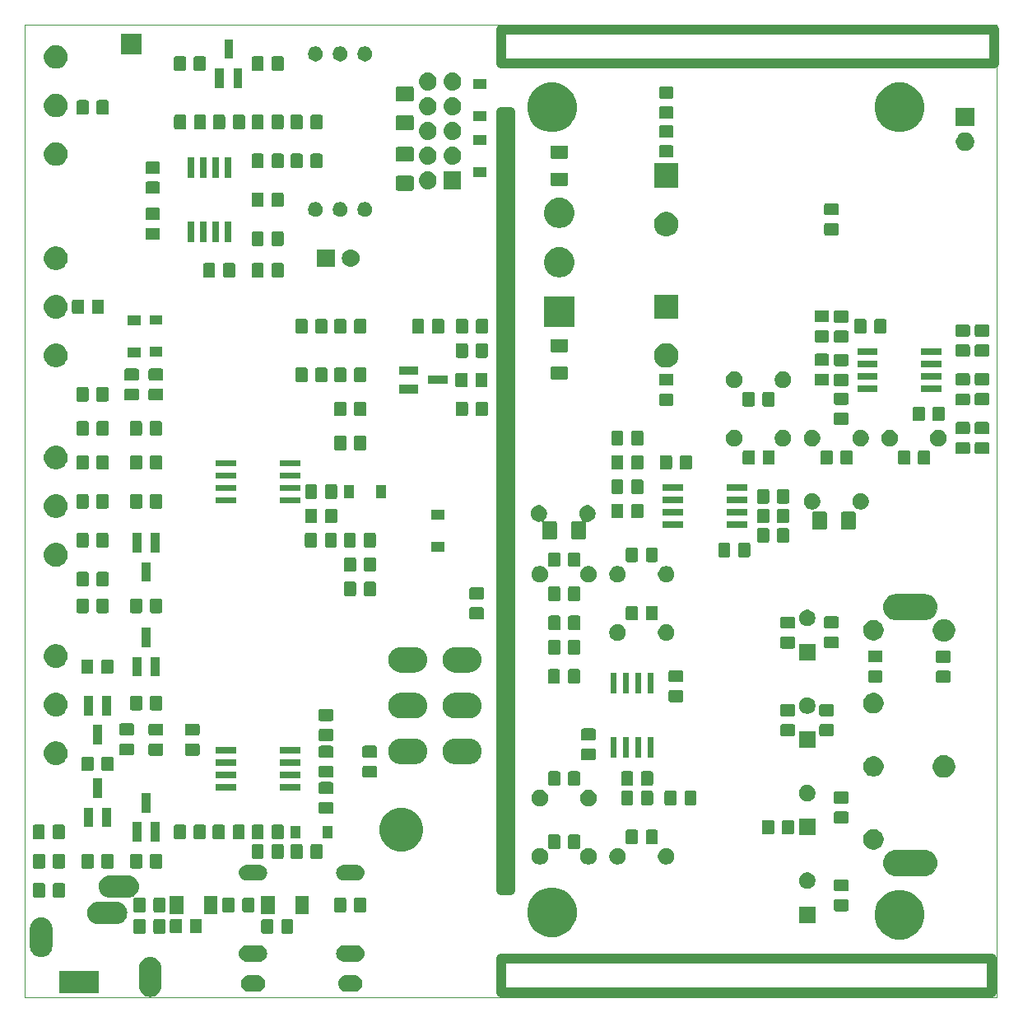
<source format=gbr>
%TF.GenerationSoftware,KiCad,Pcbnew,(5.1.0)-1*%
%TF.CreationDate,2019-09-28T12:36:15+02:00*%
%TF.ProjectId,KicadJE_AteOhAte,4b696361-644a-4455-9f41-74654f684174,rev?*%
%TF.SameCoordinates,Original*%
%TF.FileFunction,Soldermask,Bot*%
%TF.FilePolarity,Negative*%
%FSLAX46Y46*%
G04 Gerber Fmt 4.6, Leading zero omitted, Abs format (unit mm)*
G04 Created by KiCad (PCBNEW (5.1.0)-1) date 2019-09-28 12:36:15*
%MOMM*%
%LPD*%
G04 APERTURE LIST*
%ADD10C,1.000000*%
%ADD11C,0.050000*%
%ADD12C,0.002000*%
%ADD13C,0.150000*%
G04 APERTURE END LIST*
D10*
X149750000Y-50500000D02*
X149750000Y-54000000D01*
X99000000Y-50500000D02*
X99000000Y-54000000D01*
X99000000Y-54000000D02*
X149750000Y-54000000D01*
X99000000Y-50500000D02*
X149750000Y-50500000D01*
X99000000Y-146000000D02*
X149500000Y-146000000D01*
X99000000Y-149500000D02*
X149500000Y-149500000D01*
X149500000Y-146000000D02*
X149500000Y-149500000D01*
X99000000Y-146000000D02*
X99000000Y-149500000D01*
X99000000Y-59000000D02*
X100000000Y-59000000D01*
X99000000Y-139000000D02*
X100000000Y-139000000D01*
X100000000Y-59000000D02*
X100000000Y-139000000D01*
X99000000Y-59000000D02*
X99000000Y-139000000D01*
D11*
X50000000Y-150000000D02*
X50000000Y-50000000D01*
X150000000Y-150000000D02*
X50000000Y-150000000D01*
X150000000Y-50000000D02*
X150000000Y-150000000D01*
X50000000Y-50000000D02*
X150000000Y-50000000D01*
D12*
G36*
X142525000Y-137452000D02*
G01*
X142729000Y-137436000D01*
X142927000Y-137388000D01*
X143116000Y-137310000D01*
X143290000Y-137203000D01*
X143445000Y-137070000D01*
X143578000Y-136915000D01*
X143685000Y-136741000D01*
X143763000Y-136552000D01*
X143811000Y-136354000D01*
X143827000Y-136150000D01*
X143811000Y-135946000D01*
X143763000Y-135748000D01*
X143685000Y-135559000D01*
X143578000Y-135385000D01*
X143445000Y-135230000D01*
X143290000Y-135097000D01*
X143116000Y-134990000D01*
X142927000Y-134912000D01*
X142729000Y-134864000D01*
X142525000Y-134848000D01*
X139625000Y-134848000D01*
X139421000Y-134864000D01*
X139223000Y-134912000D01*
X139034000Y-134990000D01*
X138860000Y-135097000D01*
X138705000Y-135230000D01*
X138572000Y-135385000D01*
X138465000Y-135559000D01*
X138387000Y-135748000D01*
X138339000Y-135946000D01*
X138323000Y-136150000D01*
X138339000Y-136354000D01*
X138387000Y-136552000D01*
X138465000Y-136741000D01*
X138572000Y-136915000D01*
X138705000Y-137070000D01*
X138860000Y-137203000D01*
X139034000Y-137310000D01*
X139223000Y-137388000D01*
X139421000Y-137436000D01*
X139625000Y-137452000D01*
X142525000Y-137452000D01*
G37*
X142525000Y-137452000D02*
X142729000Y-137436000D01*
X142927000Y-137388000D01*
X143116000Y-137310000D01*
X143290000Y-137203000D01*
X143445000Y-137070000D01*
X143578000Y-136915000D01*
X143685000Y-136741000D01*
X143763000Y-136552000D01*
X143811000Y-136354000D01*
X143827000Y-136150000D01*
X143811000Y-135946000D01*
X143763000Y-135748000D01*
X143685000Y-135559000D01*
X143578000Y-135385000D01*
X143445000Y-135230000D01*
X143290000Y-135097000D01*
X143116000Y-134990000D01*
X142927000Y-134912000D01*
X142729000Y-134864000D01*
X142525000Y-134848000D01*
X139625000Y-134848000D01*
X139421000Y-134864000D01*
X139223000Y-134912000D01*
X139034000Y-134990000D01*
X138860000Y-135097000D01*
X138705000Y-135230000D01*
X138572000Y-135385000D01*
X138465000Y-135559000D01*
X138387000Y-135748000D01*
X138339000Y-135946000D01*
X138323000Y-136150000D01*
X138339000Y-136354000D01*
X138387000Y-136552000D01*
X138465000Y-136741000D01*
X138572000Y-136915000D01*
X138705000Y-137070000D01*
X138860000Y-137203000D01*
X139034000Y-137310000D01*
X139223000Y-137388000D01*
X139421000Y-137436000D01*
X139625000Y-137452000D01*
X142525000Y-137452000D01*
G36*
X142525000Y-111152000D02*
G01*
X142729000Y-111136000D01*
X142927000Y-111088000D01*
X143116000Y-111010000D01*
X143290000Y-110903000D01*
X143445000Y-110770000D01*
X143578000Y-110615000D01*
X143685000Y-110441000D01*
X143763000Y-110252000D01*
X143811000Y-110054000D01*
X143827000Y-109850000D01*
X143811000Y-109646000D01*
X143763000Y-109448000D01*
X143685000Y-109259000D01*
X143578000Y-109085000D01*
X143445000Y-108930000D01*
X143290000Y-108797000D01*
X143116000Y-108690000D01*
X142927000Y-108612000D01*
X142729000Y-108564000D01*
X142525000Y-108548000D01*
X139625000Y-108548000D01*
X139421000Y-108564000D01*
X139223000Y-108612000D01*
X139034000Y-108690000D01*
X138860000Y-108797000D01*
X138705000Y-108930000D01*
X138572000Y-109085000D01*
X138465000Y-109259000D01*
X138387000Y-109448000D01*
X138339000Y-109646000D01*
X138323000Y-109850000D01*
X138339000Y-110054000D01*
X138387000Y-110252000D01*
X138465000Y-110441000D01*
X138572000Y-110615000D01*
X138705000Y-110770000D01*
X138860000Y-110903000D01*
X139034000Y-111010000D01*
X139223000Y-111088000D01*
X139421000Y-111136000D01*
X139625000Y-111152000D01*
X142525000Y-111152000D01*
G37*
X142525000Y-111152000D02*
X142729000Y-111136000D01*
X142927000Y-111088000D01*
X143116000Y-111010000D01*
X143290000Y-110903000D01*
X143445000Y-110770000D01*
X143578000Y-110615000D01*
X143685000Y-110441000D01*
X143763000Y-110252000D01*
X143811000Y-110054000D01*
X143827000Y-109850000D01*
X143811000Y-109646000D01*
X143763000Y-109448000D01*
X143685000Y-109259000D01*
X143578000Y-109085000D01*
X143445000Y-108930000D01*
X143290000Y-108797000D01*
X143116000Y-108690000D01*
X142927000Y-108612000D01*
X142729000Y-108564000D01*
X142525000Y-108548000D01*
X139625000Y-108548000D01*
X139421000Y-108564000D01*
X139223000Y-108612000D01*
X139034000Y-108690000D01*
X138860000Y-108797000D01*
X138705000Y-108930000D01*
X138572000Y-109085000D01*
X138465000Y-109259000D01*
X138387000Y-109448000D01*
X138339000Y-109646000D01*
X138323000Y-109850000D01*
X138339000Y-110054000D01*
X138387000Y-110252000D01*
X138465000Y-110441000D01*
X138572000Y-110615000D01*
X138705000Y-110770000D01*
X138860000Y-110903000D01*
X139034000Y-111010000D01*
X139223000Y-111088000D01*
X139421000Y-111136000D01*
X139625000Y-111152000D01*
X142525000Y-111152000D01*
D13*
G36*
X63125634Y-145865654D02*
G01*
X63342599Y-145931470D01*
X63342601Y-145931471D01*
X63542553Y-146038347D01*
X63542555Y-146038348D01*
X63542554Y-146038348D01*
X63717818Y-146182182D01*
X63782652Y-146261183D01*
X63861653Y-146357445D01*
X63968529Y-146557398D01*
X63968530Y-146557400D01*
X64034346Y-146774365D01*
X64051000Y-146943457D01*
X64051000Y-148856543D01*
X64034346Y-149025635D01*
X64025415Y-149055078D01*
X63968529Y-149242602D01*
X63861653Y-149442555D01*
X63717818Y-149617818D01*
X63542555Y-149761653D01*
X63342602Y-149868529D01*
X63342600Y-149868530D01*
X63125635Y-149934346D01*
X62900000Y-149956569D01*
X62674366Y-149934346D01*
X62457401Y-149868530D01*
X62457399Y-149868529D01*
X62257446Y-149761653D01*
X62082183Y-149617818D01*
X61938348Y-149442555D01*
X61831472Y-149242602D01*
X61774587Y-149055078D01*
X61765655Y-149025635D01*
X61749000Y-148856543D01*
X61749000Y-146943458D01*
X61765654Y-146774366D01*
X61831470Y-146557401D01*
X61938348Y-146357446D01*
X62082182Y-146182182D01*
X62161183Y-146117348D01*
X62257445Y-146038347D01*
X62457398Y-145931471D01*
X62457400Y-145931470D01*
X62674365Y-145865654D01*
X62900000Y-145843431D01*
X63125634Y-145865654D01*
X63125634Y-145865654D01*
G37*
G36*
X57651000Y-149551000D02*
G01*
X53549000Y-149551000D01*
X53549000Y-147249000D01*
X57651000Y-147249000D01*
X57651000Y-149551000D01*
X57651000Y-149551000D01*
G37*
G36*
X84066823Y-147741313D02*
G01*
X84227242Y-147789976D01*
X84359906Y-147860886D01*
X84375078Y-147868996D01*
X84504659Y-147975341D01*
X84611004Y-148104922D01*
X84611005Y-148104924D01*
X84690024Y-148252758D01*
X84738687Y-148413177D01*
X84755117Y-148580000D01*
X84738687Y-148746823D01*
X84690024Y-148907242D01*
X84619114Y-149039906D01*
X84611004Y-149055078D01*
X84504659Y-149184659D01*
X84375078Y-149291004D01*
X84375076Y-149291005D01*
X84227242Y-149370024D01*
X84066823Y-149418687D01*
X83941804Y-149431000D01*
X83058196Y-149431000D01*
X82933177Y-149418687D01*
X82772758Y-149370024D01*
X82624924Y-149291005D01*
X82624922Y-149291004D01*
X82495341Y-149184659D01*
X82388996Y-149055078D01*
X82380886Y-149039906D01*
X82309976Y-148907242D01*
X82261313Y-148746823D01*
X82244883Y-148580000D01*
X82261313Y-148413177D01*
X82309976Y-148252758D01*
X82388995Y-148104924D01*
X82388996Y-148104922D01*
X82495341Y-147975341D01*
X82624922Y-147868996D01*
X82640094Y-147860886D01*
X82772758Y-147789976D01*
X82933177Y-147741313D01*
X83058196Y-147729000D01*
X83941804Y-147729000D01*
X84066823Y-147741313D01*
X84066823Y-147741313D01*
G37*
G36*
X74066823Y-147741313D02*
G01*
X74227242Y-147789976D01*
X74359906Y-147860886D01*
X74375078Y-147868996D01*
X74504659Y-147975341D01*
X74611004Y-148104922D01*
X74611005Y-148104924D01*
X74690024Y-148252758D01*
X74738687Y-148413177D01*
X74755117Y-148580000D01*
X74738687Y-148746823D01*
X74690024Y-148907242D01*
X74619114Y-149039906D01*
X74611004Y-149055078D01*
X74504659Y-149184659D01*
X74375078Y-149291004D01*
X74375076Y-149291005D01*
X74227242Y-149370024D01*
X74066823Y-149418687D01*
X73941804Y-149431000D01*
X73058196Y-149431000D01*
X72933177Y-149418687D01*
X72772758Y-149370024D01*
X72624924Y-149291005D01*
X72624922Y-149291004D01*
X72495341Y-149184659D01*
X72388996Y-149055078D01*
X72380886Y-149039906D01*
X72309976Y-148907242D01*
X72261313Y-148746823D01*
X72244883Y-148580000D01*
X72261313Y-148413177D01*
X72309976Y-148252758D01*
X72388995Y-148104924D01*
X72388996Y-148104922D01*
X72495341Y-147975341D01*
X72624922Y-147868996D01*
X72640094Y-147860886D01*
X72772758Y-147789976D01*
X72933177Y-147741313D01*
X73058196Y-147729000D01*
X73941804Y-147729000D01*
X74066823Y-147741313D01*
X74066823Y-147741313D01*
G37*
G36*
X84266823Y-144641313D02*
G01*
X84427242Y-144689976D01*
X84551780Y-144756543D01*
X84575078Y-144768996D01*
X84704659Y-144875341D01*
X84811004Y-145004922D01*
X84811005Y-145004924D01*
X84890024Y-145152758D01*
X84938687Y-145313177D01*
X84955117Y-145480000D01*
X84938687Y-145646823D01*
X84890024Y-145807242D01*
X84863658Y-145856569D01*
X84811004Y-145955078D01*
X84704659Y-146084659D01*
X84575078Y-146191004D01*
X84575076Y-146191005D01*
X84427242Y-146270024D01*
X84266823Y-146318687D01*
X84141804Y-146331000D01*
X82858196Y-146331000D01*
X82733177Y-146318687D01*
X82572758Y-146270024D01*
X82424924Y-146191005D01*
X82424922Y-146191004D01*
X82295341Y-146084659D01*
X82188996Y-145955078D01*
X82136342Y-145856569D01*
X82109976Y-145807242D01*
X82061313Y-145646823D01*
X82044883Y-145480000D01*
X82061313Y-145313177D01*
X82109976Y-145152758D01*
X82188995Y-145004924D01*
X82188996Y-145004922D01*
X82295341Y-144875341D01*
X82424922Y-144768996D01*
X82448220Y-144756543D01*
X82572758Y-144689976D01*
X82733177Y-144641313D01*
X82858196Y-144629000D01*
X84141804Y-144629000D01*
X84266823Y-144641313D01*
X84266823Y-144641313D01*
G37*
G36*
X74266823Y-144641313D02*
G01*
X74427242Y-144689976D01*
X74551780Y-144756543D01*
X74575078Y-144768996D01*
X74704659Y-144875341D01*
X74811004Y-145004922D01*
X74811005Y-145004924D01*
X74890024Y-145152758D01*
X74938687Y-145313177D01*
X74955117Y-145480000D01*
X74938687Y-145646823D01*
X74890024Y-145807242D01*
X74863658Y-145856569D01*
X74811004Y-145955078D01*
X74704659Y-146084659D01*
X74575078Y-146191004D01*
X74575076Y-146191005D01*
X74427242Y-146270024D01*
X74266823Y-146318687D01*
X74141804Y-146331000D01*
X72858196Y-146331000D01*
X72733177Y-146318687D01*
X72572758Y-146270024D01*
X72424924Y-146191005D01*
X72424922Y-146191004D01*
X72295341Y-146084659D01*
X72188996Y-145955078D01*
X72136342Y-145856569D01*
X72109976Y-145807242D01*
X72061313Y-145646823D01*
X72044883Y-145480000D01*
X72061313Y-145313177D01*
X72109976Y-145152758D01*
X72188995Y-145004924D01*
X72188996Y-145004922D01*
X72295341Y-144875341D01*
X72424922Y-144768996D01*
X72448220Y-144756543D01*
X72572758Y-144689976D01*
X72733177Y-144641313D01*
X72858196Y-144629000D01*
X74141804Y-144629000D01*
X74266823Y-144641313D01*
X74266823Y-144641313D01*
G37*
G36*
X51925634Y-141765654D02*
G01*
X52142599Y-141831470D01*
X52142601Y-141831471D01*
X52342553Y-141938347D01*
X52367067Y-141958465D01*
X52517818Y-142082182D01*
X52578941Y-142156661D01*
X52661653Y-142257445D01*
X52765109Y-142451000D01*
X52768530Y-142457400D01*
X52834235Y-142674000D01*
X52834346Y-142674366D01*
X52851000Y-142843455D01*
X52851000Y-144756545D01*
X52839897Y-144869271D01*
X52834346Y-144925635D01*
X52810294Y-145004924D01*
X52768529Y-145142602D01*
X52661653Y-145342555D01*
X52517818Y-145517818D01*
X52342555Y-145661653D01*
X52142602Y-145768529D01*
X52142600Y-145768530D01*
X51925635Y-145834346D01*
X51700000Y-145856569D01*
X51474366Y-145834346D01*
X51257401Y-145768530D01*
X51257399Y-145768529D01*
X51057446Y-145661653D01*
X50882183Y-145517818D01*
X50738348Y-145342555D01*
X50631472Y-145142602D01*
X50589708Y-145004924D01*
X50565655Y-144925635D01*
X50557327Y-144841089D01*
X50549000Y-144756544D01*
X50549000Y-142843456D01*
X50565654Y-142674367D01*
X50565654Y-142674366D01*
X50631470Y-142457401D01*
X50648172Y-142426154D01*
X50738347Y-142257447D01*
X50805062Y-142176154D01*
X50882182Y-142082182D01*
X50977792Y-142003717D01*
X51057445Y-141938347D01*
X51257398Y-141831471D01*
X51257400Y-141831470D01*
X51474365Y-141765654D01*
X51700000Y-141743431D01*
X51925634Y-141765654D01*
X51925634Y-141765654D01*
G37*
G36*
X140744098Y-139047033D02*
G01*
X141208350Y-139239332D01*
X141208352Y-139239333D01*
X141626168Y-139518509D01*
X141981491Y-139873832D01*
X142260667Y-140291648D01*
X142260668Y-140291650D01*
X142452967Y-140755902D01*
X142551000Y-141248747D01*
X142551000Y-141751253D01*
X142452967Y-142244098D01*
X142274744Y-142674367D01*
X142260667Y-142708352D01*
X141981491Y-143126168D01*
X141626168Y-143481491D01*
X141208352Y-143760667D01*
X141208351Y-143760668D01*
X141208350Y-143760668D01*
X140744098Y-143952967D01*
X140251253Y-144051000D01*
X139748747Y-144051000D01*
X139255902Y-143952967D01*
X138791650Y-143760668D01*
X138791649Y-143760668D01*
X138791648Y-143760667D01*
X138373832Y-143481491D01*
X138018509Y-143126168D01*
X137739333Y-142708352D01*
X137725256Y-142674367D01*
X137547033Y-142244098D01*
X137449000Y-141751253D01*
X137449000Y-141248747D01*
X137547033Y-140755902D01*
X137739332Y-140291650D01*
X137739333Y-140291648D01*
X138018509Y-139873832D01*
X138373832Y-139518509D01*
X138791648Y-139239333D01*
X138791650Y-139239332D01*
X139255902Y-139047033D01*
X139748747Y-138949000D01*
X140251253Y-138949000D01*
X140744098Y-139047033D01*
X140744098Y-139047033D01*
G37*
G36*
X104994098Y-138797033D02*
G01*
X105435912Y-138980038D01*
X105458352Y-138989333D01*
X105876168Y-139268509D01*
X106231491Y-139623832D01*
X106499323Y-140024671D01*
X106510668Y-140041650D01*
X106702967Y-140505902D01*
X106801000Y-140998747D01*
X106801000Y-141501253D01*
X106702967Y-141994098D01*
X106511061Y-142457401D01*
X106510667Y-142458352D01*
X106231491Y-142876168D01*
X105876168Y-143231491D01*
X105458352Y-143510667D01*
X105458351Y-143510668D01*
X105458350Y-143510668D01*
X104994098Y-143702967D01*
X104501253Y-143801000D01*
X103998747Y-143801000D01*
X103505902Y-143702967D01*
X103041650Y-143510668D01*
X103041649Y-143510668D01*
X103041648Y-143510667D01*
X102623832Y-143231491D01*
X102268509Y-142876168D01*
X101989333Y-142458352D01*
X101988939Y-142457401D01*
X101797033Y-141994098D01*
X101699000Y-141501253D01*
X101699000Y-140998747D01*
X101797033Y-140505902D01*
X101989332Y-140041650D01*
X102000677Y-140024671D01*
X102268509Y-139623832D01*
X102623832Y-139268509D01*
X103041648Y-138989333D01*
X103064088Y-138980038D01*
X103505902Y-138797033D01*
X103998747Y-138699000D01*
X104501253Y-138699000D01*
X104994098Y-138797033D01*
X104994098Y-138797033D01*
G37*
G36*
X77488674Y-141953465D02*
G01*
X77526367Y-141964899D01*
X77561103Y-141983466D01*
X77591548Y-142008452D01*
X77616534Y-142038897D01*
X77635101Y-142073633D01*
X77646535Y-142111326D01*
X77651000Y-142156661D01*
X77651000Y-143243339D01*
X77646535Y-143288674D01*
X77635101Y-143326367D01*
X77616534Y-143361103D01*
X77591548Y-143391548D01*
X77561103Y-143416534D01*
X77526367Y-143435101D01*
X77488674Y-143446535D01*
X77443339Y-143451000D01*
X76606661Y-143451000D01*
X76561326Y-143446535D01*
X76523633Y-143435101D01*
X76488897Y-143416534D01*
X76458452Y-143391548D01*
X76433466Y-143361103D01*
X76414899Y-143326367D01*
X76403465Y-143288674D01*
X76399000Y-143243339D01*
X76399000Y-142156661D01*
X76403465Y-142111326D01*
X76414899Y-142073633D01*
X76433466Y-142038897D01*
X76458452Y-142008452D01*
X76488897Y-141983466D01*
X76523633Y-141964899D01*
X76561326Y-141953465D01*
X76606661Y-141949000D01*
X77443339Y-141949000D01*
X77488674Y-141953465D01*
X77488674Y-141953465D01*
G37*
G36*
X64338674Y-141953465D02*
G01*
X64376367Y-141964899D01*
X64411103Y-141983466D01*
X64441548Y-142008452D01*
X64466534Y-142038897D01*
X64485101Y-142073633D01*
X64496535Y-142111326D01*
X64501000Y-142156661D01*
X64501000Y-143243339D01*
X64496535Y-143288674D01*
X64485101Y-143326367D01*
X64466534Y-143361103D01*
X64441548Y-143391548D01*
X64411103Y-143416534D01*
X64376367Y-143435101D01*
X64338674Y-143446535D01*
X64293339Y-143451000D01*
X63456661Y-143451000D01*
X63411326Y-143446535D01*
X63373633Y-143435101D01*
X63338897Y-143416534D01*
X63308452Y-143391548D01*
X63283466Y-143361103D01*
X63264899Y-143326367D01*
X63253465Y-143288674D01*
X63249000Y-143243339D01*
X63249000Y-142156661D01*
X63253465Y-142111326D01*
X63264899Y-142073633D01*
X63283466Y-142038897D01*
X63308452Y-142008452D01*
X63338897Y-141983466D01*
X63373633Y-141964899D01*
X63411326Y-141953465D01*
X63456661Y-141949000D01*
X64293339Y-141949000D01*
X64338674Y-141953465D01*
X64338674Y-141953465D01*
G37*
G36*
X75438674Y-141953465D02*
G01*
X75476367Y-141964899D01*
X75511103Y-141983466D01*
X75541548Y-142008452D01*
X75566534Y-142038897D01*
X75585101Y-142073633D01*
X75596535Y-142111326D01*
X75601000Y-142156661D01*
X75601000Y-143243339D01*
X75596535Y-143288674D01*
X75585101Y-143326367D01*
X75566534Y-143361103D01*
X75541548Y-143391548D01*
X75511103Y-143416534D01*
X75476367Y-143435101D01*
X75438674Y-143446535D01*
X75393339Y-143451000D01*
X74556661Y-143451000D01*
X74511326Y-143446535D01*
X74473633Y-143435101D01*
X74438897Y-143416534D01*
X74408452Y-143391548D01*
X74383466Y-143361103D01*
X74364899Y-143326367D01*
X74353465Y-143288674D01*
X74349000Y-143243339D01*
X74349000Y-142156661D01*
X74353465Y-142111326D01*
X74364899Y-142073633D01*
X74383466Y-142038897D01*
X74408452Y-142008452D01*
X74438897Y-141983466D01*
X74473633Y-141964899D01*
X74511326Y-141953465D01*
X74556661Y-141949000D01*
X75393339Y-141949000D01*
X75438674Y-141953465D01*
X75438674Y-141953465D01*
G37*
G36*
X62288674Y-141953465D02*
G01*
X62326367Y-141964899D01*
X62361103Y-141983466D01*
X62391548Y-142008452D01*
X62416534Y-142038897D01*
X62435101Y-142073633D01*
X62446535Y-142111326D01*
X62451000Y-142156661D01*
X62451000Y-143243339D01*
X62446535Y-143288674D01*
X62435101Y-143326367D01*
X62416534Y-143361103D01*
X62391548Y-143391548D01*
X62361103Y-143416534D01*
X62326367Y-143435101D01*
X62288674Y-143446535D01*
X62243339Y-143451000D01*
X61406661Y-143451000D01*
X61361326Y-143446535D01*
X61323633Y-143435101D01*
X61288897Y-143416534D01*
X61258452Y-143391548D01*
X61233466Y-143361103D01*
X61214899Y-143326367D01*
X61203465Y-143288674D01*
X61199000Y-143243339D01*
X61199000Y-142156661D01*
X61203465Y-142111326D01*
X61214899Y-142073633D01*
X61233466Y-142038897D01*
X61258452Y-142008452D01*
X61288897Y-141983466D01*
X61323633Y-141964899D01*
X61361326Y-141953465D01*
X61406661Y-141949000D01*
X62243339Y-141949000D01*
X62288674Y-141953465D01*
X62288674Y-141953465D01*
G37*
G36*
X68088674Y-141928464D02*
G01*
X68126367Y-141939898D01*
X68161103Y-141958465D01*
X68191548Y-141983451D01*
X68216534Y-142013896D01*
X68235101Y-142048632D01*
X68246535Y-142086325D01*
X68251000Y-142131660D01*
X68251000Y-143218338D01*
X68246535Y-143263673D01*
X68235101Y-143301366D01*
X68216534Y-143336102D01*
X68191548Y-143366547D01*
X68161103Y-143391533D01*
X68126367Y-143410100D01*
X68088674Y-143421534D01*
X68043339Y-143425999D01*
X67206661Y-143425999D01*
X67161326Y-143421534D01*
X67123633Y-143410100D01*
X67088897Y-143391533D01*
X67058452Y-143366547D01*
X67033466Y-143336102D01*
X67014899Y-143301366D01*
X67003465Y-143263673D01*
X66999000Y-143218338D01*
X66999000Y-142131660D01*
X67003465Y-142086325D01*
X67014899Y-142048632D01*
X67033466Y-142013896D01*
X67058452Y-141983451D01*
X67088897Y-141958465D01*
X67123633Y-141939898D01*
X67161326Y-141928464D01*
X67206661Y-141923999D01*
X68043339Y-141923999D01*
X68088674Y-141928464D01*
X68088674Y-141928464D01*
G37*
G36*
X66038674Y-141928464D02*
G01*
X66076367Y-141939898D01*
X66111103Y-141958465D01*
X66141548Y-141983451D01*
X66166534Y-142013896D01*
X66185101Y-142048632D01*
X66196535Y-142086325D01*
X66201000Y-142131660D01*
X66201000Y-143218338D01*
X66196535Y-143263673D01*
X66185101Y-143301366D01*
X66166534Y-143336102D01*
X66141548Y-143366547D01*
X66111103Y-143391533D01*
X66076367Y-143410100D01*
X66038674Y-143421534D01*
X65993339Y-143425999D01*
X65156661Y-143425999D01*
X65111326Y-143421534D01*
X65073633Y-143410100D01*
X65038897Y-143391533D01*
X65008452Y-143366547D01*
X64983466Y-143336102D01*
X64964899Y-143301366D01*
X64953465Y-143263673D01*
X64949000Y-143218338D01*
X64949000Y-142131660D01*
X64953465Y-142086325D01*
X64964899Y-142048632D01*
X64983466Y-142013896D01*
X65008452Y-141983451D01*
X65038897Y-141958465D01*
X65073633Y-141939898D01*
X65111326Y-141928464D01*
X65156661Y-141923999D01*
X65993339Y-141923999D01*
X66038674Y-141928464D01*
X66038674Y-141928464D01*
G37*
G36*
X59569271Y-140160103D02*
G01*
X59625635Y-140165654D01*
X59842600Y-140231470D01*
X59842602Y-140231471D01*
X60042555Y-140338347D01*
X60217818Y-140482182D01*
X60361653Y-140657445D01*
X60468529Y-140857398D01*
X60468530Y-140857400D01*
X60534346Y-141074365D01*
X60556569Y-141300000D01*
X60534346Y-141525635D01*
X60528648Y-141544420D01*
X60468529Y-141742602D01*
X60361653Y-141942555D01*
X60217818Y-142117818D01*
X60042555Y-142261653D01*
X59854450Y-142362196D01*
X59842600Y-142368530D01*
X59625635Y-142434346D01*
X59569271Y-142439897D01*
X59456545Y-142451000D01*
X57543455Y-142451000D01*
X57430729Y-142439897D01*
X57374365Y-142434346D01*
X57157400Y-142368530D01*
X57145550Y-142362196D01*
X56957445Y-142261653D01*
X56782182Y-142117818D01*
X56638347Y-141942555D01*
X56531471Y-141742602D01*
X56471353Y-141544420D01*
X56465654Y-141525635D01*
X56443431Y-141300000D01*
X56465654Y-141074365D01*
X56531470Y-140857400D01*
X56531471Y-140857398D01*
X56638347Y-140657445D01*
X56782182Y-140482182D01*
X56957445Y-140338347D01*
X57157398Y-140231471D01*
X57157400Y-140231470D01*
X57374365Y-140165654D01*
X57430729Y-140160103D01*
X57543455Y-140149000D01*
X59456545Y-140149000D01*
X59569271Y-140160103D01*
X59569271Y-140160103D01*
G37*
G36*
X131351000Y-142351000D02*
G01*
X129649000Y-142351000D01*
X129649000Y-140649000D01*
X131351000Y-140649000D01*
X131351000Y-142351000D01*
X131351000Y-142351000D01*
G37*
G36*
X79251000Y-141401000D02*
G01*
X77849000Y-141401000D01*
X77849000Y-139599000D01*
X79251000Y-139599000D01*
X79251000Y-141401000D01*
X79251000Y-141401000D01*
G37*
G36*
X75751000Y-141401000D02*
G01*
X74349000Y-141401000D01*
X74349000Y-139599000D01*
X75751000Y-139599000D01*
X75751000Y-141401000D01*
X75751000Y-141401000D01*
G37*
G36*
X69851000Y-141401000D02*
G01*
X68449000Y-141401000D01*
X68449000Y-139599000D01*
X69851000Y-139599000D01*
X69851000Y-141401000D01*
X69851000Y-141401000D01*
G37*
G36*
X66351000Y-141401000D02*
G01*
X64949000Y-141401000D01*
X64949000Y-139599000D01*
X66351000Y-139599000D01*
X66351000Y-141401000D01*
X66351000Y-141401000D01*
G37*
G36*
X60743049Y-137457520D02*
G01*
X60825635Y-137465654D01*
X61042600Y-137531470D01*
X61042602Y-137531471D01*
X61242555Y-137638347D01*
X61417818Y-137782182D01*
X61561653Y-137957445D01*
X61668529Y-138157398D01*
X61668530Y-138157400D01*
X61734346Y-138374365D01*
X61756569Y-138600000D01*
X61734346Y-138825635D01*
X61674997Y-139021282D01*
X61668529Y-139042602D01*
X61561653Y-139242555D01*
X61417818Y-139417818D01*
X61279289Y-139531506D01*
X61261962Y-139548833D01*
X61248349Y-139569207D01*
X61238971Y-139591846D01*
X61234191Y-139615879D01*
X61234191Y-139640383D01*
X61238972Y-139664417D01*
X61248349Y-139687055D01*
X61261963Y-139707430D01*
X61279290Y-139724757D01*
X61299664Y-139738370D01*
X61322303Y-139747748D01*
X61346336Y-139752528D01*
X61370840Y-139752528D01*
X61406661Y-139749000D01*
X62243339Y-139749000D01*
X62288674Y-139753465D01*
X62326367Y-139764899D01*
X62361103Y-139783466D01*
X62391548Y-139808452D01*
X62416534Y-139838897D01*
X62435101Y-139873633D01*
X62446535Y-139911326D01*
X62451000Y-139956661D01*
X62451000Y-141043339D01*
X62446535Y-141088674D01*
X62435101Y-141126367D01*
X62416534Y-141161103D01*
X62391548Y-141191548D01*
X62361103Y-141216534D01*
X62326367Y-141235101D01*
X62288674Y-141246535D01*
X62243339Y-141251000D01*
X61406661Y-141251000D01*
X61361326Y-141246535D01*
X61323633Y-141235101D01*
X61288897Y-141216534D01*
X61258452Y-141191548D01*
X61233466Y-141161103D01*
X61214899Y-141126367D01*
X61203465Y-141088674D01*
X61199000Y-141043339D01*
X61199000Y-139956661D01*
X61203465Y-139911326D01*
X61214899Y-139873633D01*
X61233784Y-139838302D01*
X61246651Y-139819045D01*
X61256028Y-139796406D01*
X61260808Y-139772373D01*
X61260808Y-139747868D01*
X61256027Y-139723835D01*
X61246650Y-139701197D01*
X61233036Y-139680822D01*
X61215708Y-139663495D01*
X61195334Y-139649882D01*
X61172695Y-139640505D01*
X61148662Y-139635725D01*
X61124157Y-139635725D01*
X61100124Y-139640506D01*
X61077487Y-139649883D01*
X61042603Y-139668529D01*
X61042600Y-139668530D01*
X60825635Y-139734346D01*
X60784778Y-139738370D01*
X60656545Y-139751000D01*
X58743455Y-139751000D01*
X58615222Y-139738370D01*
X58574365Y-139734346D01*
X58357400Y-139668530D01*
X58343505Y-139661103D01*
X58157445Y-139561653D01*
X57982182Y-139417818D01*
X57838347Y-139242555D01*
X57731471Y-139042602D01*
X57725004Y-139021282D01*
X57665654Y-138825635D01*
X57643431Y-138600000D01*
X57665654Y-138374365D01*
X57731470Y-138157400D01*
X57731471Y-138157398D01*
X57838347Y-137957445D01*
X57982182Y-137782182D01*
X58157445Y-137638347D01*
X58357398Y-137531471D01*
X58357400Y-137531470D01*
X58574365Y-137465654D01*
X58656951Y-137457520D01*
X58743455Y-137449000D01*
X60656545Y-137449000D01*
X60743049Y-137457520D01*
X60743049Y-137457520D01*
G37*
G36*
X84963674Y-139753465D02*
G01*
X85001367Y-139764899D01*
X85036103Y-139783466D01*
X85066548Y-139808452D01*
X85091534Y-139838897D01*
X85110101Y-139873633D01*
X85121535Y-139911326D01*
X85126000Y-139956661D01*
X85126000Y-141043339D01*
X85121535Y-141088674D01*
X85110101Y-141126367D01*
X85091534Y-141161103D01*
X85066548Y-141191548D01*
X85036103Y-141216534D01*
X85001367Y-141235101D01*
X84963674Y-141246535D01*
X84918339Y-141251000D01*
X84081661Y-141251000D01*
X84036326Y-141246535D01*
X83998633Y-141235101D01*
X83963897Y-141216534D01*
X83933452Y-141191548D01*
X83908466Y-141161103D01*
X83889899Y-141126367D01*
X83878465Y-141088674D01*
X83874000Y-141043339D01*
X83874000Y-139956661D01*
X83878465Y-139911326D01*
X83889899Y-139873633D01*
X83908466Y-139838897D01*
X83933452Y-139808452D01*
X83963897Y-139783466D01*
X83998633Y-139764899D01*
X84036326Y-139753465D01*
X84081661Y-139749000D01*
X84918339Y-139749000D01*
X84963674Y-139753465D01*
X84963674Y-139753465D01*
G37*
G36*
X64338674Y-139753465D02*
G01*
X64376367Y-139764899D01*
X64411103Y-139783466D01*
X64441548Y-139808452D01*
X64466534Y-139838897D01*
X64485101Y-139873633D01*
X64496535Y-139911326D01*
X64501000Y-139956661D01*
X64501000Y-141043339D01*
X64496535Y-141088674D01*
X64485101Y-141126367D01*
X64466534Y-141161103D01*
X64441548Y-141191548D01*
X64411103Y-141216534D01*
X64376367Y-141235101D01*
X64338674Y-141246535D01*
X64293339Y-141251000D01*
X63456661Y-141251000D01*
X63411326Y-141246535D01*
X63373633Y-141235101D01*
X63338897Y-141216534D01*
X63308452Y-141191548D01*
X63283466Y-141161103D01*
X63264899Y-141126367D01*
X63253465Y-141088674D01*
X63249000Y-141043339D01*
X63249000Y-139956661D01*
X63253465Y-139911326D01*
X63264899Y-139873633D01*
X63283466Y-139838897D01*
X63308452Y-139808452D01*
X63338897Y-139783466D01*
X63373633Y-139764899D01*
X63411326Y-139753465D01*
X63456661Y-139749000D01*
X64293339Y-139749000D01*
X64338674Y-139753465D01*
X64338674Y-139753465D01*
G37*
G36*
X73488674Y-139753465D02*
G01*
X73526367Y-139764899D01*
X73561103Y-139783466D01*
X73591548Y-139808452D01*
X73616534Y-139838897D01*
X73635101Y-139873633D01*
X73646535Y-139911326D01*
X73651000Y-139956661D01*
X73651000Y-141043339D01*
X73646535Y-141088674D01*
X73635101Y-141126367D01*
X73616534Y-141161103D01*
X73591548Y-141191548D01*
X73561103Y-141216534D01*
X73526367Y-141235101D01*
X73488674Y-141246535D01*
X73443339Y-141251000D01*
X72606661Y-141251000D01*
X72561326Y-141246535D01*
X72523633Y-141235101D01*
X72488897Y-141216534D01*
X72458452Y-141191548D01*
X72433466Y-141161103D01*
X72414899Y-141126367D01*
X72403465Y-141088674D01*
X72399000Y-141043339D01*
X72399000Y-139956661D01*
X72403465Y-139911326D01*
X72414899Y-139873633D01*
X72433466Y-139838897D01*
X72458452Y-139808452D01*
X72488897Y-139783466D01*
X72523633Y-139764899D01*
X72561326Y-139753465D01*
X72606661Y-139749000D01*
X73443339Y-139749000D01*
X73488674Y-139753465D01*
X73488674Y-139753465D01*
G37*
G36*
X82913674Y-139753465D02*
G01*
X82951367Y-139764899D01*
X82986103Y-139783466D01*
X83016548Y-139808452D01*
X83041534Y-139838897D01*
X83060101Y-139873633D01*
X83071535Y-139911326D01*
X83076000Y-139956661D01*
X83076000Y-141043339D01*
X83071535Y-141088674D01*
X83060101Y-141126367D01*
X83041534Y-141161103D01*
X83016548Y-141191548D01*
X82986103Y-141216534D01*
X82951367Y-141235101D01*
X82913674Y-141246535D01*
X82868339Y-141251000D01*
X82031661Y-141251000D01*
X81986326Y-141246535D01*
X81948633Y-141235101D01*
X81913897Y-141216534D01*
X81883452Y-141191548D01*
X81858466Y-141161103D01*
X81839899Y-141126367D01*
X81828465Y-141088674D01*
X81824000Y-141043339D01*
X81824000Y-139956661D01*
X81828465Y-139911326D01*
X81839899Y-139873633D01*
X81858466Y-139838897D01*
X81883452Y-139808452D01*
X81913897Y-139783466D01*
X81948633Y-139764899D01*
X81986326Y-139753465D01*
X82031661Y-139749000D01*
X82868339Y-139749000D01*
X82913674Y-139753465D01*
X82913674Y-139753465D01*
G37*
G36*
X71438674Y-139753465D02*
G01*
X71476367Y-139764899D01*
X71511103Y-139783466D01*
X71541548Y-139808452D01*
X71566534Y-139838897D01*
X71585101Y-139873633D01*
X71596535Y-139911326D01*
X71601000Y-139956661D01*
X71601000Y-141043339D01*
X71596535Y-141088674D01*
X71585101Y-141126367D01*
X71566534Y-141161103D01*
X71541548Y-141191548D01*
X71511103Y-141216534D01*
X71476367Y-141235101D01*
X71438674Y-141246535D01*
X71393339Y-141251000D01*
X70556661Y-141251000D01*
X70511326Y-141246535D01*
X70473633Y-141235101D01*
X70438897Y-141216534D01*
X70408452Y-141191548D01*
X70383466Y-141161103D01*
X70364899Y-141126367D01*
X70353465Y-141088674D01*
X70349000Y-141043339D01*
X70349000Y-139956661D01*
X70353465Y-139911326D01*
X70364899Y-139873633D01*
X70383466Y-139838897D01*
X70408452Y-139808452D01*
X70438897Y-139783466D01*
X70473633Y-139764899D01*
X70511326Y-139753465D01*
X70556661Y-139749000D01*
X71393339Y-139749000D01*
X71438674Y-139753465D01*
X71438674Y-139753465D01*
G37*
G36*
X134588674Y-139903465D02*
G01*
X134626367Y-139914899D01*
X134661103Y-139933466D01*
X134691548Y-139958452D01*
X134716534Y-139988897D01*
X134735101Y-140023633D01*
X134746535Y-140061326D01*
X134751000Y-140106661D01*
X134751000Y-140943339D01*
X134746535Y-140988674D01*
X134735101Y-141026367D01*
X134716534Y-141061103D01*
X134691548Y-141091548D01*
X134661103Y-141116534D01*
X134626367Y-141135101D01*
X134588674Y-141146535D01*
X134543339Y-141151000D01*
X133456661Y-141151000D01*
X133411326Y-141146535D01*
X133373633Y-141135101D01*
X133338897Y-141116534D01*
X133308452Y-141091548D01*
X133283466Y-141061103D01*
X133264899Y-141026367D01*
X133253465Y-140988674D01*
X133249000Y-140943339D01*
X133249000Y-140106661D01*
X133253465Y-140061326D01*
X133264899Y-140023633D01*
X133283466Y-139988897D01*
X133308452Y-139958452D01*
X133338897Y-139933466D01*
X133373633Y-139914899D01*
X133411326Y-139903465D01*
X133456661Y-139899000D01*
X134543339Y-139899000D01*
X134588674Y-139903465D01*
X134588674Y-139903465D01*
G37*
G36*
X53988674Y-138253465D02*
G01*
X54026367Y-138264899D01*
X54061103Y-138283466D01*
X54091548Y-138308452D01*
X54116534Y-138338897D01*
X54135101Y-138373633D01*
X54146535Y-138411326D01*
X54151000Y-138456661D01*
X54151000Y-139543339D01*
X54146535Y-139588674D01*
X54135101Y-139626367D01*
X54116534Y-139661103D01*
X54091548Y-139691548D01*
X54061103Y-139716534D01*
X54026367Y-139735101D01*
X53988674Y-139746535D01*
X53943339Y-139751000D01*
X53106661Y-139751000D01*
X53061326Y-139746535D01*
X53023633Y-139735101D01*
X52988897Y-139716534D01*
X52958452Y-139691548D01*
X52933466Y-139661103D01*
X52914899Y-139626367D01*
X52903465Y-139588674D01*
X52899000Y-139543339D01*
X52899000Y-138456661D01*
X52903465Y-138411326D01*
X52914899Y-138373633D01*
X52933466Y-138338897D01*
X52958452Y-138308452D01*
X52988897Y-138283466D01*
X53023633Y-138264899D01*
X53061326Y-138253465D01*
X53106661Y-138249000D01*
X53943339Y-138249000D01*
X53988674Y-138253465D01*
X53988674Y-138253465D01*
G37*
G36*
X51938674Y-138253465D02*
G01*
X51976367Y-138264899D01*
X52011103Y-138283466D01*
X52041548Y-138308452D01*
X52066534Y-138338897D01*
X52085101Y-138373633D01*
X52096535Y-138411326D01*
X52101000Y-138456661D01*
X52101000Y-139543339D01*
X52096535Y-139588674D01*
X52085101Y-139626367D01*
X52066534Y-139661103D01*
X52041548Y-139691548D01*
X52011103Y-139716534D01*
X51976367Y-139735101D01*
X51938674Y-139746535D01*
X51893339Y-139751000D01*
X51056661Y-139751000D01*
X51011326Y-139746535D01*
X50973633Y-139735101D01*
X50938897Y-139716534D01*
X50908452Y-139691548D01*
X50883466Y-139661103D01*
X50864899Y-139626367D01*
X50853465Y-139588674D01*
X50849000Y-139543339D01*
X50849000Y-138456661D01*
X50853465Y-138411326D01*
X50864899Y-138373633D01*
X50883466Y-138338897D01*
X50908452Y-138308452D01*
X50938897Y-138283466D01*
X50973633Y-138264899D01*
X51011326Y-138253465D01*
X51056661Y-138249000D01*
X51893339Y-138249000D01*
X51938674Y-138253465D01*
X51938674Y-138253465D01*
G37*
G36*
X134588674Y-137853465D02*
G01*
X134626367Y-137864899D01*
X134661103Y-137883466D01*
X134691548Y-137908452D01*
X134716534Y-137938897D01*
X134735101Y-137973633D01*
X134746535Y-138011326D01*
X134751000Y-138056661D01*
X134751000Y-138893339D01*
X134746535Y-138938674D01*
X134735101Y-138976367D01*
X134716534Y-139011103D01*
X134691548Y-139041548D01*
X134661103Y-139066534D01*
X134626367Y-139085101D01*
X134588674Y-139096535D01*
X134543339Y-139101000D01*
X133456661Y-139101000D01*
X133411326Y-139096535D01*
X133373633Y-139085101D01*
X133338897Y-139066534D01*
X133308452Y-139041548D01*
X133283466Y-139011103D01*
X133264899Y-138976367D01*
X133253465Y-138938674D01*
X133249000Y-138893339D01*
X133249000Y-138056661D01*
X133253465Y-138011326D01*
X133264899Y-137973633D01*
X133283466Y-137938897D01*
X133308452Y-137908452D01*
X133338897Y-137883466D01*
X133373633Y-137864899D01*
X133411326Y-137853465D01*
X133456661Y-137849000D01*
X134543339Y-137849000D01*
X134588674Y-137853465D01*
X134588674Y-137853465D01*
G37*
G36*
X130748228Y-137181703D02*
G01*
X130903100Y-137245853D01*
X131042481Y-137338985D01*
X131161015Y-137457519D01*
X131254147Y-137596900D01*
X131318297Y-137751772D01*
X131351000Y-137916184D01*
X131351000Y-138083816D01*
X131318297Y-138248228D01*
X131254147Y-138403100D01*
X131161015Y-138542481D01*
X131042481Y-138661015D01*
X130903100Y-138754147D01*
X130748228Y-138818297D01*
X130583816Y-138851000D01*
X130416184Y-138851000D01*
X130251772Y-138818297D01*
X130096900Y-138754147D01*
X129957519Y-138661015D01*
X129838985Y-138542481D01*
X129745853Y-138403100D01*
X129681703Y-138248228D01*
X129649000Y-138083816D01*
X129649000Y-137916184D01*
X129681703Y-137751772D01*
X129745853Y-137596900D01*
X129838985Y-137457519D01*
X129957519Y-137338985D01*
X130096900Y-137245853D01*
X130251772Y-137181703D01*
X130416184Y-137149000D01*
X130583816Y-137149000D01*
X130748228Y-137181703D01*
X130748228Y-137181703D01*
G37*
G36*
X84228571Y-136382863D02*
G01*
X84307023Y-136390590D01*
X84407682Y-136421125D01*
X84458013Y-136436392D01*
X84597165Y-136510771D01*
X84719133Y-136610867D01*
X84819229Y-136732835D01*
X84893608Y-136871987D01*
X84893608Y-136871988D01*
X84939410Y-137022977D01*
X84954875Y-137180000D01*
X84939410Y-137337023D01*
X84920003Y-137401000D01*
X84893608Y-137488013D01*
X84819229Y-137627165D01*
X84719133Y-137749133D01*
X84597165Y-137849229D01*
X84458013Y-137923608D01*
X84441167Y-137928718D01*
X84307023Y-137969410D01*
X84228571Y-137977137D01*
X84189346Y-137981000D01*
X82810654Y-137981000D01*
X82771429Y-137977137D01*
X82692977Y-137969410D01*
X82558833Y-137928718D01*
X82541987Y-137923608D01*
X82402835Y-137849229D01*
X82280867Y-137749133D01*
X82180771Y-137627165D01*
X82106392Y-137488013D01*
X82079997Y-137401000D01*
X82060590Y-137337023D01*
X82045125Y-137180000D01*
X82060590Y-137022977D01*
X82106392Y-136871988D01*
X82106392Y-136871987D01*
X82180771Y-136732835D01*
X82280867Y-136610867D01*
X82402835Y-136510771D01*
X82541987Y-136436392D01*
X82592318Y-136421125D01*
X82692977Y-136390590D01*
X82771429Y-136382863D01*
X82810654Y-136379000D01*
X84189346Y-136379000D01*
X84228571Y-136382863D01*
X84228571Y-136382863D01*
G37*
G36*
X74228571Y-136382863D02*
G01*
X74307023Y-136390590D01*
X74407682Y-136421125D01*
X74458013Y-136436392D01*
X74597165Y-136510771D01*
X74719133Y-136610867D01*
X74819229Y-136732835D01*
X74893608Y-136871987D01*
X74893608Y-136871988D01*
X74939410Y-137022977D01*
X74954875Y-137180000D01*
X74939410Y-137337023D01*
X74920003Y-137401000D01*
X74893608Y-137488013D01*
X74819229Y-137627165D01*
X74719133Y-137749133D01*
X74597165Y-137849229D01*
X74458013Y-137923608D01*
X74441167Y-137928718D01*
X74307023Y-137969410D01*
X74228571Y-137977137D01*
X74189346Y-137981000D01*
X72810654Y-137981000D01*
X72771429Y-137977137D01*
X72692977Y-137969410D01*
X72558833Y-137928718D01*
X72541987Y-137923608D01*
X72402835Y-137849229D01*
X72280867Y-137749133D01*
X72180771Y-137627165D01*
X72106392Y-137488013D01*
X72079997Y-137401000D01*
X72060590Y-137337023D01*
X72045125Y-137180000D01*
X72060590Y-137022977D01*
X72106392Y-136871988D01*
X72106392Y-136871987D01*
X72180771Y-136732835D01*
X72280867Y-136610867D01*
X72402835Y-136510771D01*
X72541987Y-136436392D01*
X72592318Y-136421125D01*
X72692977Y-136390590D01*
X72771429Y-136382863D01*
X72810654Y-136379000D01*
X74189346Y-136379000D01*
X74228571Y-136382863D01*
X74228571Y-136382863D01*
G37*
G36*
X142520239Y-134917101D02*
G01*
X142756053Y-134988634D01*
X142973381Y-135104799D01*
X143163871Y-135261129D01*
X143320201Y-135451619D01*
X143436366Y-135668947D01*
X143507899Y-135904761D01*
X143532053Y-136150000D01*
X143507899Y-136395239D01*
X143436366Y-136631053D01*
X143320201Y-136848381D01*
X143163871Y-137038871D01*
X142973381Y-137195201D01*
X142756053Y-137311366D01*
X142520239Y-137382899D01*
X142336457Y-137401000D01*
X139813543Y-137401000D01*
X139629761Y-137382899D01*
X139393947Y-137311366D01*
X139176619Y-137195201D01*
X138986129Y-137038871D01*
X138829799Y-136848381D01*
X138713634Y-136631053D01*
X138642101Y-136395239D01*
X138617947Y-136150000D01*
X138642101Y-135904761D01*
X138713634Y-135668947D01*
X138829799Y-135451619D01*
X138986129Y-135261129D01*
X139176619Y-135104799D01*
X139393947Y-134988634D01*
X139629761Y-134917101D01*
X139813543Y-134899000D01*
X142336457Y-134899000D01*
X142520239Y-134917101D01*
X142520239Y-134917101D01*
G37*
G36*
X58988674Y-135253465D02*
G01*
X59026367Y-135264899D01*
X59061103Y-135283466D01*
X59091548Y-135308452D01*
X59116534Y-135338897D01*
X59135101Y-135373633D01*
X59146535Y-135411326D01*
X59151000Y-135456661D01*
X59151000Y-136543339D01*
X59146535Y-136588674D01*
X59135101Y-136626367D01*
X59116534Y-136661103D01*
X59091548Y-136691548D01*
X59061103Y-136716534D01*
X59026367Y-136735101D01*
X58988674Y-136746535D01*
X58943339Y-136751000D01*
X58106661Y-136751000D01*
X58061326Y-136746535D01*
X58023633Y-136735101D01*
X57988897Y-136716534D01*
X57958452Y-136691548D01*
X57933466Y-136661103D01*
X57914899Y-136626367D01*
X57903465Y-136588674D01*
X57899000Y-136543339D01*
X57899000Y-135456661D01*
X57903465Y-135411326D01*
X57914899Y-135373633D01*
X57933466Y-135338897D01*
X57958452Y-135308452D01*
X57988897Y-135283466D01*
X58023633Y-135264899D01*
X58061326Y-135253465D01*
X58106661Y-135249000D01*
X58943339Y-135249000D01*
X58988674Y-135253465D01*
X58988674Y-135253465D01*
G37*
G36*
X61938674Y-135253465D02*
G01*
X61976367Y-135264899D01*
X62011103Y-135283466D01*
X62041548Y-135308452D01*
X62066534Y-135338897D01*
X62085101Y-135373633D01*
X62096535Y-135411326D01*
X62101000Y-135456661D01*
X62101000Y-136543339D01*
X62096535Y-136588674D01*
X62085101Y-136626367D01*
X62066534Y-136661103D01*
X62041548Y-136691548D01*
X62011103Y-136716534D01*
X61976367Y-136735101D01*
X61938674Y-136746535D01*
X61893339Y-136751000D01*
X61056661Y-136751000D01*
X61011326Y-136746535D01*
X60973633Y-136735101D01*
X60938897Y-136716534D01*
X60908452Y-136691548D01*
X60883466Y-136661103D01*
X60864899Y-136626367D01*
X60853465Y-136588674D01*
X60849000Y-136543339D01*
X60849000Y-135456661D01*
X60853465Y-135411326D01*
X60864899Y-135373633D01*
X60883466Y-135338897D01*
X60908452Y-135308452D01*
X60938897Y-135283466D01*
X60973633Y-135264899D01*
X61011326Y-135253465D01*
X61056661Y-135249000D01*
X61893339Y-135249000D01*
X61938674Y-135253465D01*
X61938674Y-135253465D01*
G37*
G36*
X63988674Y-135253465D02*
G01*
X64026367Y-135264899D01*
X64061103Y-135283466D01*
X64091548Y-135308452D01*
X64116534Y-135338897D01*
X64135101Y-135373633D01*
X64146535Y-135411326D01*
X64151000Y-135456661D01*
X64151000Y-136543339D01*
X64146535Y-136588674D01*
X64135101Y-136626367D01*
X64116534Y-136661103D01*
X64091548Y-136691548D01*
X64061103Y-136716534D01*
X64026367Y-136735101D01*
X63988674Y-136746535D01*
X63943339Y-136751000D01*
X63106661Y-136751000D01*
X63061326Y-136746535D01*
X63023633Y-136735101D01*
X62988897Y-136716534D01*
X62958452Y-136691548D01*
X62933466Y-136661103D01*
X62914899Y-136626367D01*
X62903465Y-136588674D01*
X62899000Y-136543339D01*
X62899000Y-135456661D01*
X62903465Y-135411326D01*
X62914899Y-135373633D01*
X62933466Y-135338897D01*
X62958452Y-135308452D01*
X62988897Y-135283466D01*
X63023633Y-135264899D01*
X63061326Y-135253465D01*
X63106661Y-135249000D01*
X63943339Y-135249000D01*
X63988674Y-135253465D01*
X63988674Y-135253465D01*
G37*
G36*
X56938674Y-135253465D02*
G01*
X56976367Y-135264899D01*
X57011103Y-135283466D01*
X57041548Y-135308452D01*
X57066534Y-135338897D01*
X57085101Y-135373633D01*
X57096535Y-135411326D01*
X57101000Y-135456661D01*
X57101000Y-136543339D01*
X57096535Y-136588674D01*
X57085101Y-136626367D01*
X57066534Y-136661103D01*
X57041548Y-136691548D01*
X57011103Y-136716534D01*
X56976367Y-136735101D01*
X56938674Y-136746535D01*
X56893339Y-136751000D01*
X56056661Y-136751000D01*
X56011326Y-136746535D01*
X55973633Y-136735101D01*
X55938897Y-136716534D01*
X55908452Y-136691548D01*
X55883466Y-136661103D01*
X55864899Y-136626367D01*
X55853465Y-136588674D01*
X55849000Y-136543339D01*
X55849000Y-135456661D01*
X55853465Y-135411326D01*
X55864899Y-135373633D01*
X55883466Y-135338897D01*
X55908452Y-135308452D01*
X55938897Y-135283466D01*
X55973633Y-135264899D01*
X56011326Y-135253465D01*
X56056661Y-135249000D01*
X56893339Y-135249000D01*
X56938674Y-135253465D01*
X56938674Y-135253465D01*
G37*
G36*
X53988674Y-135253465D02*
G01*
X54026367Y-135264899D01*
X54061103Y-135283466D01*
X54091548Y-135308452D01*
X54116534Y-135338897D01*
X54135101Y-135373633D01*
X54146535Y-135411326D01*
X54151000Y-135456661D01*
X54151000Y-136543339D01*
X54146535Y-136588674D01*
X54135101Y-136626367D01*
X54116534Y-136661103D01*
X54091548Y-136691548D01*
X54061103Y-136716534D01*
X54026367Y-136735101D01*
X53988674Y-136746535D01*
X53943339Y-136751000D01*
X53106661Y-136751000D01*
X53061326Y-136746535D01*
X53023633Y-136735101D01*
X52988897Y-136716534D01*
X52958452Y-136691548D01*
X52933466Y-136661103D01*
X52914899Y-136626367D01*
X52903465Y-136588674D01*
X52899000Y-136543339D01*
X52899000Y-135456661D01*
X52903465Y-135411326D01*
X52914899Y-135373633D01*
X52933466Y-135338897D01*
X52958452Y-135308452D01*
X52988897Y-135283466D01*
X53023633Y-135264899D01*
X53061326Y-135253465D01*
X53106661Y-135249000D01*
X53943339Y-135249000D01*
X53988674Y-135253465D01*
X53988674Y-135253465D01*
G37*
G36*
X51938674Y-135253465D02*
G01*
X51976367Y-135264899D01*
X52011103Y-135283466D01*
X52041548Y-135308452D01*
X52066534Y-135338897D01*
X52085101Y-135373633D01*
X52096535Y-135411326D01*
X52101000Y-135456661D01*
X52101000Y-136543339D01*
X52096535Y-136588674D01*
X52085101Y-136626367D01*
X52066534Y-136661103D01*
X52041548Y-136691548D01*
X52011103Y-136716534D01*
X51976367Y-136735101D01*
X51938674Y-136746535D01*
X51893339Y-136751000D01*
X51056661Y-136751000D01*
X51011326Y-136746535D01*
X50973633Y-136735101D01*
X50938897Y-136716534D01*
X50908452Y-136691548D01*
X50883466Y-136661103D01*
X50864899Y-136626367D01*
X50853465Y-136588674D01*
X50849000Y-136543339D01*
X50849000Y-135456661D01*
X50853465Y-135411326D01*
X50864899Y-135373633D01*
X50883466Y-135338897D01*
X50908452Y-135308452D01*
X50938897Y-135283466D01*
X50973633Y-135264899D01*
X51011326Y-135253465D01*
X51056661Y-135249000D01*
X51893339Y-135249000D01*
X51938674Y-135253465D01*
X51938674Y-135253465D01*
G37*
G36*
X116248228Y-134681703D02*
G01*
X116403100Y-134745853D01*
X116542481Y-134838985D01*
X116661015Y-134957519D01*
X116754147Y-135096900D01*
X116818297Y-135251772D01*
X116851000Y-135416184D01*
X116851000Y-135583816D01*
X116818297Y-135748228D01*
X116754147Y-135903100D01*
X116661015Y-136042481D01*
X116542481Y-136161015D01*
X116403100Y-136254147D01*
X116248228Y-136318297D01*
X116083816Y-136351000D01*
X115916184Y-136351000D01*
X115751772Y-136318297D01*
X115596900Y-136254147D01*
X115457519Y-136161015D01*
X115338985Y-136042481D01*
X115245853Y-135903100D01*
X115181703Y-135748228D01*
X115149000Y-135583816D01*
X115149000Y-135416184D01*
X115181703Y-135251772D01*
X115245853Y-135096900D01*
X115338985Y-134957519D01*
X115457519Y-134838985D01*
X115596900Y-134745853D01*
X115751772Y-134681703D01*
X115916184Y-134649000D01*
X116083816Y-134649000D01*
X116248228Y-134681703D01*
X116248228Y-134681703D01*
G37*
G36*
X111248228Y-134681703D02*
G01*
X111403100Y-134745853D01*
X111542481Y-134838985D01*
X111661015Y-134957519D01*
X111754147Y-135096900D01*
X111818297Y-135251772D01*
X111851000Y-135416184D01*
X111851000Y-135583816D01*
X111818297Y-135748228D01*
X111754147Y-135903100D01*
X111661015Y-136042481D01*
X111542481Y-136161015D01*
X111403100Y-136254147D01*
X111248228Y-136318297D01*
X111083816Y-136351000D01*
X110916184Y-136351000D01*
X110751772Y-136318297D01*
X110596900Y-136254147D01*
X110457519Y-136161015D01*
X110338985Y-136042481D01*
X110245853Y-135903100D01*
X110181703Y-135748228D01*
X110149000Y-135583816D01*
X110149000Y-135416184D01*
X110181703Y-135251772D01*
X110245853Y-135096900D01*
X110338985Y-134957519D01*
X110457519Y-134838985D01*
X110596900Y-134745853D01*
X110751772Y-134681703D01*
X110916184Y-134649000D01*
X111083816Y-134649000D01*
X111248228Y-134681703D01*
X111248228Y-134681703D01*
G37*
G36*
X103248228Y-134681703D02*
G01*
X103403100Y-134745853D01*
X103542481Y-134838985D01*
X103661015Y-134957519D01*
X103754147Y-135096900D01*
X103818297Y-135251772D01*
X103851000Y-135416184D01*
X103851000Y-135583816D01*
X103818297Y-135748228D01*
X103754147Y-135903100D01*
X103661015Y-136042481D01*
X103542481Y-136161015D01*
X103403100Y-136254147D01*
X103248228Y-136318297D01*
X103083816Y-136351000D01*
X102916184Y-136351000D01*
X102751772Y-136318297D01*
X102596900Y-136254147D01*
X102457519Y-136161015D01*
X102338985Y-136042481D01*
X102245853Y-135903100D01*
X102181703Y-135748228D01*
X102149000Y-135583816D01*
X102149000Y-135416184D01*
X102181703Y-135251772D01*
X102245853Y-135096900D01*
X102338985Y-134957519D01*
X102457519Y-134838985D01*
X102596900Y-134745853D01*
X102751772Y-134681703D01*
X102916184Y-134649000D01*
X103083816Y-134649000D01*
X103248228Y-134681703D01*
X103248228Y-134681703D01*
G37*
G36*
X108248228Y-134681703D02*
G01*
X108403100Y-134745853D01*
X108542481Y-134838985D01*
X108661015Y-134957519D01*
X108754147Y-135096900D01*
X108818297Y-135251772D01*
X108851000Y-135416184D01*
X108851000Y-135583816D01*
X108818297Y-135748228D01*
X108754147Y-135903100D01*
X108661015Y-136042481D01*
X108542481Y-136161015D01*
X108403100Y-136254147D01*
X108248228Y-136318297D01*
X108083816Y-136351000D01*
X107916184Y-136351000D01*
X107751772Y-136318297D01*
X107596900Y-136254147D01*
X107457519Y-136161015D01*
X107338985Y-136042481D01*
X107245853Y-135903100D01*
X107181703Y-135748228D01*
X107149000Y-135583816D01*
X107149000Y-135416184D01*
X107181703Y-135251772D01*
X107245853Y-135096900D01*
X107338985Y-134957519D01*
X107457519Y-134838985D01*
X107596900Y-134745853D01*
X107751772Y-134681703D01*
X107916184Y-134649000D01*
X108083816Y-134649000D01*
X108248228Y-134681703D01*
X108248228Y-134681703D01*
G37*
G36*
X74438674Y-134253465D02*
G01*
X74476367Y-134264899D01*
X74511103Y-134283466D01*
X74541548Y-134308452D01*
X74566534Y-134338897D01*
X74585101Y-134373633D01*
X74596535Y-134411326D01*
X74601000Y-134456661D01*
X74601000Y-135543339D01*
X74596535Y-135588674D01*
X74585101Y-135626367D01*
X74566534Y-135661103D01*
X74541548Y-135691548D01*
X74511103Y-135716534D01*
X74476367Y-135735101D01*
X74438674Y-135746535D01*
X74393339Y-135751000D01*
X73556661Y-135751000D01*
X73511326Y-135746535D01*
X73473633Y-135735101D01*
X73438897Y-135716534D01*
X73408452Y-135691548D01*
X73383466Y-135661103D01*
X73364899Y-135626367D01*
X73353465Y-135588674D01*
X73349000Y-135543339D01*
X73349000Y-134456661D01*
X73353465Y-134411326D01*
X73364899Y-134373633D01*
X73383466Y-134338897D01*
X73408452Y-134308452D01*
X73438897Y-134283466D01*
X73473633Y-134264899D01*
X73511326Y-134253465D01*
X73556661Y-134249000D01*
X74393339Y-134249000D01*
X74438674Y-134253465D01*
X74438674Y-134253465D01*
G37*
G36*
X80488674Y-134253465D02*
G01*
X80526367Y-134264899D01*
X80561103Y-134283466D01*
X80591548Y-134308452D01*
X80616534Y-134338897D01*
X80635101Y-134373633D01*
X80646535Y-134411326D01*
X80651000Y-134456661D01*
X80651000Y-135543339D01*
X80646535Y-135588674D01*
X80635101Y-135626367D01*
X80616534Y-135661103D01*
X80591548Y-135691548D01*
X80561103Y-135716534D01*
X80526367Y-135735101D01*
X80488674Y-135746535D01*
X80443339Y-135751000D01*
X79606661Y-135751000D01*
X79561326Y-135746535D01*
X79523633Y-135735101D01*
X79488897Y-135716534D01*
X79458452Y-135691548D01*
X79433466Y-135661103D01*
X79414899Y-135626367D01*
X79403465Y-135588674D01*
X79399000Y-135543339D01*
X79399000Y-134456661D01*
X79403465Y-134411326D01*
X79414899Y-134373633D01*
X79433466Y-134338897D01*
X79458452Y-134308452D01*
X79488897Y-134283466D01*
X79523633Y-134264899D01*
X79561326Y-134253465D01*
X79606661Y-134249000D01*
X80443339Y-134249000D01*
X80488674Y-134253465D01*
X80488674Y-134253465D01*
G37*
G36*
X76488674Y-134253465D02*
G01*
X76526367Y-134264899D01*
X76561103Y-134283466D01*
X76591548Y-134308452D01*
X76616534Y-134338897D01*
X76635101Y-134373633D01*
X76646535Y-134411326D01*
X76651000Y-134456661D01*
X76651000Y-135543339D01*
X76646535Y-135588674D01*
X76635101Y-135626367D01*
X76616534Y-135661103D01*
X76591548Y-135691548D01*
X76561103Y-135716534D01*
X76526367Y-135735101D01*
X76488674Y-135746535D01*
X76443339Y-135751000D01*
X75606661Y-135751000D01*
X75561326Y-135746535D01*
X75523633Y-135735101D01*
X75488897Y-135716534D01*
X75458452Y-135691548D01*
X75433466Y-135661103D01*
X75414899Y-135626367D01*
X75403465Y-135588674D01*
X75399000Y-135543339D01*
X75399000Y-134456661D01*
X75403465Y-134411326D01*
X75414899Y-134373633D01*
X75433466Y-134338897D01*
X75458452Y-134308452D01*
X75488897Y-134283466D01*
X75523633Y-134264899D01*
X75561326Y-134253465D01*
X75606661Y-134249000D01*
X76443339Y-134249000D01*
X76488674Y-134253465D01*
X76488674Y-134253465D01*
G37*
G36*
X78438674Y-134253465D02*
G01*
X78476367Y-134264899D01*
X78511103Y-134283466D01*
X78541548Y-134308452D01*
X78566534Y-134338897D01*
X78585101Y-134373633D01*
X78596535Y-134411326D01*
X78601000Y-134456661D01*
X78601000Y-135543339D01*
X78596535Y-135588674D01*
X78585101Y-135626367D01*
X78566534Y-135661103D01*
X78541548Y-135691548D01*
X78511103Y-135716534D01*
X78476367Y-135735101D01*
X78438674Y-135746535D01*
X78393339Y-135751000D01*
X77556661Y-135751000D01*
X77511326Y-135746535D01*
X77473633Y-135735101D01*
X77438897Y-135716534D01*
X77408452Y-135691548D01*
X77383466Y-135661103D01*
X77364899Y-135626367D01*
X77353465Y-135588674D01*
X77349000Y-135543339D01*
X77349000Y-134456661D01*
X77353465Y-134411326D01*
X77364899Y-134373633D01*
X77383466Y-134338897D01*
X77408452Y-134308452D01*
X77438897Y-134283466D01*
X77473633Y-134264899D01*
X77511326Y-134253465D01*
X77556661Y-134249000D01*
X78393339Y-134249000D01*
X78438674Y-134253465D01*
X78438674Y-134253465D01*
G37*
G36*
X89025880Y-130509776D02*
G01*
X89406593Y-130585504D01*
X89816249Y-130755189D01*
X90184929Y-131001534D01*
X90498466Y-131315071D01*
X90744811Y-131683751D01*
X90914496Y-132093407D01*
X91001000Y-132528296D01*
X91001000Y-132971704D01*
X90914496Y-133406593D01*
X90744811Y-133816249D01*
X90498466Y-134184929D01*
X90184929Y-134498466D01*
X89816249Y-134744811D01*
X89406593Y-134914496D01*
X89025880Y-134990224D01*
X88971705Y-135001000D01*
X88528295Y-135001000D01*
X88474120Y-134990224D01*
X88093407Y-134914496D01*
X87683751Y-134744811D01*
X87315071Y-134498466D01*
X87001534Y-134184929D01*
X86755189Y-133816249D01*
X86585504Y-133406593D01*
X86499000Y-132971704D01*
X86499000Y-132528296D01*
X86585504Y-132093407D01*
X86755189Y-131683751D01*
X87001534Y-131315071D01*
X87315071Y-131001534D01*
X87683751Y-130755189D01*
X88093407Y-130585504D01*
X88474120Y-130509776D01*
X88528295Y-130499000D01*
X88971705Y-130499000D01*
X89025880Y-130509776D01*
X89025880Y-130509776D01*
G37*
G36*
X137631564Y-132739389D02*
G01*
X137798297Y-132808452D01*
X137822835Y-132818616D01*
X137994973Y-132933635D01*
X138141365Y-133080027D01*
X138255606Y-133251000D01*
X138256385Y-133252167D01*
X138335611Y-133443436D01*
X138376000Y-133646484D01*
X138376000Y-133853516D01*
X138335611Y-134056564D01*
X138256385Y-134247833D01*
X138256384Y-134247835D01*
X138141365Y-134419973D01*
X137994973Y-134566365D01*
X137822835Y-134681384D01*
X137822834Y-134681385D01*
X137822833Y-134681385D01*
X137631564Y-134760611D01*
X137428516Y-134801000D01*
X137221484Y-134801000D01*
X137018436Y-134760611D01*
X136827167Y-134681385D01*
X136827166Y-134681385D01*
X136827165Y-134681384D01*
X136655027Y-134566365D01*
X136508635Y-134419973D01*
X136393616Y-134247835D01*
X136393615Y-134247833D01*
X136314389Y-134056564D01*
X136274000Y-133853516D01*
X136274000Y-133646484D01*
X136314389Y-133443436D01*
X136393615Y-133252167D01*
X136394395Y-133251000D01*
X136508635Y-133080027D01*
X136655027Y-132933635D01*
X136827165Y-132818616D01*
X136851703Y-132808452D01*
X137018436Y-132739389D01*
X137221484Y-132699000D01*
X137428516Y-132699000D01*
X137631564Y-132739389D01*
X137631564Y-132739389D01*
G37*
G36*
X106988674Y-133253465D02*
G01*
X107026367Y-133264899D01*
X107061103Y-133283466D01*
X107091548Y-133308452D01*
X107116534Y-133338897D01*
X107135101Y-133373633D01*
X107146535Y-133411326D01*
X107151000Y-133456661D01*
X107151000Y-134543339D01*
X107146535Y-134588674D01*
X107135101Y-134626367D01*
X107116534Y-134661103D01*
X107091548Y-134691548D01*
X107061103Y-134716534D01*
X107026367Y-134735101D01*
X106988674Y-134746535D01*
X106943339Y-134751000D01*
X106106661Y-134751000D01*
X106061326Y-134746535D01*
X106023633Y-134735101D01*
X105988897Y-134716534D01*
X105958452Y-134691548D01*
X105933466Y-134661103D01*
X105914899Y-134626367D01*
X105903465Y-134588674D01*
X105899000Y-134543339D01*
X105899000Y-133456661D01*
X105903465Y-133411326D01*
X105914899Y-133373633D01*
X105933466Y-133338897D01*
X105958452Y-133308452D01*
X105988897Y-133283466D01*
X106023633Y-133264899D01*
X106061326Y-133253465D01*
X106106661Y-133249000D01*
X106943339Y-133249000D01*
X106988674Y-133253465D01*
X106988674Y-133253465D01*
G37*
G36*
X104938674Y-133253465D02*
G01*
X104976367Y-133264899D01*
X105011103Y-133283466D01*
X105041548Y-133308452D01*
X105066534Y-133338897D01*
X105085101Y-133373633D01*
X105096535Y-133411326D01*
X105101000Y-133456661D01*
X105101000Y-134543339D01*
X105096535Y-134588674D01*
X105085101Y-134626367D01*
X105066534Y-134661103D01*
X105041548Y-134691548D01*
X105011103Y-134716534D01*
X104976367Y-134735101D01*
X104938674Y-134746535D01*
X104893339Y-134751000D01*
X104056661Y-134751000D01*
X104011326Y-134746535D01*
X103973633Y-134735101D01*
X103938897Y-134716534D01*
X103908452Y-134691548D01*
X103883466Y-134661103D01*
X103864899Y-134626367D01*
X103853465Y-134588674D01*
X103849000Y-134543339D01*
X103849000Y-133456661D01*
X103853465Y-133411326D01*
X103864899Y-133373633D01*
X103883466Y-133338897D01*
X103908452Y-133308452D01*
X103938897Y-133283466D01*
X103973633Y-133264899D01*
X104011326Y-133253465D01*
X104056661Y-133249000D01*
X104893339Y-133249000D01*
X104938674Y-133253465D01*
X104938674Y-133253465D01*
G37*
G36*
X112938674Y-132753465D02*
G01*
X112976367Y-132764899D01*
X113011103Y-132783466D01*
X113041548Y-132808452D01*
X113066534Y-132838897D01*
X113085101Y-132873633D01*
X113096535Y-132911326D01*
X113101000Y-132956661D01*
X113101000Y-134043339D01*
X113096535Y-134088674D01*
X113085101Y-134126367D01*
X113066534Y-134161103D01*
X113041548Y-134191548D01*
X113011103Y-134216534D01*
X112976367Y-134235101D01*
X112938674Y-134246535D01*
X112893339Y-134251000D01*
X112056661Y-134251000D01*
X112011326Y-134246535D01*
X111973633Y-134235101D01*
X111938897Y-134216534D01*
X111908452Y-134191548D01*
X111883466Y-134161103D01*
X111864899Y-134126367D01*
X111853465Y-134088674D01*
X111849000Y-134043339D01*
X111849000Y-132956661D01*
X111853465Y-132911326D01*
X111864899Y-132873633D01*
X111883466Y-132838897D01*
X111908452Y-132808452D01*
X111938897Y-132783466D01*
X111973633Y-132764899D01*
X112011326Y-132753465D01*
X112056661Y-132749000D01*
X112893339Y-132749000D01*
X112938674Y-132753465D01*
X112938674Y-132753465D01*
G37*
G36*
X114988674Y-132753465D02*
G01*
X115026367Y-132764899D01*
X115061103Y-132783466D01*
X115091548Y-132808452D01*
X115116534Y-132838897D01*
X115135101Y-132873633D01*
X115146535Y-132911326D01*
X115151000Y-132956661D01*
X115151000Y-134043339D01*
X115146535Y-134088674D01*
X115135101Y-134126367D01*
X115116534Y-134161103D01*
X115091548Y-134191548D01*
X115061103Y-134216534D01*
X115026367Y-134235101D01*
X114988674Y-134246535D01*
X114943339Y-134251000D01*
X114106661Y-134251000D01*
X114061326Y-134246535D01*
X114023633Y-134235101D01*
X113988897Y-134216534D01*
X113958452Y-134191548D01*
X113933466Y-134161103D01*
X113914899Y-134126367D01*
X113903465Y-134088674D01*
X113899000Y-134043339D01*
X113899000Y-132956661D01*
X113903465Y-132911326D01*
X113914899Y-132873633D01*
X113933466Y-132838897D01*
X113958452Y-132808452D01*
X113988897Y-132783466D01*
X114023633Y-132764899D01*
X114061326Y-132753465D01*
X114106661Y-132749000D01*
X114943339Y-132749000D01*
X114988674Y-132753465D01*
X114988674Y-132753465D01*
G37*
G36*
X62001000Y-134001000D02*
G01*
X61099000Y-134001000D01*
X61099000Y-131999000D01*
X62001000Y-131999000D01*
X62001000Y-134001000D01*
X62001000Y-134001000D01*
G37*
G36*
X63901000Y-134001000D02*
G01*
X62999000Y-134001000D01*
X62999000Y-131999000D01*
X63901000Y-131999000D01*
X63901000Y-134001000D01*
X63901000Y-134001000D01*
G37*
G36*
X76488674Y-132253465D02*
G01*
X76526367Y-132264899D01*
X76561103Y-132283466D01*
X76591548Y-132308452D01*
X76616534Y-132338897D01*
X76635101Y-132373633D01*
X76646535Y-132411326D01*
X76651000Y-132456661D01*
X76651000Y-133543339D01*
X76646535Y-133588674D01*
X76635101Y-133626367D01*
X76616534Y-133661103D01*
X76591548Y-133691548D01*
X76561103Y-133716534D01*
X76526367Y-133735101D01*
X76488674Y-133746535D01*
X76443339Y-133751000D01*
X75606661Y-133751000D01*
X75561326Y-133746535D01*
X75523633Y-133735101D01*
X75488897Y-133716534D01*
X75458452Y-133691548D01*
X75433466Y-133661103D01*
X75414899Y-133626367D01*
X75403465Y-133588674D01*
X75399000Y-133543339D01*
X75399000Y-132456661D01*
X75403465Y-132411326D01*
X75414899Y-132373633D01*
X75433466Y-132338897D01*
X75458452Y-132308452D01*
X75488897Y-132283466D01*
X75523633Y-132264899D01*
X75561326Y-132253465D01*
X75606661Y-132249000D01*
X76443339Y-132249000D01*
X76488674Y-132253465D01*
X76488674Y-132253465D01*
G37*
G36*
X74438674Y-132253465D02*
G01*
X74476367Y-132264899D01*
X74511103Y-132283466D01*
X74541548Y-132308452D01*
X74566534Y-132338897D01*
X74585101Y-132373633D01*
X74596535Y-132411326D01*
X74601000Y-132456661D01*
X74601000Y-133543339D01*
X74596535Y-133588674D01*
X74585101Y-133626367D01*
X74566534Y-133661103D01*
X74541548Y-133691548D01*
X74511103Y-133716534D01*
X74476367Y-133735101D01*
X74438674Y-133746535D01*
X74393339Y-133751000D01*
X73556661Y-133751000D01*
X73511326Y-133746535D01*
X73473633Y-133735101D01*
X73438897Y-133716534D01*
X73408452Y-133691548D01*
X73383466Y-133661103D01*
X73364899Y-133626367D01*
X73353465Y-133588674D01*
X73349000Y-133543339D01*
X73349000Y-132456661D01*
X73353465Y-132411326D01*
X73364899Y-132373633D01*
X73383466Y-132338897D01*
X73408452Y-132308452D01*
X73438897Y-132283466D01*
X73473633Y-132264899D01*
X73511326Y-132253465D01*
X73556661Y-132249000D01*
X74393339Y-132249000D01*
X74438674Y-132253465D01*
X74438674Y-132253465D01*
G37*
G36*
X72488674Y-132253465D02*
G01*
X72526367Y-132264899D01*
X72561103Y-132283466D01*
X72591548Y-132308452D01*
X72616534Y-132338897D01*
X72635101Y-132373633D01*
X72646535Y-132411326D01*
X72651000Y-132456661D01*
X72651000Y-133543339D01*
X72646535Y-133588674D01*
X72635101Y-133626367D01*
X72616534Y-133661103D01*
X72591548Y-133691548D01*
X72561103Y-133716534D01*
X72526367Y-133735101D01*
X72488674Y-133746535D01*
X72443339Y-133751000D01*
X71606661Y-133751000D01*
X71561326Y-133746535D01*
X71523633Y-133735101D01*
X71488897Y-133716534D01*
X71458452Y-133691548D01*
X71433466Y-133661103D01*
X71414899Y-133626367D01*
X71403465Y-133588674D01*
X71399000Y-133543339D01*
X71399000Y-132456661D01*
X71403465Y-132411326D01*
X71414899Y-132373633D01*
X71433466Y-132338897D01*
X71458452Y-132308452D01*
X71488897Y-132283466D01*
X71523633Y-132264899D01*
X71561326Y-132253465D01*
X71606661Y-132249000D01*
X72443339Y-132249000D01*
X72488674Y-132253465D01*
X72488674Y-132253465D01*
G37*
G36*
X53963674Y-132253465D02*
G01*
X54001367Y-132264899D01*
X54036103Y-132283466D01*
X54066548Y-132308452D01*
X54091534Y-132338897D01*
X54110101Y-132373633D01*
X54121535Y-132411326D01*
X54126000Y-132456661D01*
X54126000Y-133543339D01*
X54121535Y-133588674D01*
X54110101Y-133626367D01*
X54091534Y-133661103D01*
X54066548Y-133691548D01*
X54036103Y-133716534D01*
X54001367Y-133735101D01*
X53963674Y-133746535D01*
X53918339Y-133751000D01*
X53081661Y-133751000D01*
X53036326Y-133746535D01*
X52998633Y-133735101D01*
X52963897Y-133716534D01*
X52933452Y-133691548D01*
X52908466Y-133661103D01*
X52889899Y-133626367D01*
X52878465Y-133588674D01*
X52874000Y-133543339D01*
X52874000Y-132456661D01*
X52878465Y-132411326D01*
X52889899Y-132373633D01*
X52908466Y-132338897D01*
X52933452Y-132308452D01*
X52963897Y-132283466D01*
X52998633Y-132264899D01*
X53036326Y-132253465D01*
X53081661Y-132249000D01*
X53918339Y-132249000D01*
X53963674Y-132253465D01*
X53963674Y-132253465D01*
G37*
G36*
X70438674Y-132253465D02*
G01*
X70476367Y-132264899D01*
X70511103Y-132283466D01*
X70541548Y-132308452D01*
X70566534Y-132338897D01*
X70585101Y-132373633D01*
X70596535Y-132411326D01*
X70601000Y-132456661D01*
X70601000Y-133543339D01*
X70596535Y-133588674D01*
X70585101Y-133626367D01*
X70566534Y-133661103D01*
X70541548Y-133691548D01*
X70511103Y-133716534D01*
X70476367Y-133735101D01*
X70438674Y-133746535D01*
X70393339Y-133751000D01*
X69556661Y-133751000D01*
X69511326Y-133746535D01*
X69473633Y-133735101D01*
X69438897Y-133716534D01*
X69408452Y-133691548D01*
X69383466Y-133661103D01*
X69364899Y-133626367D01*
X69353465Y-133588674D01*
X69349000Y-133543339D01*
X69349000Y-132456661D01*
X69353465Y-132411326D01*
X69364899Y-132373633D01*
X69383466Y-132338897D01*
X69408452Y-132308452D01*
X69438897Y-132283466D01*
X69473633Y-132264899D01*
X69511326Y-132253465D01*
X69556661Y-132249000D01*
X70393339Y-132249000D01*
X70438674Y-132253465D01*
X70438674Y-132253465D01*
G37*
G36*
X68488674Y-132253465D02*
G01*
X68526367Y-132264899D01*
X68561103Y-132283466D01*
X68591548Y-132308452D01*
X68616534Y-132338897D01*
X68635101Y-132373633D01*
X68646535Y-132411326D01*
X68651000Y-132456661D01*
X68651000Y-133543339D01*
X68646535Y-133588674D01*
X68635101Y-133626367D01*
X68616534Y-133661103D01*
X68591548Y-133691548D01*
X68561103Y-133716534D01*
X68526367Y-133735101D01*
X68488674Y-133746535D01*
X68443339Y-133751000D01*
X67606661Y-133751000D01*
X67561326Y-133746535D01*
X67523633Y-133735101D01*
X67488897Y-133716534D01*
X67458452Y-133691548D01*
X67433466Y-133661103D01*
X67414899Y-133626367D01*
X67403465Y-133588674D01*
X67399000Y-133543339D01*
X67399000Y-132456661D01*
X67403465Y-132411326D01*
X67414899Y-132373633D01*
X67433466Y-132338897D01*
X67458452Y-132308452D01*
X67488897Y-132283466D01*
X67523633Y-132264899D01*
X67561326Y-132253465D01*
X67606661Y-132249000D01*
X68443339Y-132249000D01*
X68488674Y-132253465D01*
X68488674Y-132253465D01*
G37*
G36*
X66438674Y-132253465D02*
G01*
X66476367Y-132264899D01*
X66511103Y-132283466D01*
X66541548Y-132308452D01*
X66566534Y-132338897D01*
X66585101Y-132373633D01*
X66596535Y-132411326D01*
X66601000Y-132456661D01*
X66601000Y-133543339D01*
X66596535Y-133588674D01*
X66585101Y-133626367D01*
X66566534Y-133661103D01*
X66541548Y-133691548D01*
X66511103Y-133716534D01*
X66476367Y-133735101D01*
X66438674Y-133746535D01*
X66393339Y-133751000D01*
X65556661Y-133751000D01*
X65511326Y-133746535D01*
X65473633Y-133735101D01*
X65438897Y-133716534D01*
X65408452Y-133691548D01*
X65383466Y-133661103D01*
X65364899Y-133626367D01*
X65353465Y-133588674D01*
X65349000Y-133543339D01*
X65349000Y-132456661D01*
X65353465Y-132411326D01*
X65364899Y-132373633D01*
X65383466Y-132338897D01*
X65408452Y-132308452D01*
X65438897Y-132283466D01*
X65473633Y-132264899D01*
X65511326Y-132253465D01*
X65556661Y-132249000D01*
X66393339Y-132249000D01*
X66438674Y-132253465D01*
X66438674Y-132253465D01*
G37*
G36*
X51913674Y-132253465D02*
G01*
X51951367Y-132264899D01*
X51986103Y-132283466D01*
X52016548Y-132308452D01*
X52041534Y-132338897D01*
X52060101Y-132373633D01*
X52071535Y-132411326D01*
X52076000Y-132456661D01*
X52076000Y-133543339D01*
X52071535Y-133588674D01*
X52060101Y-133626367D01*
X52041534Y-133661103D01*
X52016548Y-133691548D01*
X51986103Y-133716534D01*
X51951367Y-133735101D01*
X51913674Y-133746535D01*
X51868339Y-133751000D01*
X51031661Y-133751000D01*
X50986326Y-133746535D01*
X50948633Y-133735101D01*
X50913897Y-133716534D01*
X50883452Y-133691548D01*
X50858466Y-133661103D01*
X50839899Y-133626367D01*
X50828465Y-133588674D01*
X50824000Y-133543339D01*
X50824000Y-132456661D01*
X50828465Y-132411326D01*
X50839899Y-132373633D01*
X50858466Y-132338897D01*
X50883452Y-132308452D01*
X50913897Y-132283466D01*
X50948633Y-132264899D01*
X50986326Y-132253465D01*
X51031661Y-132249000D01*
X51868339Y-132249000D01*
X51913674Y-132253465D01*
X51913674Y-132253465D01*
G37*
G36*
X81651000Y-133651000D02*
G01*
X80649000Y-133651000D01*
X80649000Y-132349000D01*
X81651000Y-132349000D01*
X81651000Y-133651000D01*
X81651000Y-133651000D01*
G37*
G36*
X78351000Y-133651000D02*
G01*
X77349000Y-133651000D01*
X77349000Y-132349000D01*
X78351000Y-132349000D01*
X78351000Y-133651000D01*
X78351000Y-133651000D01*
G37*
G36*
X131351000Y-133351000D02*
G01*
X129649000Y-133351000D01*
X129649000Y-131649000D01*
X131351000Y-131649000D01*
X131351000Y-133351000D01*
X131351000Y-133351000D01*
G37*
G36*
X128988674Y-131753465D02*
G01*
X129026367Y-131764899D01*
X129061103Y-131783466D01*
X129091548Y-131808452D01*
X129116534Y-131838897D01*
X129135101Y-131873633D01*
X129146535Y-131911326D01*
X129151000Y-131956661D01*
X129151000Y-133043339D01*
X129146535Y-133088674D01*
X129135101Y-133126367D01*
X129116534Y-133161103D01*
X129091548Y-133191548D01*
X129061103Y-133216534D01*
X129026367Y-133235101D01*
X128988674Y-133246535D01*
X128943339Y-133251000D01*
X128106661Y-133251000D01*
X128061326Y-133246535D01*
X128023633Y-133235101D01*
X127988897Y-133216534D01*
X127958452Y-133191548D01*
X127933466Y-133161103D01*
X127914899Y-133126367D01*
X127903465Y-133088674D01*
X127899000Y-133043339D01*
X127899000Y-131956661D01*
X127903465Y-131911326D01*
X127914899Y-131873633D01*
X127933466Y-131838897D01*
X127958452Y-131808452D01*
X127988897Y-131783466D01*
X128023633Y-131764899D01*
X128061326Y-131753465D01*
X128106661Y-131749000D01*
X128943339Y-131749000D01*
X128988674Y-131753465D01*
X128988674Y-131753465D01*
G37*
G36*
X126938674Y-131753465D02*
G01*
X126976367Y-131764899D01*
X127011103Y-131783466D01*
X127041548Y-131808452D01*
X127066534Y-131838897D01*
X127085101Y-131873633D01*
X127096535Y-131911326D01*
X127101000Y-131956661D01*
X127101000Y-133043339D01*
X127096535Y-133088674D01*
X127085101Y-133126367D01*
X127066534Y-133161103D01*
X127041548Y-133191548D01*
X127011103Y-133216534D01*
X126976367Y-133235101D01*
X126938674Y-133246535D01*
X126893339Y-133251000D01*
X126056661Y-133251000D01*
X126011326Y-133246535D01*
X125973633Y-133235101D01*
X125938897Y-133216534D01*
X125908452Y-133191548D01*
X125883466Y-133161103D01*
X125864899Y-133126367D01*
X125853465Y-133088674D01*
X125849000Y-133043339D01*
X125849000Y-131956661D01*
X125853465Y-131911326D01*
X125864899Y-131873633D01*
X125883466Y-131838897D01*
X125908452Y-131808452D01*
X125938897Y-131783466D01*
X125973633Y-131764899D01*
X126011326Y-131753465D01*
X126056661Y-131749000D01*
X126893339Y-131749000D01*
X126938674Y-131753465D01*
X126938674Y-131753465D01*
G37*
G36*
X57001000Y-132501000D02*
G01*
X56099000Y-132501000D01*
X56099000Y-130499000D01*
X57001000Y-130499000D01*
X57001000Y-132501000D01*
X57001000Y-132501000D01*
G37*
G36*
X58901000Y-132501000D02*
G01*
X57999000Y-132501000D01*
X57999000Y-130499000D01*
X58901000Y-130499000D01*
X58901000Y-132501000D01*
X58901000Y-132501000D01*
G37*
G36*
X134588674Y-130878465D02*
G01*
X134626367Y-130889899D01*
X134661103Y-130908466D01*
X134691548Y-130933452D01*
X134716534Y-130963897D01*
X134735101Y-130998633D01*
X134746535Y-131036326D01*
X134751000Y-131081661D01*
X134751000Y-131918339D01*
X134746535Y-131963674D01*
X134735101Y-132001367D01*
X134716534Y-132036103D01*
X134691548Y-132066548D01*
X134661103Y-132091534D01*
X134626367Y-132110101D01*
X134588674Y-132121535D01*
X134543339Y-132126000D01*
X133456661Y-132126000D01*
X133411326Y-132121535D01*
X133373633Y-132110101D01*
X133338897Y-132091534D01*
X133308452Y-132066548D01*
X133283466Y-132036103D01*
X133264899Y-132001367D01*
X133253465Y-131963674D01*
X133249000Y-131918339D01*
X133249000Y-131081661D01*
X133253465Y-131036326D01*
X133264899Y-130998633D01*
X133283466Y-130963897D01*
X133308452Y-130933452D01*
X133338897Y-130908466D01*
X133373633Y-130889899D01*
X133411326Y-130878465D01*
X133456661Y-130874000D01*
X134543339Y-130874000D01*
X134588674Y-130878465D01*
X134588674Y-130878465D01*
G37*
G36*
X81588674Y-129903465D02*
G01*
X81626367Y-129914899D01*
X81661103Y-129933466D01*
X81691548Y-129958452D01*
X81716534Y-129988897D01*
X81735101Y-130023633D01*
X81746535Y-130061326D01*
X81751000Y-130106661D01*
X81751000Y-130943339D01*
X81746535Y-130988674D01*
X81735101Y-131026367D01*
X81716534Y-131061103D01*
X81691548Y-131091548D01*
X81661103Y-131116534D01*
X81626367Y-131135101D01*
X81588674Y-131146535D01*
X81543339Y-131151000D01*
X80456661Y-131151000D01*
X80411326Y-131146535D01*
X80373633Y-131135101D01*
X80338897Y-131116534D01*
X80308452Y-131091548D01*
X80283466Y-131061103D01*
X80264899Y-131026367D01*
X80253465Y-130988674D01*
X80249000Y-130943339D01*
X80249000Y-130106661D01*
X80253465Y-130061326D01*
X80264899Y-130023633D01*
X80283466Y-129988897D01*
X80308452Y-129958452D01*
X80338897Y-129933466D01*
X80373633Y-129914899D01*
X80411326Y-129903465D01*
X80456661Y-129899000D01*
X81543339Y-129899000D01*
X81588674Y-129903465D01*
X81588674Y-129903465D01*
G37*
G36*
X62951000Y-131001000D02*
G01*
X62049000Y-131001000D01*
X62049000Y-128999000D01*
X62951000Y-128999000D01*
X62951000Y-131001000D01*
X62951000Y-131001000D01*
G37*
G36*
X103248228Y-128681703D02*
G01*
X103403100Y-128745853D01*
X103542481Y-128838985D01*
X103661015Y-128957519D01*
X103754147Y-129096900D01*
X103818297Y-129251772D01*
X103851000Y-129416184D01*
X103851000Y-129583816D01*
X103818297Y-129748228D01*
X103754147Y-129903100D01*
X103661015Y-130042481D01*
X103542481Y-130161015D01*
X103403100Y-130254147D01*
X103248228Y-130318297D01*
X103083816Y-130351000D01*
X102916184Y-130351000D01*
X102751772Y-130318297D01*
X102596900Y-130254147D01*
X102457519Y-130161015D01*
X102338985Y-130042481D01*
X102245853Y-129903100D01*
X102181703Y-129748228D01*
X102149000Y-129583816D01*
X102149000Y-129416184D01*
X102181703Y-129251772D01*
X102245853Y-129096900D01*
X102338985Y-128957519D01*
X102457519Y-128838985D01*
X102596900Y-128745853D01*
X102751772Y-128681703D01*
X102916184Y-128649000D01*
X103083816Y-128649000D01*
X103248228Y-128681703D01*
X103248228Y-128681703D01*
G37*
G36*
X108248228Y-128681703D02*
G01*
X108403100Y-128745853D01*
X108542481Y-128838985D01*
X108661015Y-128957519D01*
X108754147Y-129096900D01*
X108818297Y-129251772D01*
X108851000Y-129416184D01*
X108851000Y-129583816D01*
X108818297Y-129748228D01*
X108754147Y-129903100D01*
X108661015Y-130042481D01*
X108542481Y-130161015D01*
X108403100Y-130254147D01*
X108248228Y-130318297D01*
X108083816Y-130351000D01*
X107916184Y-130351000D01*
X107751772Y-130318297D01*
X107596900Y-130254147D01*
X107457519Y-130161015D01*
X107338985Y-130042481D01*
X107245853Y-129903100D01*
X107181703Y-129748228D01*
X107149000Y-129583816D01*
X107149000Y-129416184D01*
X107181703Y-129251772D01*
X107245853Y-129096900D01*
X107338985Y-128957519D01*
X107457519Y-128838985D01*
X107596900Y-128745853D01*
X107751772Y-128681703D01*
X107916184Y-128649000D01*
X108083816Y-128649000D01*
X108248228Y-128681703D01*
X108248228Y-128681703D01*
G37*
G36*
X114488674Y-128753465D02*
G01*
X114526367Y-128764899D01*
X114561103Y-128783466D01*
X114591548Y-128808452D01*
X114616534Y-128838897D01*
X114635101Y-128873633D01*
X114646535Y-128911326D01*
X114651000Y-128956661D01*
X114651000Y-130043339D01*
X114646535Y-130088674D01*
X114635101Y-130126367D01*
X114616534Y-130161103D01*
X114591548Y-130191548D01*
X114561103Y-130216534D01*
X114526367Y-130235101D01*
X114488674Y-130246535D01*
X114443339Y-130251000D01*
X113606661Y-130251000D01*
X113561326Y-130246535D01*
X113523633Y-130235101D01*
X113488897Y-130216534D01*
X113458452Y-130191548D01*
X113433466Y-130161103D01*
X113414899Y-130126367D01*
X113403465Y-130088674D01*
X113399000Y-130043339D01*
X113399000Y-128956661D01*
X113403465Y-128911326D01*
X113414899Y-128873633D01*
X113433466Y-128838897D01*
X113458452Y-128808452D01*
X113488897Y-128783466D01*
X113523633Y-128764899D01*
X113561326Y-128753465D01*
X113606661Y-128749000D01*
X114443339Y-128749000D01*
X114488674Y-128753465D01*
X114488674Y-128753465D01*
G37*
G36*
X116913674Y-128753465D02*
G01*
X116951367Y-128764899D01*
X116986103Y-128783466D01*
X117016548Y-128808452D01*
X117041534Y-128838897D01*
X117060101Y-128873633D01*
X117071535Y-128911326D01*
X117076000Y-128956661D01*
X117076000Y-130043339D01*
X117071535Y-130088674D01*
X117060101Y-130126367D01*
X117041534Y-130161103D01*
X117016548Y-130191548D01*
X116986103Y-130216534D01*
X116951367Y-130235101D01*
X116913674Y-130246535D01*
X116868339Y-130251000D01*
X116031661Y-130251000D01*
X115986326Y-130246535D01*
X115948633Y-130235101D01*
X115913897Y-130216534D01*
X115883452Y-130191548D01*
X115858466Y-130161103D01*
X115839899Y-130126367D01*
X115828465Y-130088674D01*
X115824000Y-130043339D01*
X115824000Y-128956661D01*
X115828465Y-128911326D01*
X115839899Y-128873633D01*
X115858466Y-128838897D01*
X115883452Y-128808452D01*
X115913897Y-128783466D01*
X115948633Y-128764899D01*
X115986326Y-128753465D01*
X116031661Y-128749000D01*
X116868339Y-128749000D01*
X116913674Y-128753465D01*
X116913674Y-128753465D01*
G37*
G36*
X112438674Y-128753465D02*
G01*
X112476367Y-128764899D01*
X112511103Y-128783466D01*
X112541548Y-128808452D01*
X112566534Y-128838897D01*
X112585101Y-128873633D01*
X112596535Y-128911326D01*
X112601000Y-128956661D01*
X112601000Y-130043339D01*
X112596535Y-130088674D01*
X112585101Y-130126367D01*
X112566534Y-130161103D01*
X112541548Y-130191548D01*
X112511103Y-130216534D01*
X112476367Y-130235101D01*
X112438674Y-130246535D01*
X112393339Y-130251000D01*
X111556661Y-130251000D01*
X111511326Y-130246535D01*
X111473633Y-130235101D01*
X111438897Y-130216534D01*
X111408452Y-130191548D01*
X111383466Y-130161103D01*
X111364899Y-130126367D01*
X111353465Y-130088674D01*
X111349000Y-130043339D01*
X111349000Y-128956661D01*
X111353465Y-128911326D01*
X111364899Y-128873633D01*
X111383466Y-128838897D01*
X111408452Y-128808452D01*
X111438897Y-128783466D01*
X111473633Y-128764899D01*
X111511326Y-128753465D01*
X111556661Y-128749000D01*
X112393339Y-128749000D01*
X112438674Y-128753465D01*
X112438674Y-128753465D01*
G37*
G36*
X118963674Y-128753465D02*
G01*
X119001367Y-128764899D01*
X119036103Y-128783466D01*
X119066548Y-128808452D01*
X119091534Y-128838897D01*
X119110101Y-128873633D01*
X119121535Y-128911326D01*
X119126000Y-128956661D01*
X119126000Y-130043339D01*
X119121535Y-130088674D01*
X119110101Y-130126367D01*
X119091534Y-130161103D01*
X119066548Y-130191548D01*
X119036103Y-130216534D01*
X119001367Y-130235101D01*
X118963674Y-130246535D01*
X118918339Y-130251000D01*
X118081661Y-130251000D01*
X118036326Y-130246535D01*
X117998633Y-130235101D01*
X117963897Y-130216534D01*
X117933452Y-130191548D01*
X117908466Y-130161103D01*
X117889899Y-130126367D01*
X117878465Y-130088674D01*
X117874000Y-130043339D01*
X117874000Y-128956661D01*
X117878465Y-128911326D01*
X117889899Y-128873633D01*
X117908466Y-128838897D01*
X117933452Y-128808452D01*
X117963897Y-128783466D01*
X117998633Y-128764899D01*
X118036326Y-128753465D01*
X118081661Y-128749000D01*
X118918339Y-128749000D01*
X118963674Y-128753465D01*
X118963674Y-128753465D01*
G37*
G36*
X134588674Y-128828465D02*
G01*
X134626367Y-128839899D01*
X134661103Y-128858466D01*
X134691548Y-128883452D01*
X134716534Y-128913897D01*
X134735101Y-128948633D01*
X134746535Y-128986326D01*
X134751000Y-129031661D01*
X134751000Y-129868339D01*
X134746535Y-129913674D01*
X134735101Y-129951367D01*
X134716534Y-129986103D01*
X134691548Y-130016548D01*
X134661103Y-130041534D01*
X134626367Y-130060101D01*
X134588674Y-130071535D01*
X134543339Y-130076000D01*
X133456661Y-130076000D01*
X133411326Y-130071535D01*
X133373633Y-130060101D01*
X133338897Y-130041534D01*
X133308452Y-130016548D01*
X133283466Y-129986103D01*
X133264899Y-129951367D01*
X133253465Y-129913674D01*
X133249000Y-129868339D01*
X133249000Y-129031661D01*
X133253465Y-128986326D01*
X133264899Y-128948633D01*
X133283466Y-128913897D01*
X133308452Y-128883452D01*
X133338897Y-128858466D01*
X133373633Y-128839899D01*
X133411326Y-128828465D01*
X133456661Y-128824000D01*
X134543339Y-128824000D01*
X134588674Y-128828465D01*
X134588674Y-128828465D01*
G37*
G36*
X130748228Y-128181703D02*
G01*
X130903100Y-128245853D01*
X131042481Y-128338985D01*
X131161015Y-128457519D01*
X131254147Y-128596900D01*
X131318297Y-128751772D01*
X131351000Y-128916184D01*
X131351000Y-129083816D01*
X131318297Y-129248228D01*
X131254147Y-129403100D01*
X131161015Y-129542481D01*
X131042481Y-129661015D01*
X130903100Y-129754147D01*
X130748228Y-129818297D01*
X130583816Y-129851000D01*
X130416184Y-129851000D01*
X130251772Y-129818297D01*
X130096900Y-129754147D01*
X129957519Y-129661015D01*
X129838985Y-129542481D01*
X129745853Y-129403100D01*
X129681703Y-129248228D01*
X129649000Y-129083816D01*
X129649000Y-128916184D01*
X129681703Y-128751772D01*
X129745853Y-128596900D01*
X129838985Y-128457519D01*
X129957519Y-128338985D01*
X130096900Y-128245853D01*
X130251772Y-128181703D01*
X130416184Y-128149000D01*
X130583816Y-128149000D01*
X130748228Y-128181703D01*
X130748228Y-128181703D01*
G37*
G36*
X57951000Y-129501000D02*
G01*
X57049000Y-129501000D01*
X57049000Y-127499000D01*
X57951000Y-127499000D01*
X57951000Y-129501000D01*
X57951000Y-129501000D01*
G37*
G36*
X81588674Y-127853465D02*
G01*
X81626367Y-127864899D01*
X81661103Y-127883466D01*
X81691548Y-127908452D01*
X81716534Y-127938897D01*
X81735101Y-127973633D01*
X81746535Y-128011326D01*
X81751000Y-128056661D01*
X81751000Y-128893339D01*
X81746535Y-128938674D01*
X81735101Y-128976367D01*
X81716534Y-129011103D01*
X81691548Y-129041548D01*
X81661103Y-129066534D01*
X81626367Y-129085101D01*
X81588674Y-129096535D01*
X81543339Y-129101000D01*
X80456661Y-129101000D01*
X80411326Y-129096535D01*
X80373633Y-129085101D01*
X80338897Y-129066534D01*
X80308452Y-129041548D01*
X80283466Y-129011103D01*
X80264899Y-128976367D01*
X80253465Y-128938674D01*
X80249000Y-128893339D01*
X80249000Y-128056661D01*
X80253465Y-128011326D01*
X80264899Y-127973633D01*
X80283466Y-127938897D01*
X80308452Y-127908452D01*
X80338897Y-127883466D01*
X80373633Y-127864899D01*
X80411326Y-127853465D01*
X80456661Y-127849000D01*
X81543339Y-127849000D01*
X81588674Y-127853465D01*
X81588674Y-127853465D01*
G37*
G36*
X71751000Y-128731000D02*
G01*
X69649000Y-128731000D01*
X69649000Y-128079000D01*
X71751000Y-128079000D01*
X71751000Y-128731000D01*
X71751000Y-128731000D01*
G37*
G36*
X78351000Y-128731000D02*
G01*
X76249000Y-128731000D01*
X76249000Y-128079000D01*
X78351000Y-128079000D01*
X78351000Y-128731000D01*
X78351000Y-128731000D01*
G37*
G36*
X106988674Y-126753465D02*
G01*
X107026367Y-126764899D01*
X107061103Y-126783466D01*
X107091548Y-126808452D01*
X107116534Y-126838897D01*
X107135101Y-126873633D01*
X107146535Y-126911326D01*
X107151000Y-126956661D01*
X107151000Y-128043339D01*
X107146535Y-128088674D01*
X107135101Y-128126367D01*
X107116534Y-128161103D01*
X107091548Y-128191548D01*
X107061103Y-128216534D01*
X107026367Y-128235101D01*
X106988674Y-128246535D01*
X106943339Y-128251000D01*
X106106661Y-128251000D01*
X106061326Y-128246535D01*
X106023633Y-128235101D01*
X105988897Y-128216534D01*
X105958452Y-128191548D01*
X105933466Y-128161103D01*
X105914899Y-128126367D01*
X105903465Y-128088674D01*
X105899000Y-128043339D01*
X105899000Y-126956661D01*
X105903465Y-126911326D01*
X105914899Y-126873633D01*
X105933466Y-126838897D01*
X105958452Y-126808452D01*
X105988897Y-126783466D01*
X106023633Y-126764899D01*
X106061326Y-126753465D01*
X106106661Y-126749000D01*
X106943339Y-126749000D01*
X106988674Y-126753465D01*
X106988674Y-126753465D01*
G37*
G36*
X114488674Y-126753465D02*
G01*
X114526367Y-126764899D01*
X114561103Y-126783466D01*
X114591548Y-126808452D01*
X114616534Y-126838897D01*
X114635101Y-126873633D01*
X114646535Y-126911326D01*
X114651000Y-126956661D01*
X114651000Y-128043339D01*
X114646535Y-128088674D01*
X114635101Y-128126367D01*
X114616534Y-128161103D01*
X114591548Y-128191548D01*
X114561103Y-128216534D01*
X114526367Y-128235101D01*
X114488674Y-128246535D01*
X114443339Y-128251000D01*
X113606661Y-128251000D01*
X113561326Y-128246535D01*
X113523633Y-128235101D01*
X113488897Y-128216534D01*
X113458452Y-128191548D01*
X113433466Y-128161103D01*
X113414899Y-128126367D01*
X113403465Y-128088674D01*
X113399000Y-128043339D01*
X113399000Y-126956661D01*
X113403465Y-126911326D01*
X113414899Y-126873633D01*
X113433466Y-126838897D01*
X113458452Y-126808452D01*
X113488897Y-126783466D01*
X113523633Y-126764899D01*
X113561326Y-126753465D01*
X113606661Y-126749000D01*
X114443339Y-126749000D01*
X114488674Y-126753465D01*
X114488674Y-126753465D01*
G37*
G36*
X104938674Y-126753465D02*
G01*
X104976367Y-126764899D01*
X105011103Y-126783466D01*
X105041548Y-126808452D01*
X105066534Y-126838897D01*
X105085101Y-126873633D01*
X105096535Y-126911326D01*
X105101000Y-126956661D01*
X105101000Y-128043339D01*
X105096535Y-128088674D01*
X105085101Y-128126367D01*
X105066534Y-128161103D01*
X105041548Y-128191548D01*
X105011103Y-128216534D01*
X104976367Y-128235101D01*
X104938674Y-128246535D01*
X104893339Y-128251000D01*
X104056661Y-128251000D01*
X104011326Y-128246535D01*
X103973633Y-128235101D01*
X103938897Y-128216534D01*
X103908452Y-128191548D01*
X103883466Y-128161103D01*
X103864899Y-128126367D01*
X103853465Y-128088674D01*
X103849000Y-128043339D01*
X103849000Y-126956661D01*
X103853465Y-126911326D01*
X103864899Y-126873633D01*
X103883466Y-126838897D01*
X103908452Y-126808452D01*
X103938897Y-126783466D01*
X103973633Y-126764899D01*
X104011326Y-126753465D01*
X104056661Y-126749000D01*
X104893339Y-126749000D01*
X104938674Y-126753465D01*
X104938674Y-126753465D01*
G37*
G36*
X112438674Y-126753465D02*
G01*
X112476367Y-126764899D01*
X112511103Y-126783466D01*
X112541548Y-126808452D01*
X112566534Y-126838897D01*
X112585101Y-126873633D01*
X112596535Y-126911326D01*
X112601000Y-126956661D01*
X112601000Y-128043339D01*
X112596535Y-128088674D01*
X112585101Y-128126367D01*
X112566534Y-128161103D01*
X112541548Y-128191548D01*
X112511103Y-128216534D01*
X112476367Y-128235101D01*
X112438674Y-128246535D01*
X112393339Y-128251000D01*
X111556661Y-128251000D01*
X111511326Y-128246535D01*
X111473633Y-128235101D01*
X111438897Y-128216534D01*
X111408452Y-128191548D01*
X111383466Y-128161103D01*
X111364899Y-128126367D01*
X111353465Y-128088674D01*
X111349000Y-128043339D01*
X111349000Y-126956661D01*
X111353465Y-126911326D01*
X111364899Y-126873633D01*
X111383466Y-126838897D01*
X111408452Y-126808452D01*
X111438897Y-126783466D01*
X111473633Y-126764899D01*
X111511326Y-126753465D01*
X111556661Y-126749000D01*
X112393339Y-126749000D01*
X112438674Y-126753465D01*
X112438674Y-126753465D01*
G37*
G36*
X71751000Y-127461000D02*
G01*
X69649000Y-127461000D01*
X69649000Y-126809000D01*
X71751000Y-126809000D01*
X71751000Y-127461000D01*
X71751000Y-127461000D01*
G37*
G36*
X78351000Y-127461000D02*
G01*
X76249000Y-127461000D01*
X76249000Y-126809000D01*
X78351000Y-126809000D01*
X78351000Y-127461000D01*
X78351000Y-127461000D01*
G37*
G36*
X86088674Y-126178465D02*
G01*
X86126367Y-126189899D01*
X86161103Y-126208466D01*
X86191548Y-126233452D01*
X86216534Y-126263897D01*
X86235101Y-126298633D01*
X86246535Y-126336326D01*
X86251000Y-126381661D01*
X86251000Y-127218339D01*
X86246535Y-127263674D01*
X86235101Y-127301367D01*
X86216534Y-127336103D01*
X86191548Y-127366548D01*
X86161103Y-127391534D01*
X86126367Y-127410101D01*
X86088674Y-127421535D01*
X86043339Y-127426000D01*
X84956661Y-127426000D01*
X84911326Y-127421535D01*
X84873633Y-127410101D01*
X84838897Y-127391534D01*
X84808452Y-127366548D01*
X84783466Y-127336103D01*
X84764899Y-127301367D01*
X84753465Y-127263674D01*
X84749000Y-127218339D01*
X84749000Y-126381661D01*
X84753465Y-126336326D01*
X84764899Y-126298633D01*
X84783466Y-126263897D01*
X84808452Y-126233452D01*
X84838897Y-126208466D01*
X84873633Y-126189899D01*
X84911326Y-126178465D01*
X84956661Y-126174000D01*
X86043339Y-126174000D01*
X86088674Y-126178465D01*
X86088674Y-126178465D01*
G37*
G36*
X81588674Y-126178465D02*
G01*
X81626367Y-126189899D01*
X81661103Y-126208466D01*
X81691548Y-126233452D01*
X81716534Y-126263897D01*
X81735101Y-126298633D01*
X81746535Y-126336326D01*
X81751000Y-126381661D01*
X81751000Y-127218339D01*
X81746535Y-127263674D01*
X81735101Y-127301367D01*
X81716534Y-127336103D01*
X81691548Y-127366548D01*
X81661103Y-127391534D01*
X81626367Y-127410101D01*
X81588674Y-127421535D01*
X81543339Y-127426000D01*
X80456661Y-127426000D01*
X80411326Y-127421535D01*
X80373633Y-127410101D01*
X80338897Y-127391534D01*
X80308452Y-127366548D01*
X80283466Y-127336103D01*
X80264899Y-127301367D01*
X80253465Y-127263674D01*
X80249000Y-127218339D01*
X80249000Y-126381661D01*
X80253465Y-126336326D01*
X80264899Y-126298633D01*
X80283466Y-126263897D01*
X80308452Y-126233452D01*
X80338897Y-126208466D01*
X80373633Y-126189899D01*
X80411326Y-126178465D01*
X80456661Y-126174000D01*
X81543339Y-126174000D01*
X81588674Y-126178465D01*
X81588674Y-126178465D01*
G37*
G36*
X144744173Y-125110101D02*
G01*
X144910734Y-125143232D01*
X145120203Y-125229997D01*
X145308720Y-125355960D01*
X145469040Y-125516280D01*
X145559057Y-125651000D01*
X145595004Y-125704799D01*
X145614624Y-125752167D01*
X145679082Y-125907781D01*
X145681768Y-125914267D01*
X145713557Y-126074078D01*
X145726000Y-126136636D01*
X145726000Y-126363364D01*
X145681768Y-126585734D01*
X145650549Y-126661103D01*
X145595142Y-126794869D01*
X145595003Y-126795203D01*
X145469040Y-126983720D01*
X145308720Y-127144040D01*
X145120203Y-127270003D01*
X144910734Y-127356768D01*
X144861566Y-127366548D01*
X144688365Y-127401000D01*
X144461635Y-127401000D01*
X144288434Y-127366548D01*
X144239266Y-127356768D01*
X144029797Y-127270003D01*
X143841280Y-127144040D01*
X143680960Y-126983720D01*
X143554997Y-126795203D01*
X143554859Y-126794869D01*
X143499451Y-126661103D01*
X143468232Y-126585734D01*
X143424000Y-126363364D01*
X143424000Y-126136636D01*
X143436444Y-126074078D01*
X143468232Y-125914267D01*
X143470919Y-125907781D01*
X143535376Y-125752167D01*
X143554996Y-125704799D01*
X143590943Y-125651000D01*
X143680960Y-125516280D01*
X143841280Y-125355960D01*
X144029797Y-125229997D01*
X144239266Y-125143232D01*
X144405827Y-125110101D01*
X144461635Y-125099000D01*
X144688365Y-125099000D01*
X144744173Y-125110101D01*
X144744173Y-125110101D01*
G37*
G36*
X137631564Y-125239389D02*
G01*
X137822833Y-125318615D01*
X137822835Y-125318616D01*
X137994973Y-125433635D01*
X138141365Y-125580027D01*
X138224734Y-125704797D01*
X138256385Y-125752167D01*
X138335611Y-125943436D01*
X138376000Y-126146484D01*
X138376000Y-126353516D01*
X138335611Y-126556564D01*
X138256385Y-126747833D01*
X138256384Y-126747835D01*
X138141365Y-126919973D01*
X137994973Y-127066365D01*
X137822835Y-127181384D01*
X137822834Y-127181385D01*
X137822833Y-127181385D01*
X137631564Y-127260611D01*
X137428516Y-127301000D01*
X137221484Y-127301000D01*
X137018436Y-127260611D01*
X136827167Y-127181385D01*
X136827166Y-127181385D01*
X136827165Y-127181384D01*
X136655027Y-127066365D01*
X136508635Y-126919973D01*
X136393616Y-126747835D01*
X136393615Y-126747833D01*
X136314389Y-126556564D01*
X136274000Y-126353516D01*
X136274000Y-126146484D01*
X136314389Y-125943436D01*
X136393615Y-125752167D01*
X136425267Y-125704797D01*
X136508635Y-125580027D01*
X136655027Y-125433635D01*
X136827165Y-125318616D01*
X136827167Y-125318615D01*
X137018436Y-125239389D01*
X137221484Y-125199000D01*
X137428516Y-125199000D01*
X137631564Y-125239389D01*
X137631564Y-125239389D01*
G37*
G36*
X56938674Y-125253465D02*
G01*
X56976367Y-125264899D01*
X57011103Y-125283466D01*
X57041548Y-125308452D01*
X57066534Y-125338897D01*
X57085101Y-125373633D01*
X57096535Y-125411326D01*
X57101000Y-125456661D01*
X57101000Y-126543339D01*
X57096535Y-126588674D01*
X57085101Y-126626367D01*
X57066534Y-126661103D01*
X57041548Y-126691548D01*
X57011103Y-126716534D01*
X56976367Y-126735101D01*
X56938674Y-126746535D01*
X56893339Y-126751000D01*
X56056661Y-126751000D01*
X56011326Y-126746535D01*
X55973633Y-126735101D01*
X55938897Y-126716534D01*
X55908452Y-126691548D01*
X55883466Y-126661103D01*
X55864899Y-126626367D01*
X55853465Y-126588674D01*
X55849000Y-126543339D01*
X55849000Y-125456661D01*
X55853465Y-125411326D01*
X55864899Y-125373633D01*
X55883466Y-125338897D01*
X55908452Y-125308452D01*
X55938897Y-125283466D01*
X55973633Y-125264899D01*
X56011326Y-125253465D01*
X56056661Y-125249000D01*
X56893339Y-125249000D01*
X56938674Y-125253465D01*
X56938674Y-125253465D01*
G37*
G36*
X58988674Y-125253465D02*
G01*
X59026367Y-125264899D01*
X59061103Y-125283466D01*
X59091548Y-125308452D01*
X59116534Y-125338897D01*
X59135101Y-125373633D01*
X59146535Y-125411326D01*
X59151000Y-125456661D01*
X59151000Y-126543339D01*
X59146535Y-126588674D01*
X59135101Y-126626367D01*
X59116534Y-126661103D01*
X59091548Y-126691548D01*
X59061103Y-126716534D01*
X59026367Y-126735101D01*
X58988674Y-126746535D01*
X58943339Y-126751000D01*
X58106661Y-126751000D01*
X58061326Y-126746535D01*
X58023633Y-126735101D01*
X57988897Y-126716534D01*
X57958452Y-126691548D01*
X57933466Y-126661103D01*
X57914899Y-126626367D01*
X57903465Y-126588674D01*
X57899000Y-126543339D01*
X57899000Y-125456661D01*
X57903465Y-125411326D01*
X57914899Y-125373633D01*
X57933466Y-125338897D01*
X57958452Y-125308452D01*
X57988897Y-125283466D01*
X58023633Y-125264899D01*
X58061326Y-125253465D01*
X58106661Y-125249000D01*
X58943339Y-125249000D01*
X58988674Y-125253465D01*
X58988674Y-125253465D01*
G37*
G36*
X78351000Y-126191000D02*
G01*
X76249000Y-126191000D01*
X76249000Y-125539000D01*
X78351000Y-125539000D01*
X78351000Y-126191000D01*
X78351000Y-126191000D01*
G37*
G36*
X71751000Y-126191000D02*
G01*
X69649000Y-126191000D01*
X69649000Y-125539000D01*
X71751000Y-125539000D01*
X71751000Y-126191000D01*
X71751000Y-126191000D01*
G37*
G36*
X53556153Y-123725922D02*
G01*
X53648194Y-123764047D01*
X53778359Y-123817963D01*
X53978342Y-123951587D01*
X54148413Y-124121658D01*
X54282037Y-124321641D01*
X54374078Y-124543848D01*
X54421000Y-124779741D01*
X54421000Y-125020259D01*
X54406820Y-125091548D01*
X54374461Y-125254230D01*
X54374078Y-125256152D01*
X54282037Y-125478359D01*
X54148413Y-125678342D01*
X53978342Y-125848413D01*
X53778359Y-125982037D01*
X53648194Y-126035953D01*
X53556153Y-126074078D01*
X53438205Y-126097539D01*
X53320259Y-126121000D01*
X53079741Y-126121000D01*
X52961795Y-126097539D01*
X52843847Y-126074078D01*
X52751806Y-126035953D01*
X52621641Y-125982037D01*
X52421658Y-125848413D01*
X52251587Y-125678342D01*
X52117963Y-125478359D01*
X52025922Y-125256152D01*
X52025540Y-125254230D01*
X51993180Y-125091548D01*
X51979000Y-125020259D01*
X51979000Y-124779741D01*
X52025922Y-124543848D01*
X52117963Y-124321641D01*
X52251587Y-124121658D01*
X52421658Y-123951587D01*
X52621641Y-123817963D01*
X52751806Y-123764047D01*
X52843847Y-123725922D01*
X53079741Y-123679000D01*
X53320259Y-123679000D01*
X53556153Y-123725922D01*
X53556153Y-123725922D01*
G37*
G36*
X90271473Y-123408413D02*
G01*
X90367040Y-123417825D01*
X90612280Y-123492218D01*
X90838294Y-123613025D01*
X90878194Y-123645770D01*
X91036397Y-123775603D01*
X91141957Y-123904230D01*
X91198975Y-123973706D01*
X91319782Y-124199720D01*
X91394175Y-124444960D01*
X91419294Y-124700000D01*
X91394175Y-124955040D01*
X91332934Y-125156925D01*
X91319781Y-125200282D01*
X91303898Y-125229997D01*
X91198975Y-125426294D01*
X91192950Y-125433635D01*
X91036397Y-125624397D01*
X90889899Y-125744624D01*
X90838294Y-125786975D01*
X90612280Y-125907782D01*
X90367040Y-125982175D01*
X90271473Y-125991587D01*
X90175906Y-126001000D01*
X88648094Y-126001000D01*
X88552527Y-125991587D01*
X88456960Y-125982175D01*
X88211720Y-125907782D01*
X87985706Y-125786975D01*
X87934101Y-125744624D01*
X87787603Y-125624397D01*
X87631050Y-125433635D01*
X87625025Y-125426294D01*
X87520102Y-125229997D01*
X87504219Y-125200282D01*
X87491067Y-125156925D01*
X87429825Y-124955040D01*
X87404706Y-124700000D01*
X87429825Y-124444960D01*
X87504218Y-124199720D01*
X87625025Y-123973706D01*
X87682043Y-123904230D01*
X87787603Y-123775603D01*
X87945806Y-123645770D01*
X87985706Y-123613025D01*
X88211720Y-123492218D01*
X88456960Y-123417825D01*
X88552527Y-123408413D01*
X88648094Y-123399000D01*
X90175906Y-123399000D01*
X90271473Y-123408413D01*
X90271473Y-123408413D01*
G37*
G36*
X95859473Y-123408413D02*
G01*
X95955040Y-123417825D01*
X96200280Y-123492218D01*
X96426294Y-123613025D01*
X96466194Y-123645770D01*
X96624397Y-123775603D01*
X96729957Y-123904230D01*
X96786975Y-123973706D01*
X96907782Y-124199720D01*
X96982175Y-124444960D01*
X97007294Y-124700000D01*
X96982175Y-124955040D01*
X96920934Y-125156925D01*
X96907781Y-125200282D01*
X96891898Y-125229997D01*
X96786975Y-125426294D01*
X96780950Y-125433635D01*
X96624397Y-125624397D01*
X96477899Y-125744624D01*
X96426294Y-125786975D01*
X96200280Y-125907782D01*
X95955040Y-125982175D01*
X95859473Y-125991587D01*
X95763906Y-126001000D01*
X94236094Y-126001000D01*
X94140527Y-125991587D01*
X94044960Y-125982175D01*
X93799720Y-125907782D01*
X93573706Y-125786975D01*
X93522101Y-125744624D01*
X93375603Y-125624397D01*
X93219050Y-125433635D01*
X93213025Y-125426294D01*
X93108102Y-125229997D01*
X93092219Y-125200282D01*
X93079067Y-125156925D01*
X93017825Y-124955040D01*
X92992706Y-124700000D01*
X93017825Y-124444960D01*
X93092218Y-124199720D01*
X93213025Y-123973706D01*
X93270043Y-123904230D01*
X93375603Y-123775603D01*
X93533806Y-123645770D01*
X93573706Y-123613025D01*
X93799720Y-123492218D01*
X94044960Y-123417825D01*
X94140527Y-123408413D01*
X94236094Y-123399000D01*
X95763906Y-123399000D01*
X95859473Y-123408413D01*
X95859473Y-123408413D01*
G37*
G36*
X108588674Y-124403465D02*
G01*
X108626367Y-124414899D01*
X108661103Y-124433466D01*
X108691548Y-124458452D01*
X108716534Y-124488897D01*
X108735101Y-124523633D01*
X108746535Y-124561326D01*
X108751000Y-124606661D01*
X108751000Y-125443339D01*
X108746535Y-125488674D01*
X108735101Y-125526367D01*
X108716534Y-125561103D01*
X108691548Y-125591548D01*
X108661103Y-125616534D01*
X108626367Y-125635101D01*
X108588674Y-125646535D01*
X108543339Y-125651000D01*
X107456661Y-125651000D01*
X107411326Y-125646535D01*
X107373633Y-125635101D01*
X107338897Y-125616534D01*
X107308452Y-125591548D01*
X107283466Y-125561103D01*
X107264899Y-125526367D01*
X107253465Y-125488674D01*
X107249000Y-125443339D01*
X107249000Y-124606661D01*
X107253465Y-124561326D01*
X107264899Y-124523633D01*
X107283466Y-124488897D01*
X107308452Y-124458452D01*
X107338897Y-124433466D01*
X107373633Y-124414899D01*
X107411326Y-124403465D01*
X107456661Y-124399000D01*
X108543339Y-124399000D01*
X108588674Y-124403465D01*
X108588674Y-124403465D01*
G37*
G36*
X81588674Y-124128465D02*
G01*
X81626367Y-124139899D01*
X81661103Y-124158466D01*
X81691548Y-124183452D01*
X81716534Y-124213897D01*
X81735101Y-124248633D01*
X81746535Y-124286326D01*
X81751000Y-124331661D01*
X81751000Y-125168339D01*
X81746535Y-125213674D01*
X81735101Y-125251367D01*
X81716534Y-125286103D01*
X81691548Y-125316548D01*
X81661103Y-125341534D01*
X81626367Y-125360101D01*
X81588674Y-125371535D01*
X81543339Y-125376000D01*
X80456661Y-125376000D01*
X80411326Y-125371535D01*
X80373633Y-125360101D01*
X80338897Y-125341534D01*
X80308452Y-125316548D01*
X80283466Y-125286103D01*
X80264899Y-125251367D01*
X80253465Y-125213674D01*
X80249000Y-125168339D01*
X80249000Y-124331661D01*
X80253465Y-124286326D01*
X80264899Y-124248633D01*
X80283466Y-124213897D01*
X80308452Y-124183452D01*
X80338897Y-124158466D01*
X80373633Y-124139899D01*
X80411326Y-124128465D01*
X80456661Y-124124000D01*
X81543339Y-124124000D01*
X81588674Y-124128465D01*
X81588674Y-124128465D01*
G37*
G36*
X86088674Y-124128465D02*
G01*
X86126367Y-124139899D01*
X86161103Y-124158466D01*
X86191548Y-124183452D01*
X86216534Y-124213897D01*
X86235101Y-124248633D01*
X86246535Y-124286326D01*
X86251000Y-124331661D01*
X86251000Y-125168339D01*
X86246535Y-125213674D01*
X86235101Y-125251367D01*
X86216534Y-125286103D01*
X86191548Y-125316548D01*
X86161103Y-125341534D01*
X86126367Y-125360101D01*
X86088674Y-125371535D01*
X86043339Y-125376000D01*
X84956661Y-125376000D01*
X84911326Y-125371535D01*
X84873633Y-125360101D01*
X84838897Y-125341534D01*
X84808452Y-125316548D01*
X84783466Y-125286103D01*
X84764899Y-125251367D01*
X84753465Y-125213674D01*
X84749000Y-125168339D01*
X84749000Y-124331661D01*
X84753465Y-124286326D01*
X84764899Y-124248633D01*
X84783466Y-124213897D01*
X84808452Y-124183452D01*
X84838897Y-124158466D01*
X84873633Y-124139899D01*
X84911326Y-124128465D01*
X84956661Y-124124000D01*
X86043339Y-124124000D01*
X86088674Y-124128465D01*
X86088674Y-124128465D01*
G37*
G36*
X114731000Y-125351000D02*
G01*
X114079000Y-125351000D01*
X114079000Y-123249000D01*
X114731000Y-123249000D01*
X114731000Y-125351000D01*
X114731000Y-125351000D01*
G37*
G36*
X113461000Y-125351000D02*
G01*
X112809000Y-125351000D01*
X112809000Y-123249000D01*
X113461000Y-123249000D01*
X113461000Y-125351000D01*
X113461000Y-125351000D01*
G37*
G36*
X112191000Y-125351000D02*
G01*
X111539000Y-125351000D01*
X111539000Y-123249000D01*
X112191000Y-123249000D01*
X112191000Y-125351000D01*
X112191000Y-125351000D01*
G37*
G36*
X110921000Y-125351000D02*
G01*
X110269000Y-125351000D01*
X110269000Y-123249000D01*
X110921000Y-123249000D01*
X110921000Y-125351000D01*
X110921000Y-125351000D01*
G37*
G36*
X64088674Y-123903465D02*
G01*
X64126367Y-123914899D01*
X64161103Y-123933466D01*
X64191548Y-123958452D01*
X64216534Y-123988897D01*
X64235101Y-124023633D01*
X64246535Y-124061326D01*
X64251000Y-124106661D01*
X64251000Y-124943339D01*
X64246535Y-124988674D01*
X64235101Y-125026367D01*
X64216534Y-125061103D01*
X64191548Y-125091548D01*
X64161103Y-125116534D01*
X64126367Y-125135101D01*
X64088674Y-125146535D01*
X64043339Y-125151000D01*
X62956661Y-125151000D01*
X62911326Y-125146535D01*
X62873633Y-125135101D01*
X62838897Y-125116534D01*
X62808452Y-125091548D01*
X62783466Y-125061103D01*
X62764899Y-125026367D01*
X62753465Y-124988674D01*
X62749000Y-124943339D01*
X62749000Y-124106661D01*
X62753465Y-124061326D01*
X62764899Y-124023633D01*
X62783466Y-123988897D01*
X62808452Y-123958452D01*
X62838897Y-123933466D01*
X62873633Y-123914899D01*
X62911326Y-123903465D01*
X62956661Y-123899000D01*
X64043339Y-123899000D01*
X64088674Y-123903465D01*
X64088674Y-123903465D01*
G37*
G36*
X67838674Y-123903465D02*
G01*
X67876367Y-123914899D01*
X67911103Y-123933466D01*
X67941548Y-123958452D01*
X67966534Y-123988897D01*
X67985101Y-124023633D01*
X67996535Y-124061326D01*
X68001000Y-124106661D01*
X68001000Y-124943339D01*
X67996535Y-124988674D01*
X67985101Y-125026367D01*
X67966534Y-125061103D01*
X67941548Y-125091548D01*
X67911103Y-125116534D01*
X67876367Y-125135101D01*
X67838674Y-125146535D01*
X67793339Y-125151000D01*
X66706661Y-125151000D01*
X66661326Y-125146535D01*
X66623633Y-125135101D01*
X66588897Y-125116534D01*
X66558452Y-125091548D01*
X66533466Y-125061103D01*
X66514899Y-125026367D01*
X66503465Y-124988674D01*
X66499000Y-124943339D01*
X66499000Y-124106661D01*
X66503465Y-124061326D01*
X66514899Y-124023633D01*
X66533466Y-123988897D01*
X66558452Y-123958452D01*
X66588897Y-123933466D01*
X66623633Y-123914899D01*
X66661326Y-123903465D01*
X66706661Y-123899000D01*
X67793339Y-123899000D01*
X67838674Y-123903465D01*
X67838674Y-123903465D01*
G37*
G36*
X61088674Y-123878465D02*
G01*
X61126367Y-123889899D01*
X61161103Y-123908466D01*
X61191548Y-123933452D01*
X61216534Y-123963897D01*
X61235101Y-123998633D01*
X61246535Y-124036326D01*
X61251000Y-124081661D01*
X61251000Y-124918339D01*
X61246535Y-124963674D01*
X61235101Y-125001367D01*
X61216534Y-125036103D01*
X61191548Y-125066548D01*
X61161103Y-125091534D01*
X61126367Y-125110101D01*
X61088674Y-125121535D01*
X61043339Y-125126000D01*
X59956661Y-125126000D01*
X59911326Y-125121535D01*
X59873633Y-125110101D01*
X59838897Y-125091534D01*
X59808452Y-125066548D01*
X59783466Y-125036103D01*
X59764899Y-125001367D01*
X59753465Y-124963674D01*
X59749000Y-124918339D01*
X59749000Y-124081661D01*
X59753465Y-124036326D01*
X59764899Y-123998633D01*
X59783466Y-123963897D01*
X59808452Y-123933452D01*
X59838897Y-123908466D01*
X59873633Y-123889899D01*
X59911326Y-123878465D01*
X59956661Y-123874000D01*
X61043339Y-123874000D01*
X61088674Y-123878465D01*
X61088674Y-123878465D01*
G37*
G36*
X78351000Y-124921000D02*
G01*
X76249000Y-124921000D01*
X76249000Y-124269000D01*
X78351000Y-124269000D01*
X78351000Y-124921000D01*
X78351000Y-124921000D01*
G37*
G36*
X71751000Y-124921000D02*
G01*
X69649000Y-124921000D01*
X69649000Y-124269000D01*
X71751000Y-124269000D01*
X71751000Y-124921000D01*
X71751000Y-124921000D01*
G37*
G36*
X131351000Y-124351000D02*
G01*
X129649000Y-124351000D01*
X129649000Y-122649000D01*
X131351000Y-122649000D01*
X131351000Y-124351000D01*
X131351000Y-124351000D01*
G37*
G36*
X57951000Y-124001000D02*
G01*
X57049000Y-124001000D01*
X57049000Y-121999000D01*
X57951000Y-121999000D01*
X57951000Y-124001000D01*
X57951000Y-124001000D01*
G37*
G36*
X81588674Y-122403465D02*
G01*
X81626367Y-122414899D01*
X81661103Y-122433466D01*
X81691548Y-122458452D01*
X81716534Y-122488897D01*
X81735101Y-122523633D01*
X81746535Y-122561326D01*
X81751000Y-122606661D01*
X81751000Y-123443339D01*
X81746535Y-123488674D01*
X81735101Y-123526367D01*
X81716534Y-123561103D01*
X81691548Y-123591548D01*
X81661103Y-123616534D01*
X81626367Y-123635101D01*
X81588674Y-123646535D01*
X81543339Y-123651000D01*
X80456661Y-123651000D01*
X80411326Y-123646535D01*
X80373633Y-123635101D01*
X80338897Y-123616534D01*
X80308452Y-123591548D01*
X80283466Y-123561103D01*
X80264899Y-123526367D01*
X80253465Y-123488674D01*
X80249000Y-123443339D01*
X80249000Y-122606661D01*
X80253465Y-122561326D01*
X80264899Y-122523633D01*
X80283466Y-122488897D01*
X80308452Y-122458452D01*
X80338897Y-122433466D01*
X80373633Y-122414899D01*
X80411326Y-122403465D01*
X80456661Y-122399000D01*
X81543339Y-122399000D01*
X81588674Y-122403465D01*
X81588674Y-122403465D01*
G37*
G36*
X108588674Y-122353465D02*
G01*
X108626367Y-122364899D01*
X108661103Y-122383466D01*
X108691548Y-122408452D01*
X108716534Y-122438897D01*
X108735101Y-122473633D01*
X108746535Y-122511326D01*
X108751000Y-122556661D01*
X108751000Y-123393339D01*
X108746535Y-123438674D01*
X108735101Y-123476367D01*
X108716534Y-123511103D01*
X108691548Y-123541548D01*
X108661103Y-123566534D01*
X108626367Y-123585101D01*
X108588674Y-123596535D01*
X108543339Y-123601000D01*
X107456661Y-123601000D01*
X107411326Y-123596535D01*
X107373633Y-123585101D01*
X107338897Y-123566534D01*
X107308452Y-123541548D01*
X107283466Y-123511103D01*
X107264899Y-123476367D01*
X107253465Y-123438674D01*
X107249000Y-123393339D01*
X107249000Y-122556661D01*
X107253465Y-122511326D01*
X107264899Y-122473633D01*
X107283466Y-122438897D01*
X107308452Y-122408452D01*
X107338897Y-122383466D01*
X107373633Y-122364899D01*
X107411326Y-122353465D01*
X107456661Y-122349000D01*
X108543339Y-122349000D01*
X108588674Y-122353465D01*
X108588674Y-122353465D01*
G37*
G36*
X133088674Y-121903465D02*
G01*
X133126367Y-121914899D01*
X133161103Y-121933466D01*
X133191548Y-121958452D01*
X133216534Y-121988897D01*
X133235101Y-122023633D01*
X133246535Y-122061326D01*
X133251000Y-122106661D01*
X133251000Y-122943339D01*
X133246535Y-122988674D01*
X133235101Y-123026367D01*
X133216534Y-123061103D01*
X133191548Y-123091548D01*
X133161103Y-123116534D01*
X133126367Y-123135101D01*
X133088674Y-123146535D01*
X133043339Y-123151000D01*
X131956661Y-123151000D01*
X131911326Y-123146535D01*
X131873633Y-123135101D01*
X131838897Y-123116534D01*
X131808452Y-123091548D01*
X131783466Y-123061103D01*
X131764899Y-123026367D01*
X131753465Y-122988674D01*
X131749000Y-122943339D01*
X131749000Y-122106661D01*
X131753465Y-122061326D01*
X131764899Y-122023633D01*
X131783466Y-121988897D01*
X131808452Y-121958452D01*
X131838897Y-121933466D01*
X131873633Y-121914899D01*
X131911326Y-121903465D01*
X131956661Y-121899000D01*
X133043339Y-121899000D01*
X133088674Y-121903465D01*
X133088674Y-121903465D01*
G37*
G36*
X129088674Y-121903465D02*
G01*
X129126367Y-121914899D01*
X129161103Y-121933466D01*
X129191548Y-121958452D01*
X129216534Y-121988897D01*
X129235101Y-122023633D01*
X129246535Y-122061326D01*
X129251000Y-122106661D01*
X129251000Y-122943339D01*
X129246535Y-122988674D01*
X129235101Y-123026367D01*
X129216534Y-123061103D01*
X129191548Y-123091548D01*
X129161103Y-123116534D01*
X129126367Y-123135101D01*
X129088674Y-123146535D01*
X129043339Y-123151000D01*
X127956661Y-123151000D01*
X127911326Y-123146535D01*
X127873633Y-123135101D01*
X127838897Y-123116534D01*
X127808452Y-123091548D01*
X127783466Y-123061103D01*
X127764899Y-123026367D01*
X127753465Y-122988674D01*
X127749000Y-122943339D01*
X127749000Y-122106661D01*
X127753465Y-122061326D01*
X127764899Y-122023633D01*
X127783466Y-121988897D01*
X127808452Y-121958452D01*
X127838897Y-121933466D01*
X127873633Y-121914899D01*
X127911326Y-121903465D01*
X127956661Y-121899000D01*
X129043339Y-121899000D01*
X129088674Y-121903465D01*
X129088674Y-121903465D01*
G37*
G36*
X64088674Y-121853465D02*
G01*
X64126367Y-121864899D01*
X64161103Y-121883466D01*
X64191548Y-121908452D01*
X64216534Y-121938897D01*
X64235101Y-121973633D01*
X64246535Y-122011326D01*
X64251000Y-122056661D01*
X64251000Y-122893339D01*
X64246535Y-122938674D01*
X64235101Y-122976367D01*
X64216534Y-123011103D01*
X64191548Y-123041548D01*
X64161103Y-123066534D01*
X64126367Y-123085101D01*
X64088674Y-123096535D01*
X64043339Y-123101000D01*
X62956661Y-123101000D01*
X62911326Y-123096535D01*
X62873633Y-123085101D01*
X62838897Y-123066534D01*
X62808452Y-123041548D01*
X62783466Y-123011103D01*
X62764899Y-122976367D01*
X62753465Y-122938674D01*
X62749000Y-122893339D01*
X62749000Y-122056661D01*
X62753465Y-122011326D01*
X62764899Y-121973633D01*
X62783466Y-121938897D01*
X62808452Y-121908452D01*
X62838897Y-121883466D01*
X62873633Y-121864899D01*
X62911326Y-121853465D01*
X62956661Y-121849000D01*
X64043339Y-121849000D01*
X64088674Y-121853465D01*
X64088674Y-121853465D01*
G37*
G36*
X67838674Y-121853465D02*
G01*
X67876367Y-121864899D01*
X67911103Y-121883466D01*
X67941548Y-121908452D01*
X67966534Y-121938897D01*
X67985101Y-121973633D01*
X67996535Y-122011326D01*
X68001000Y-122056661D01*
X68001000Y-122893339D01*
X67996535Y-122938674D01*
X67985101Y-122976367D01*
X67966534Y-123011103D01*
X67941548Y-123041548D01*
X67911103Y-123066534D01*
X67876367Y-123085101D01*
X67838674Y-123096535D01*
X67793339Y-123101000D01*
X66706661Y-123101000D01*
X66661326Y-123096535D01*
X66623633Y-123085101D01*
X66588897Y-123066534D01*
X66558452Y-123041548D01*
X66533466Y-123011103D01*
X66514899Y-122976367D01*
X66503465Y-122938674D01*
X66499000Y-122893339D01*
X66499000Y-122056661D01*
X66503465Y-122011326D01*
X66514899Y-121973633D01*
X66533466Y-121938897D01*
X66558452Y-121908452D01*
X66588897Y-121883466D01*
X66623633Y-121864899D01*
X66661326Y-121853465D01*
X66706661Y-121849000D01*
X67793339Y-121849000D01*
X67838674Y-121853465D01*
X67838674Y-121853465D01*
G37*
G36*
X61088674Y-121828465D02*
G01*
X61126367Y-121839899D01*
X61161103Y-121858466D01*
X61191548Y-121883452D01*
X61216534Y-121913897D01*
X61235101Y-121948633D01*
X61246535Y-121986326D01*
X61251000Y-122031661D01*
X61251000Y-122868339D01*
X61246535Y-122913674D01*
X61235101Y-122951367D01*
X61216534Y-122986103D01*
X61191548Y-123016548D01*
X61161103Y-123041534D01*
X61126367Y-123060101D01*
X61088674Y-123071535D01*
X61043339Y-123076000D01*
X59956661Y-123076000D01*
X59911326Y-123071535D01*
X59873633Y-123060101D01*
X59838897Y-123041534D01*
X59808452Y-123016548D01*
X59783466Y-122986103D01*
X59764899Y-122951367D01*
X59753465Y-122913674D01*
X59749000Y-122868339D01*
X59749000Y-122031661D01*
X59753465Y-121986326D01*
X59764899Y-121948633D01*
X59783466Y-121913897D01*
X59808452Y-121883452D01*
X59838897Y-121858466D01*
X59873633Y-121839899D01*
X59911326Y-121828465D01*
X59956661Y-121824000D01*
X61043339Y-121824000D01*
X61088674Y-121828465D01*
X61088674Y-121828465D01*
G37*
G36*
X81588674Y-120353465D02*
G01*
X81626367Y-120364899D01*
X81661103Y-120383466D01*
X81691548Y-120408452D01*
X81716534Y-120438897D01*
X81735101Y-120473633D01*
X81746535Y-120511326D01*
X81751000Y-120556661D01*
X81751000Y-121393339D01*
X81746535Y-121438674D01*
X81735101Y-121476367D01*
X81716534Y-121511103D01*
X81691548Y-121541548D01*
X81661103Y-121566534D01*
X81626367Y-121585101D01*
X81588674Y-121596535D01*
X81543339Y-121601000D01*
X80456661Y-121601000D01*
X80411326Y-121596535D01*
X80373633Y-121585101D01*
X80338897Y-121566534D01*
X80308452Y-121541548D01*
X80283466Y-121511103D01*
X80264899Y-121476367D01*
X80253465Y-121438674D01*
X80249000Y-121393339D01*
X80249000Y-120556661D01*
X80253465Y-120511326D01*
X80264899Y-120473633D01*
X80283466Y-120438897D01*
X80308452Y-120408452D01*
X80338897Y-120383466D01*
X80373633Y-120364899D01*
X80411326Y-120353465D01*
X80456661Y-120349000D01*
X81543339Y-120349000D01*
X81588674Y-120353465D01*
X81588674Y-120353465D01*
G37*
G36*
X90271473Y-118708413D02*
G01*
X90367040Y-118717825D01*
X90612280Y-118792218D01*
X90838294Y-118913025D01*
X90863407Y-118933635D01*
X91036397Y-119075603D01*
X91143952Y-119206661D01*
X91198975Y-119273706D01*
X91319782Y-119499720D01*
X91394175Y-119744960D01*
X91419294Y-120000000D01*
X91394175Y-120255040D01*
X91319782Y-120500280D01*
X91198975Y-120726294D01*
X91156624Y-120777899D01*
X91036397Y-120924397D01*
X90930744Y-121011103D01*
X90838294Y-121086975D01*
X90612280Y-121207782D01*
X90367040Y-121282175D01*
X90271472Y-121291588D01*
X90175906Y-121301000D01*
X88648094Y-121301000D01*
X88552528Y-121291588D01*
X88456960Y-121282175D01*
X88211720Y-121207782D01*
X87985706Y-121086975D01*
X87893256Y-121011103D01*
X87787603Y-120924397D01*
X87667376Y-120777899D01*
X87625025Y-120726294D01*
X87504218Y-120500280D01*
X87429825Y-120255040D01*
X87404706Y-120000000D01*
X87429825Y-119744960D01*
X87504218Y-119499720D01*
X87625025Y-119273706D01*
X87680048Y-119206661D01*
X87787603Y-119075603D01*
X87960593Y-118933635D01*
X87985706Y-118913025D01*
X88211720Y-118792218D01*
X88456960Y-118717825D01*
X88552527Y-118708413D01*
X88648094Y-118699000D01*
X90175906Y-118699000D01*
X90271473Y-118708413D01*
X90271473Y-118708413D01*
G37*
G36*
X95859473Y-118708413D02*
G01*
X95955040Y-118717825D01*
X96200280Y-118792218D01*
X96426294Y-118913025D01*
X96451407Y-118933635D01*
X96624397Y-119075603D01*
X96731952Y-119206661D01*
X96786975Y-119273706D01*
X96907782Y-119499720D01*
X96982175Y-119744960D01*
X97007294Y-120000000D01*
X96982175Y-120255040D01*
X96907782Y-120500280D01*
X96786975Y-120726294D01*
X96744624Y-120777899D01*
X96624397Y-120924397D01*
X96518744Y-121011103D01*
X96426294Y-121086975D01*
X96200280Y-121207782D01*
X95955040Y-121282175D01*
X95859472Y-121291588D01*
X95763906Y-121301000D01*
X94236094Y-121301000D01*
X94140528Y-121291588D01*
X94044960Y-121282175D01*
X93799720Y-121207782D01*
X93573706Y-121086975D01*
X93481256Y-121011103D01*
X93375603Y-120924397D01*
X93255376Y-120777899D01*
X93213025Y-120726294D01*
X93092218Y-120500280D01*
X93017825Y-120255040D01*
X92992706Y-120000000D01*
X93017825Y-119744960D01*
X93092218Y-119499720D01*
X93213025Y-119273706D01*
X93268048Y-119206661D01*
X93375603Y-119075603D01*
X93548593Y-118933635D01*
X93573706Y-118913025D01*
X93799720Y-118792218D01*
X94044960Y-118717825D01*
X94140527Y-118708413D01*
X94236094Y-118699000D01*
X95763906Y-118699000D01*
X95859473Y-118708413D01*
X95859473Y-118708413D01*
G37*
G36*
X53420806Y-118699000D02*
G01*
X53556153Y-118725922D01*
X53588667Y-118739390D01*
X53778359Y-118817963D01*
X53978342Y-118951587D01*
X54148413Y-119121658D01*
X54282037Y-119321641D01*
X54374078Y-119543848D01*
X54415437Y-119751772D01*
X54421000Y-119779742D01*
X54421000Y-120020258D01*
X54374078Y-120256153D01*
X54358675Y-120293339D01*
X54282037Y-120478359D01*
X54148413Y-120678342D01*
X53978342Y-120848413D01*
X53778359Y-120982037D01*
X53708187Y-121011103D01*
X53556153Y-121074078D01*
X53447099Y-121095770D01*
X53320259Y-121121000D01*
X53079741Y-121121000D01*
X52952901Y-121095770D01*
X52843847Y-121074078D01*
X52691813Y-121011103D01*
X52621641Y-120982037D01*
X52421658Y-120848413D01*
X52251587Y-120678342D01*
X52117963Y-120478359D01*
X52041325Y-120293339D01*
X52025922Y-120256153D01*
X51979000Y-120020258D01*
X51979000Y-119779742D01*
X51984564Y-119751772D01*
X52025922Y-119543848D01*
X52117963Y-119321641D01*
X52251587Y-119121658D01*
X52421658Y-118951587D01*
X52621641Y-118817963D01*
X52811333Y-118739390D01*
X52843847Y-118725922D01*
X52979194Y-118699000D01*
X53079741Y-118679000D01*
X53320259Y-118679000D01*
X53420806Y-118699000D01*
X53420806Y-118699000D01*
G37*
G36*
X129088674Y-119853465D02*
G01*
X129126367Y-119864899D01*
X129161103Y-119883466D01*
X129191548Y-119908452D01*
X129216534Y-119938897D01*
X129235101Y-119973633D01*
X129246535Y-120011326D01*
X129251000Y-120056661D01*
X129251000Y-120893339D01*
X129246535Y-120938674D01*
X129235101Y-120976367D01*
X129216534Y-121011103D01*
X129191548Y-121041548D01*
X129161103Y-121066534D01*
X129126367Y-121085101D01*
X129088674Y-121096535D01*
X129043339Y-121101000D01*
X127956661Y-121101000D01*
X127911326Y-121096535D01*
X127873633Y-121085101D01*
X127838897Y-121066534D01*
X127808452Y-121041548D01*
X127783466Y-121011103D01*
X127764899Y-120976367D01*
X127753465Y-120938674D01*
X127749000Y-120893339D01*
X127749000Y-120056661D01*
X127753465Y-120011326D01*
X127764899Y-119973633D01*
X127783466Y-119938897D01*
X127808452Y-119908452D01*
X127838897Y-119883466D01*
X127873633Y-119864899D01*
X127911326Y-119853465D01*
X127956661Y-119849000D01*
X129043339Y-119849000D01*
X129088674Y-119853465D01*
X129088674Y-119853465D01*
G37*
G36*
X133088674Y-119853465D02*
G01*
X133126367Y-119864899D01*
X133161103Y-119883466D01*
X133191548Y-119908452D01*
X133216534Y-119938897D01*
X133235101Y-119973633D01*
X133246535Y-120011326D01*
X133251000Y-120056661D01*
X133251000Y-120893339D01*
X133246535Y-120938674D01*
X133235101Y-120976367D01*
X133216534Y-121011103D01*
X133191548Y-121041548D01*
X133161103Y-121066534D01*
X133126367Y-121085101D01*
X133088674Y-121096535D01*
X133043339Y-121101000D01*
X131956661Y-121101000D01*
X131911326Y-121096535D01*
X131873633Y-121085101D01*
X131838897Y-121066534D01*
X131808452Y-121041548D01*
X131783466Y-121011103D01*
X131764899Y-120976367D01*
X131753465Y-120938674D01*
X131749000Y-120893339D01*
X131749000Y-120056661D01*
X131753465Y-120011326D01*
X131764899Y-119973633D01*
X131783466Y-119938897D01*
X131808452Y-119908452D01*
X131838897Y-119883466D01*
X131873633Y-119864899D01*
X131911326Y-119853465D01*
X131956661Y-119849000D01*
X133043339Y-119849000D01*
X133088674Y-119853465D01*
X133088674Y-119853465D01*
G37*
G36*
X57001000Y-121001000D02*
G01*
X56099000Y-121001000D01*
X56099000Y-118999000D01*
X57001000Y-118999000D01*
X57001000Y-121001000D01*
X57001000Y-121001000D01*
G37*
G36*
X58901000Y-121001000D02*
G01*
X57999000Y-121001000D01*
X57999000Y-118999000D01*
X58901000Y-118999000D01*
X58901000Y-121001000D01*
X58901000Y-121001000D01*
G37*
G36*
X130748228Y-119181703D02*
G01*
X130903100Y-119245853D01*
X131042481Y-119338985D01*
X131161015Y-119457519D01*
X131254147Y-119596900D01*
X131318297Y-119751772D01*
X131351000Y-119916184D01*
X131351000Y-120083816D01*
X131318297Y-120248228D01*
X131254147Y-120403100D01*
X131161015Y-120542481D01*
X131042481Y-120661015D01*
X130903100Y-120754147D01*
X130748228Y-120818297D01*
X130583816Y-120851000D01*
X130416184Y-120851000D01*
X130251772Y-120818297D01*
X130096900Y-120754147D01*
X129957519Y-120661015D01*
X129838985Y-120542481D01*
X129745853Y-120403100D01*
X129681703Y-120248228D01*
X129649000Y-120083816D01*
X129649000Y-119916184D01*
X129681703Y-119751772D01*
X129745853Y-119596900D01*
X129838985Y-119457519D01*
X129957519Y-119338985D01*
X130096900Y-119245853D01*
X130251772Y-119181703D01*
X130416184Y-119149000D01*
X130583816Y-119149000D01*
X130748228Y-119181703D01*
X130748228Y-119181703D01*
G37*
G36*
X137631564Y-118739389D02*
G01*
X137821259Y-118817963D01*
X137822835Y-118818616D01*
X137994973Y-118933635D01*
X138141365Y-119080027D01*
X138252166Y-119245852D01*
X138256385Y-119252167D01*
X138335611Y-119443436D01*
X138376000Y-119646484D01*
X138376000Y-119853516D01*
X138335611Y-120056564D01*
X138256385Y-120247833D01*
X138256384Y-120247835D01*
X138141365Y-120419973D01*
X137994973Y-120566365D01*
X137822835Y-120681384D01*
X137822834Y-120681385D01*
X137822833Y-120681385D01*
X137631564Y-120760611D01*
X137428516Y-120801000D01*
X137221484Y-120801000D01*
X137018436Y-120760611D01*
X136827167Y-120681385D01*
X136827166Y-120681385D01*
X136827165Y-120681384D01*
X136655027Y-120566365D01*
X136508635Y-120419973D01*
X136393616Y-120247835D01*
X136393615Y-120247833D01*
X136314389Y-120056564D01*
X136274000Y-119853516D01*
X136274000Y-119646484D01*
X136314389Y-119443436D01*
X136393615Y-119252167D01*
X136397835Y-119245852D01*
X136508635Y-119080027D01*
X136655027Y-118933635D01*
X136827165Y-118818616D01*
X136828741Y-118817963D01*
X137018436Y-118739389D01*
X137221484Y-118699000D01*
X137428516Y-118699000D01*
X137631564Y-118739389D01*
X137631564Y-118739389D01*
G37*
G36*
X63988674Y-119003465D02*
G01*
X64026367Y-119014899D01*
X64061103Y-119033466D01*
X64091548Y-119058452D01*
X64116534Y-119088897D01*
X64135101Y-119123633D01*
X64146535Y-119161326D01*
X64151000Y-119206661D01*
X64151000Y-120293339D01*
X64146535Y-120338674D01*
X64135101Y-120376367D01*
X64116534Y-120411103D01*
X64091548Y-120441548D01*
X64061103Y-120466534D01*
X64026367Y-120485101D01*
X63988674Y-120496535D01*
X63943339Y-120501000D01*
X63106661Y-120501000D01*
X63061326Y-120496535D01*
X63023633Y-120485101D01*
X62988897Y-120466534D01*
X62958452Y-120441548D01*
X62933466Y-120411103D01*
X62914899Y-120376367D01*
X62903465Y-120338674D01*
X62899000Y-120293339D01*
X62899000Y-119206661D01*
X62903465Y-119161326D01*
X62914899Y-119123633D01*
X62933466Y-119088897D01*
X62958452Y-119058452D01*
X62988897Y-119033466D01*
X63023633Y-119014899D01*
X63061326Y-119003465D01*
X63106661Y-118999000D01*
X63943339Y-118999000D01*
X63988674Y-119003465D01*
X63988674Y-119003465D01*
G37*
G36*
X61938674Y-119003465D02*
G01*
X61976367Y-119014899D01*
X62011103Y-119033466D01*
X62041548Y-119058452D01*
X62066534Y-119088897D01*
X62085101Y-119123633D01*
X62096535Y-119161326D01*
X62101000Y-119206661D01*
X62101000Y-120293339D01*
X62096535Y-120338674D01*
X62085101Y-120376367D01*
X62066534Y-120411103D01*
X62041548Y-120441548D01*
X62011103Y-120466534D01*
X61976367Y-120485101D01*
X61938674Y-120496535D01*
X61893339Y-120501000D01*
X61056661Y-120501000D01*
X61011326Y-120496535D01*
X60973633Y-120485101D01*
X60938897Y-120466534D01*
X60908452Y-120441548D01*
X60883466Y-120411103D01*
X60864899Y-120376367D01*
X60853465Y-120338674D01*
X60849000Y-120293339D01*
X60849000Y-119206661D01*
X60853465Y-119161326D01*
X60864899Y-119123633D01*
X60883466Y-119088897D01*
X60908452Y-119058452D01*
X60938897Y-119033466D01*
X60973633Y-119014899D01*
X61011326Y-119003465D01*
X61056661Y-118999000D01*
X61893339Y-118999000D01*
X61938674Y-119003465D01*
X61938674Y-119003465D01*
G37*
G36*
X117588674Y-118403465D02*
G01*
X117626367Y-118414899D01*
X117661103Y-118433466D01*
X117691548Y-118458452D01*
X117716534Y-118488897D01*
X117735101Y-118523633D01*
X117746535Y-118561326D01*
X117751000Y-118606661D01*
X117751000Y-119443339D01*
X117746535Y-119488674D01*
X117735101Y-119526367D01*
X117716534Y-119561103D01*
X117691548Y-119591548D01*
X117661103Y-119616534D01*
X117626367Y-119635101D01*
X117588674Y-119646535D01*
X117543339Y-119651000D01*
X116456661Y-119651000D01*
X116411326Y-119646535D01*
X116373633Y-119635101D01*
X116338897Y-119616534D01*
X116308452Y-119591548D01*
X116283466Y-119561103D01*
X116264899Y-119526367D01*
X116253465Y-119488674D01*
X116249000Y-119443339D01*
X116249000Y-118606661D01*
X116253465Y-118561326D01*
X116264899Y-118523633D01*
X116283466Y-118488897D01*
X116308452Y-118458452D01*
X116338897Y-118433466D01*
X116373633Y-118414899D01*
X116411326Y-118403465D01*
X116456661Y-118399000D01*
X117543339Y-118399000D01*
X117588674Y-118403465D01*
X117588674Y-118403465D01*
G37*
G36*
X113461000Y-118751000D02*
G01*
X112809000Y-118751000D01*
X112809000Y-116649000D01*
X113461000Y-116649000D01*
X113461000Y-118751000D01*
X113461000Y-118751000D01*
G37*
G36*
X112191000Y-118751000D02*
G01*
X111539000Y-118751000D01*
X111539000Y-116649000D01*
X112191000Y-116649000D01*
X112191000Y-118751000D01*
X112191000Y-118751000D01*
G37*
G36*
X114731000Y-118751000D02*
G01*
X114079000Y-118751000D01*
X114079000Y-116649000D01*
X114731000Y-116649000D01*
X114731000Y-118751000D01*
X114731000Y-118751000D01*
G37*
G36*
X110921000Y-118751000D02*
G01*
X110269000Y-118751000D01*
X110269000Y-116649000D01*
X110921000Y-116649000D01*
X110921000Y-118751000D01*
X110921000Y-118751000D01*
G37*
G36*
X106963674Y-116253465D02*
G01*
X107001367Y-116264899D01*
X107036103Y-116283466D01*
X107066548Y-116308452D01*
X107091534Y-116338897D01*
X107110101Y-116373633D01*
X107121535Y-116411326D01*
X107126000Y-116456661D01*
X107126000Y-117543339D01*
X107121535Y-117588674D01*
X107110101Y-117626367D01*
X107091534Y-117661103D01*
X107066548Y-117691548D01*
X107036103Y-117716534D01*
X107001367Y-117735101D01*
X106963674Y-117746535D01*
X106918339Y-117751000D01*
X106081661Y-117751000D01*
X106036326Y-117746535D01*
X105998633Y-117735101D01*
X105963897Y-117716534D01*
X105933452Y-117691548D01*
X105908466Y-117661103D01*
X105889899Y-117626367D01*
X105878465Y-117588674D01*
X105874000Y-117543339D01*
X105874000Y-116456661D01*
X105878465Y-116411326D01*
X105889899Y-116373633D01*
X105908466Y-116338897D01*
X105933452Y-116308452D01*
X105963897Y-116283466D01*
X105998633Y-116264899D01*
X106036326Y-116253465D01*
X106081661Y-116249000D01*
X106918339Y-116249000D01*
X106963674Y-116253465D01*
X106963674Y-116253465D01*
G37*
G36*
X104913674Y-116253465D02*
G01*
X104951367Y-116264899D01*
X104986103Y-116283466D01*
X105016548Y-116308452D01*
X105041534Y-116338897D01*
X105060101Y-116373633D01*
X105071535Y-116411326D01*
X105076000Y-116456661D01*
X105076000Y-117543339D01*
X105071535Y-117588674D01*
X105060101Y-117626367D01*
X105041534Y-117661103D01*
X105016548Y-117691548D01*
X104986103Y-117716534D01*
X104951367Y-117735101D01*
X104913674Y-117746535D01*
X104868339Y-117751000D01*
X104031661Y-117751000D01*
X103986326Y-117746535D01*
X103948633Y-117735101D01*
X103913897Y-117716534D01*
X103883452Y-117691548D01*
X103858466Y-117661103D01*
X103839899Y-117626367D01*
X103828465Y-117588674D01*
X103824000Y-117543339D01*
X103824000Y-116456661D01*
X103828465Y-116411326D01*
X103839899Y-116373633D01*
X103858466Y-116338897D01*
X103883452Y-116308452D01*
X103913897Y-116283466D01*
X103948633Y-116264899D01*
X103986326Y-116253465D01*
X104031661Y-116249000D01*
X104868339Y-116249000D01*
X104913674Y-116253465D01*
X104913674Y-116253465D01*
G37*
G36*
X145088674Y-116403465D02*
G01*
X145126367Y-116414899D01*
X145161103Y-116433466D01*
X145191548Y-116458452D01*
X145216534Y-116488897D01*
X145235101Y-116523633D01*
X145246535Y-116561326D01*
X145251000Y-116606661D01*
X145251000Y-117443339D01*
X145246535Y-117488674D01*
X145235101Y-117526367D01*
X145216534Y-117561103D01*
X145191548Y-117591548D01*
X145161103Y-117616534D01*
X145126367Y-117635101D01*
X145088674Y-117646535D01*
X145043339Y-117651000D01*
X143956661Y-117651000D01*
X143911326Y-117646535D01*
X143873633Y-117635101D01*
X143838897Y-117616534D01*
X143808452Y-117591548D01*
X143783466Y-117561103D01*
X143764899Y-117526367D01*
X143753465Y-117488674D01*
X143749000Y-117443339D01*
X143749000Y-116606661D01*
X143753465Y-116561326D01*
X143764899Y-116523633D01*
X143783466Y-116488897D01*
X143808452Y-116458452D01*
X143838897Y-116433466D01*
X143873633Y-116414899D01*
X143911326Y-116403465D01*
X143956661Y-116399000D01*
X145043339Y-116399000D01*
X145088674Y-116403465D01*
X145088674Y-116403465D01*
G37*
G36*
X138088674Y-116378465D02*
G01*
X138126367Y-116389899D01*
X138161103Y-116408466D01*
X138191548Y-116433452D01*
X138216534Y-116463897D01*
X138235101Y-116498633D01*
X138246535Y-116536326D01*
X138251000Y-116581661D01*
X138251000Y-117418339D01*
X138246535Y-117463674D01*
X138235101Y-117501367D01*
X138216534Y-117536103D01*
X138191548Y-117566548D01*
X138161103Y-117591534D01*
X138126367Y-117610101D01*
X138088674Y-117621535D01*
X138043339Y-117626000D01*
X136956661Y-117626000D01*
X136911326Y-117621535D01*
X136873633Y-117610101D01*
X136838897Y-117591534D01*
X136808452Y-117566548D01*
X136783466Y-117536103D01*
X136764899Y-117501367D01*
X136753465Y-117463674D01*
X136749000Y-117418339D01*
X136749000Y-116581661D01*
X136753465Y-116536326D01*
X136764899Y-116498633D01*
X136783466Y-116463897D01*
X136808452Y-116433452D01*
X136838897Y-116408466D01*
X136873633Y-116389899D01*
X136911326Y-116378465D01*
X136956661Y-116374000D01*
X138043339Y-116374000D01*
X138088674Y-116378465D01*
X138088674Y-116378465D01*
G37*
G36*
X117588674Y-116353465D02*
G01*
X117626367Y-116364899D01*
X117661103Y-116383466D01*
X117691548Y-116408452D01*
X117716534Y-116438897D01*
X117735101Y-116473633D01*
X117746535Y-116511326D01*
X117751000Y-116556661D01*
X117751000Y-117393339D01*
X117746535Y-117438674D01*
X117735101Y-117476367D01*
X117716534Y-117511103D01*
X117691548Y-117541548D01*
X117661103Y-117566534D01*
X117626367Y-117585101D01*
X117588674Y-117596535D01*
X117543339Y-117601000D01*
X116456661Y-117601000D01*
X116411326Y-117596535D01*
X116373633Y-117585101D01*
X116338897Y-117566534D01*
X116308452Y-117541548D01*
X116283466Y-117511103D01*
X116264899Y-117476367D01*
X116253465Y-117438674D01*
X116249000Y-117393339D01*
X116249000Y-116556661D01*
X116253465Y-116511326D01*
X116264899Y-116473633D01*
X116283466Y-116438897D01*
X116308452Y-116408452D01*
X116338897Y-116383466D01*
X116373633Y-116364899D01*
X116411326Y-116353465D01*
X116456661Y-116349000D01*
X117543339Y-116349000D01*
X117588674Y-116353465D01*
X117588674Y-116353465D01*
G37*
G36*
X63901000Y-117001000D02*
G01*
X62999000Y-117001000D01*
X62999000Y-114999000D01*
X63901000Y-114999000D01*
X63901000Y-117001000D01*
X63901000Y-117001000D01*
G37*
G36*
X62001000Y-117001000D02*
G01*
X61099000Y-117001000D01*
X61099000Y-114999000D01*
X62001000Y-114999000D01*
X62001000Y-117001000D01*
X62001000Y-117001000D01*
G37*
G36*
X56913674Y-115253465D02*
G01*
X56951367Y-115264899D01*
X56986103Y-115283466D01*
X57016548Y-115308452D01*
X57041534Y-115338897D01*
X57060101Y-115373633D01*
X57071535Y-115411326D01*
X57076000Y-115456661D01*
X57076000Y-116543339D01*
X57071535Y-116588674D01*
X57060101Y-116626367D01*
X57041534Y-116661103D01*
X57016548Y-116691548D01*
X56986103Y-116716534D01*
X56951367Y-116735101D01*
X56913674Y-116746535D01*
X56868339Y-116751000D01*
X56031661Y-116751000D01*
X55986326Y-116746535D01*
X55948633Y-116735101D01*
X55913897Y-116716534D01*
X55883452Y-116691548D01*
X55858466Y-116661103D01*
X55839899Y-116626367D01*
X55828465Y-116588674D01*
X55824000Y-116543339D01*
X55824000Y-115456661D01*
X55828465Y-115411326D01*
X55839899Y-115373633D01*
X55858466Y-115338897D01*
X55883452Y-115308452D01*
X55913897Y-115283466D01*
X55948633Y-115264899D01*
X55986326Y-115253465D01*
X56031661Y-115249000D01*
X56868339Y-115249000D01*
X56913674Y-115253465D01*
X56913674Y-115253465D01*
G37*
G36*
X58963674Y-115253465D02*
G01*
X59001367Y-115264899D01*
X59036103Y-115283466D01*
X59066548Y-115308452D01*
X59091534Y-115338897D01*
X59110101Y-115373633D01*
X59121535Y-115411326D01*
X59126000Y-115456661D01*
X59126000Y-116543339D01*
X59121535Y-116588674D01*
X59110101Y-116626367D01*
X59091534Y-116661103D01*
X59066548Y-116691548D01*
X59036103Y-116716534D01*
X59001367Y-116735101D01*
X58963674Y-116746535D01*
X58918339Y-116751000D01*
X58081661Y-116751000D01*
X58036326Y-116746535D01*
X57998633Y-116735101D01*
X57963897Y-116716534D01*
X57933452Y-116691548D01*
X57908466Y-116661103D01*
X57889899Y-116626367D01*
X57878465Y-116588674D01*
X57874000Y-116543339D01*
X57874000Y-115456661D01*
X57878465Y-115411326D01*
X57889899Y-115373633D01*
X57908466Y-115338897D01*
X57933452Y-115308452D01*
X57963897Y-115283466D01*
X57998633Y-115264899D01*
X58036326Y-115253465D01*
X58081661Y-115249000D01*
X58918339Y-115249000D01*
X58963674Y-115253465D01*
X58963674Y-115253465D01*
G37*
G36*
X90271473Y-114008413D02*
G01*
X90367040Y-114017825D01*
X90612280Y-114092218D01*
X90838294Y-114213025D01*
X90889899Y-114255376D01*
X91036397Y-114375603D01*
X91147781Y-114511326D01*
X91198975Y-114573706D01*
X91319782Y-114799720D01*
X91394175Y-115044960D01*
X91419294Y-115300000D01*
X91394175Y-115555040D01*
X91319782Y-115800280D01*
X91198975Y-116026294D01*
X91159759Y-116074078D01*
X91036397Y-116224397D01*
X90909280Y-116328718D01*
X90838294Y-116386975D01*
X90612280Y-116507782D01*
X90367040Y-116582175D01*
X90301054Y-116588674D01*
X90175906Y-116601000D01*
X88648094Y-116601000D01*
X88522946Y-116588674D01*
X88456960Y-116582175D01*
X88211720Y-116507782D01*
X87985706Y-116386975D01*
X87914720Y-116328718D01*
X87787603Y-116224397D01*
X87664241Y-116074078D01*
X87625025Y-116026294D01*
X87504218Y-115800280D01*
X87429825Y-115555040D01*
X87404706Y-115300000D01*
X87429825Y-115044960D01*
X87504218Y-114799720D01*
X87625025Y-114573706D01*
X87676219Y-114511326D01*
X87787603Y-114375603D01*
X87934101Y-114255376D01*
X87985706Y-114213025D01*
X88211720Y-114092218D01*
X88456960Y-114017825D01*
X88552527Y-114008413D01*
X88648094Y-113999000D01*
X90175906Y-113999000D01*
X90271473Y-114008413D01*
X90271473Y-114008413D01*
G37*
G36*
X95859473Y-114008413D02*
G01*
X95955040Y-114017825D01*
X96200280Y-114092218D01*
X96426294Y-114213025D01*
X96477899Y-114255376D01*
X96624397Y-114375603D01*
X96735781Y-114511326D01*
X96786975Y-114573706D01*
X96907782Y-114799720D01*
X96982175Y-115044960D01*
X97007294Y-115300000D01*
X96982175Y-115555040D01*
X96907782Y-115800280D01*
X96786975Y-116026294D01*
X96747759Y-116074078D01*
X96624397Y-116224397D01*
X96497280Y-116328718D01*
X96426294Y-116386975D01*
X96200280Y-116507782D01*
X95955040Y-116582175D01*
X95889054Y-116588674D01*
X95763906Y-116601000D01*
X94236094Y-116601000D01*
X94110946Y-116588674D01*
X94044960Y-116582175D01*
X93799720Y-116507782D01*
X93573706Y-116386975D01*
X93502720Y-116328718D01*
X93375603Y-116224397D01*
X93252241Y-116074078D01*
X93213025Y-116026294D01*
X93092218Y-115800280D01*
X93017825Y-115555040D01*
X92992706Y-115300000D01*
X93017825Y-115044960D01*
X93092218Y-114799720D01*
X93213025Y-114573706D01*
X93264219Y-114511326D01*
X93375603Y-114375603D01*
X93522101Y-114255376D01*
X93573706Y-114213025D01*
X93799720Y-114092218D01*
X94044960Y-114017825D01*
X94140527Y-114008413D01*
X94236094Y-113999000D01*
X95763906Y-113999000D01*
X95859473Y-114008413D01*
X95859473Y-114008413D01*
G37*
G36*
X53556153Y-113725922D02*
G01*
X53648194Y-113764047D01*
X53778359Y-113817963D01*
X53978342Y-113951587D01*
X54148413Y-114121658D01*
X54282037Y-114321641D01*
X54326390Y-114428718D01*
X54374078Y-114543847D01*
X54384486Y-114596173D01*
X54412121Y-114735101D01*
X54421000Y-114779742D01*
X54421000Y-115020258D01*
X54374078Y-115256153D01*
X54352415Y-115308452D01*
X54282037Y-115478359D01*
X54148413Y-115678342D01*
X53978342Y-115848413D01*
X53778359Y-115982037D01*
X53671518Y-116026292D01*
X53556153Y-116074078D01*
X53438205Y-116097539D01*
X53320259Y-116121000D01*
X53079741Y-116121000D01*
X52961795Y-116097539D01*
X52843847Y-116074078D01*
X52728482Y-116026292D01*
X52621641Y-115982037D01*
X52421658Y-115848413D01*
X52251587Y-115678342D01*
X52117963Y-115478359D01*
X52047585Y-115308452D01*
X52025922Y-115256153D01*
X51979000Y-115020258D01*
X51979000Y-114779742D01*
X51987880Y-114735101D01*
X52015514Y-114596173D01*
X52025922Y-114543847D01*
X52073610Y-114428718D01*
X52117963Y-114321641D01*
X52251587Y-114121658D01*
X52421658Y-113951587D01*
X52621641Y-113817963D01*
X52751806Y-113764047D01*
X52843847Y-113725922D01*
X53079741Y-113679000D01*
X53320259Y-113679000D01*
X53556153Y-113725922D01*
X53556153Y-113725922D01*
G37*
G36*
X145088674Y-114353465D02*
G01*
X145126367Y-114364899D01*
X145161103Y-114383466D01*
X145191548Y-114408452D01*
X145216534Y-114438897D01*
X145235101Y-114473633D01*
X145246535Y-114511326D01*
X145251000Y-114556661D01*
X145251000Y-115393339D01*
X145246535Y-115438674D01*
X145235101Y-115476367D01*
X145216534Y-115511103D01*
X145191548Y-115541548D01*
X145161103Y-115566534D01*
X145126367Y-115585101D01*
X145088674Y-115596535D01*
X145043339Y-115601000D01*
X143956661Y-115601000D01*
X143911326Y-115596535D01*
X143873633Y-115585101D01*
X143838897Y-115566534D01*
X143808452Y-115541548D01*
X143783466Y-115511103D01*
X143764899Y-115476367D01*
X143753465Y-115438674D01*
X143749000Y-115393339D01*
X143749000Y-114556661D01*
X143753465Y-114511326D01*
X143764899Y-114473633D01*
X143783466Y-114438897D01*
X143808452Y-114408452D01*
X143838897Y-114383466D01*
X143873633Y-114364899D01*
X143911326Y-114353465D01*
X143956661Y-114349000D01*
X145043339Y-114349000D01*
X145088674Y-114353465D01*
X145088674Y-114353465D01*
G37*
G36*
X138088674Y-114328465D02*
G01*
X138126367Y-114339899D01*
X138161103Y-114358466D01*
X138191548Y-114383452D01*
X138216534Y-114413897D01*
X138235101Y-114448633D01*
X138246535Y-114486326D01*
X138251000Y-114531661D01*
X138251000Y-115368339D01*
X138246535Y-115413674D01*
X138235101Y-115451367D01*
X138216534Y-115486103D01*
X138191548Y-115516548D01*
X138161103Y-115541534D01*
X138126367Y-115560101D01*
X138088674Y-115571535D01*
X138043339Y-115576000D01*
X136956661Y-115576000D01*
X136911326Y-115571535D01*
X136873633Y-115560101D01*
X136838897Y-115541534D01*
X136808452Y-115516548D01*
X136783466Y-115486103D01*
X136764899Y-115451367D01*
X136753465Y-115413674D01*
X136749000Y-115368339D01*
X136749000Y-114531661D01*
X136753465Y-114486326D01*
X136764899Y-114448633D01*
X136783466Y-114413897D01*
X136808452Y-114383452D01*
X136838897Y-114358466D01*
X136873633Y-114339899D01*
X136911326Y-114328465D01*
X136956661Y-114324000D01*
X138043339Y-114324000D01*
X138088674Y-114328465D01*
X138088674Y-114328465D01*
G37*
G36*
X131351000Y-115351000D02*
G01*
X129649000Y-115351000D01*
X129649000Y-113649000D01*
X131351000Y-113649000D01*
X131351000Y-115351000D01*
X131351000Y-115351000D01*
G37*
G36*
X106988674Y-113253465D02*
G01*
X107026367Y-113264899D01*
X107061103Y-113283466D01*
X107091548Y-113308452D01*
X107116534Y-113338897D01*
X107135101Y-113373633D01*
X107146535Y-113411326D01*
X107151000Y-113456661D01*
X107151000Y-114543339D01*
X107146535Y-114588674D01*
X107135101Y-114626367D01*
X107116534Y-114661103D01*
X107091548Y-114691548D01*
X107061103Y-114716534D01*
X107026367Y-114735101D01*
X106988674Y-114746535D01*
X106943339Y-114751000D01*
X106106661Y-114751000D01*
X106061326Y-114746535D01*
X106023633Y-114735101D01*
X105988897Y-114716534D01*
X105958452Y-114691548D01*
X105933466Y-114661103D01*
X105914899Y-114626367D01*
X105903465Y-114588674D01*
X105899000Y-114543339D01*
X105899000Y-113456661D01*
X105903465Y-113411326D01*
X105914899Y-113373633D01*
X105933466Y-113338897D01*
X105958452Y-113308452D01*
X105988897Y-113283466D01*
X106023633Y-113264899D01*
X106061326Y-113253465D01*
X106106661Y-113249000D01*
X106943339Y-113249000D01*
X106988674Y-113253465D01*
X106988674Y-113253465D01*
G37*
G36*
X104938674Y-113253465D02*
G01*
X104976367Y-113264899D01*
X105011103Y-113283466D01*
X105041548Y-113308452D01*
X105066534Y-113338897D01*
X105085101Y-113373633D01*
X105096535Y-113411326D01*
X105101000Y-113456661D01*
X105101000Y-114543339D01*
X105096535Y-114588674D01*
X105085101Y-114626367D01*
X105066534Y-114661103D01*
X105041548Y-114691548D01*
X105011103Y-114716534D01*
X104976367Y-114735101D01*
X104938674Y-114746535D01*
X104893339Y-114751000D01*
X104056661Y-114751000D01*
X104011326Y-114746535D01*
X103973633Y-114735101D01*
X103938897Y-114716534D01*
X103908452Y-114691548D01*
X103883466Y-114661103D01*
X103864899Y-114626367D01*
X103853465Y-114588674D01*
X103849000Y-114543339D01*
X103849000Y-113456661D01*
X103853465Y-113411326D01*
X103864899Y-113373633D01*
X103883466Y-113338897D01*
X103908452Y-113308452D01*
X103938897Y-113283466D01*
X103973633Y-113264899D01*
X104011326Y-113253465D01*
X104056661Y-113249000D01*
X104893339Y-113249000D01*
X104938674Y-113253465D01*
X104938674Y-113253465D01*
G37*
G36*
X129088674Y-112903465D02*
G01*
X129126367Y-112914899D01*
X129161103Y-112933466D01*
X129191548Y-112958452D01*
X129216534Y-112988897D01*
X129235101Y-113023633D01*
X129246535Y-113061326D01*
X129251000Y-113106661D01*
X129251000Y-113943339D01*
X129246535Y-113988674D01*
X129235101Y-114026367D01*
X129216534Y-114061103D01*
X129191548Y-114091548D01*
X129161103Y-114116534D01*
X129126367Y-114135101D01*
X129088674Y-114146535D01*
X129043339Y-114151000D01*
X127956661Y-114151000D01*
X127911326Y-114146535D01*
X127873633Y-114135101D01*
X127838897Y-114116534D01*
X127808452Y-114091548D01*
X127783466Y-114061103D01*
X127764899Y-114026367D01*
X127753465Y-113988674D01*
X127749000Y-113943339D01*
X127749000Y-113106661D01*
X127753465Y-113061326D01*
X127764899Y-113023633D01*
X127783466Y-112988897D01*
X127808452Y-112958452D01*
X127838897Y-112933466D01*
X127873633Y-112914899D01*
X127911326Y-112903465D01*
X127956661Y-112899000D01*
X129043339Y-112899000D01*
X129088674Y-112903465D01*
X129088674Y-112903465D01*
G37*
G36*
X133588674Y-112878465D02*
G01*
X133626367Y-112889899D01*
X133661103Y-112908466D01*
X133691548Y-112933452D01*
X133716534Y-112963897D01*
X133735101Y-112998633D01*
X133746535Y-113036326D01*
X133751000Y-113081661D01*
X133751000Y-113918339D01*
X133746535Y-113963674D01*
X133735101Y-114001367D01*
X133716534Y-114036103D01*
X133691548Y-114066548D01*
X133661103Y-114091534D01*
X133626367Y-114110101D01*
X133588674Y-114121535D01*
X133543339Y-114126000D01*
X132456661Y-114126000D01*
X132411326Y-114121535D01*
X132373633Y-114110101D01*
X132338897Y-114091534D01*
X132308452Y-114066548D01*
X132283466Y-114036103D01*
X132264899Y-114001367D01*
X132253465Y-113963674D01*
X132249000Y-113918339D01*
X132249000Y-113081661D01*
X132253465Y-113036326D01*
X132264899Y-112998633D01*
X132283466Y-112963897D01*
X132308452Y-112933452D01*
X132338897Y-112908466D01*
X132373633Y-112889899D01*
X132411326Y-112878465D01*
X132456661Y-112874000D01*
X133543339Y-112874000D01*
X133588674Y-112878465D01*
X133588674Y-112878465D01*
G37*
G36*
X62951000Y-114001000D02*
G01*
X62049000Y-114001000D01*
X62049000Y-111999000D01*
X62951000Y-111999000D01*
X62951000Y-114001000D01*
X62951000Y-114001000D01*
G37*
G36*
X144719187Y-111105131D02*
G01*
X144910734Y-111143232D01*
X145027379Y-111191548D01*
X145087701Y-111216534D01*
X145120203Y-111229997D01*
X145308720Y-111355960D01*
X145469040Y-111516280D01*
X145579572Y-111681703D01*
X145595004Y-111704799D01*
X145614624Y-111752167D01*
X145681768Y-111914266D01*
X145690372Y-111957520D01*
X145726000Y-112136635D01*
X145726000Y-112363365D01*
X145715493Y-112416185D01*
X145682150Y-112583816D01*
X145681768Y-112585733D01*
X145614624Y-112747835D01*
X145595003Y-112795203D01*
X145469040Y-112983720D01*
X145308720Y-113144040D01*
X145120203Y-113270003D01*
X145120202Y-113270004D01*
X145120201Y-113270004D01*
X145060171Y-113294869D01*
X144910734Y-113356768D01*
X144799549Y-113378884D01*
X144688365Y-113401000D01*
X144461635Y-113401000D01*
X144350451Y-113378884D01*
X144239266Y-113356768D01*
X144089829Y-113294869D01*
X144029799Y-113270004D01*
X144029798Y-113270004D01*
X144029797Y-113270003D01*
X143841280Y-113144040D01*
X143680960Y-112983720D01*
X143554997Y-112795203D01*
X143535377Y-112747835D01*
X143468232Y-112585733D01*
X143467851Y-112583816D01*
X143434507Y-112416185D01*
X143424000Y-112363365D01*
X143424000Y-112136635D01*
X143459628Y-111957520D01*
X143468232Y-111914266D01*
X143535376Y-111752167D01*
X143554996Y-111704799D01*
X143570428Y-111681703D01*
X143680960Y-111516280D01*
X143841280Y-111355960D01*
X144029797Y-111229997D01*
X144062300Y-111216534D01*
X144122621Y-111191548D01*
X144239266Y-111143232D01*
X144430813Y-111105131D01*
X144461635Y-111099000D01*
X144688365Y-111099000D01*
X144719187Y-111105131D01*
X144719187Y-111105131D01*
G37*
G36*
X111248228Y-111681703D02*
G01*
X111403100Y-111745853D01*
X111542481Y-111838985D01*
X111661015Y-111957519D01*
X111754147Y-112096900D01*
X111818297Y-112251772D01*
X111851000Y-112416184D01*
X111851000Y-112583816D01*
X111818297Y-112748228D01*
X111754147Y-112903100D01*
X111661015Y-113042481D01*
X111542481Y-113161015D01*
X111403100Y-113254147D01*
X111248228Y-113318297D01*
X111083816Y-113351000D01*
X110916184Y-113351000D01*
X110751772Y-113318297D01*
X110596900Y-113254147D01*
X110457519Y-113161015D01*
X110338985Y-113042481D01*
X110245853Y-112903100D01*
X110181703Y-112748228D01*
X110149000Y-112583816D01*
X110149000Y-112416184D01*
X110181703Y-112251772D01*
X110245853Y-112096900D01*
X110338985Y-111957519D01*
X110457519Y-111838985D01*
X110596900Y-111745853D01*
X110751772Y-111681703D01*
X110916184Y-111649000D01*
X111083816Y-111649000D01*
X111248228Y-111681703D01*
X111248228Y-111681703D01*
G37*
G36*
X116248228Y-111681703D02*
G01*
X116403100Y-111745853D01*
X116542481Y-111838985D01*
X116661015Y-111957519D01*
X116754147Y-112096900D01*
X116818297Y-112251772D01*
X116851000Y-112416184D01*
X116851000Y-112583816D01*
X116818297Y-112748228D01*
X116754147Y-112903100D01*
X116661015Y-113042481D01*
X116542481Y-113161015D01*
X116403100Y-113254147D01*
X116248228Y-113318297D01*
X116083816Y-113351000D01*
X115916184Y-113351000D01*
X115751772Y-113318297D01*
X115596900Y-113254147D01*
X115457519Y-113161015D01*
X115338985Y-113042481D01*
X115245853Y-112903100D01*
X115181703Y-112748228D01*
X115149000Y-112583816D01*
X115149000Y-112416184D01*
X115181703Y-112251772D01*
X115245853Y-112096900D01*
X115338985Y-111957519D01*
X115457519Y-111838985D01*
X115596900Y-111745853D01*
X115751772Y-111681703D01*
X115916184Y-111649000D01*
X116083816Y-111649000D01*
X116248228Y-111681703D01*
X116248228Y-111681703D01*
G37*
G36*
X137631564Y-111239389D02*
G01*
X137822833Y-111318615D01*
X137822835Y-111318616D01*
X137994973Y-111433635D01*
X138141365Y-111580027D01*
X138252166Y-111745852D01*
X138256385Y-111752167D01*
X138335611Y-111943436D01*
X138376000Y-112146484D01*
X138376000Y-112353516D01*
X138335611Y-112556564D01*
X138323528Y-112585734D01*
X138256384Y-112747835D01*
X138141365Y-112919973D01*
X137994973Y-113066365D01*
X137822835Y-113181384D01*
X137822834Y-113181385D01*
X137822833Y-113181385D01*
X137631564Y-113260611D01*
X137428516Y-113301000D01*
X137221484Y-113301000D01*
X137018436Y-113260611D01*
X136827167Y-113181385D01*
X136827166Y-113181385D01*
X136827165Y-113181384D01*
X136655027Y-113066365D01*
X136508635Y-112919973D01*
X136393616Y-112747835D01*
X136326472Y-112585734D01*
X136314389Y-112556564D01*
X136274000Y-112353516D01*
X136274000Y-112146484D01*
X136314389Y-111943436D01*
X136393615Y-111752167D01*
X136397835Y-111745852D01*
X136508635Y-111580027D01*
X136655027Y-111433635D01*
X136827165Y-111318616D01*
X136827167Y-111318615D01*
X137018436Y-111239389D01*
X137221484Y-111199000D01*
X137428516Y-111199000D01*
X137631564Y-111239389D01*
X137631564Y-111239389D01*
G37*
G36*
X107013674Y-110753465D02*
G01*
X107051367Y-110764899D01*
X107086103Y-110783466D01*
X107116548Y-110808452D01*
X107141534Y-110838897D01*
X107160101Y-110873633D01*
X107171535Y-110911326D01*
X107176000Y-110956661D01*
X107176000Y-112043339D01*
X107171535Y-112088674D01*
X107160101Y-112126367D01*
X107141534Y-112161103D01*
X107116548Y-112191548D01*
X107086103Y-112216534D01*
X107051367Y-112235101D01*
X107013674Y-112246535D01*
X106968339Y-112251000D01*
X106131661Y-112251000D01*
X106086326Y-112246535D01*
X106048633Y-112235101D01*
X106013897Y-112216534D01*
X105983452Y-112191548D01*
X105958466Y-112161103D01*
X105939899Y-112126367D01*
X105928465Y-112088674D01*
X105924000Y-112043339D01*
X105924000Y-110956661D01*
X105928465Y-110911326D01*
X105939899Y-110873633D01*
X105958466Y-110838897D01*
X105983452Y-110808452D01*
X106013897Y-110783466D01*
X106048633Y-110764899D01*
X106086326Y-110753465D01*
X106131661Y-110749000D01*
X106968339Y-110749000D01*
X107013674Y-110753465D01*
X107013674Y-110753465D01*
G37*
G36*
X104963674Y-110753465D02*
G01*
X105001367Y-110764899D01*
X105036103Y-110783466D01*
X105066548Y-110808452D01*
X105091534Y-110838897D01*
X105110101Y-110873633D01*
X105121535Y-110911326D01*
X105126000Y-110956661D01*
X105126000Y-112043339D01*
X105121535Y-112088674D01*
X105110101Y-112126367D01*
X105091534Y-112161103D01*
X105066548Y-112191548D01*
X105036103Y-112216534D01*
X105001367Y-112235101D01*
X104963674Y-112246535D01*
X104918339Y-112251000D01*
X104081661Y-112251000D01*
X104036326Y-112246535D01*
X103998633Y-112235101D01*
X103963897Y-112216534D01*
X103933452Y-112191548D01*
X103908466Y-112161103D01*
X103889899Y-112126367D01*
X103878465Y-112088674D01*
X103874000Y-112043339D01*
X103874000Y-110956661D01*
X103878465Y-110911326D01*
X103889899Y-110873633D01*
X103908466Y-110838897D01*
X103933452Y-110808452D01*
X103963897Y-110783466D01*
X103998633Y-110764899D01*
X104036326Y-110753465D01*
X104081661Y-110749000D01*
X104918339Y-110749000D01*
X104963674Y-110753465D01*
X104963674Y-110753465D01*
G37*
G36*
X129088674Y-110853465D02*
G01*
X129126367Y-110864899D01*
X129161103Y-110883466D01*
X129191548Y-110908452D01*
X129216534Y-110938897D01*
X129235101Y-110973633D01*
X129246535Y-111011326D01*
X129251000Y-111056661D01*
X129251000Y-111893339D01*
X129246535Y-111938674D01*
X129235101Y-111976367D01*
X129216534Y-112011103D01*
X129191548Y-112041548D01*
X129161103Y-112066534D01*
X129126367Y-112085101D01*
X129088674Y-112096535D01*
X129043339Y-112101000D01*
X127956661Y-112101000D01*
X127911326Y-112096535D01*
X127873633Y-112085101D01*
X127838897Y-112066534D01*
X127808452Y-112041548D01*
X127783466Y-112011103D01*
X127764899Y-111976367D01*
X127753465Y-111938674D01*
X127749000Y-111893339D01*
X127749000Y-111056661D01*
X127753465Y-111011326D01*
X127764899Y-110973633D01*
X127783466Y-110938897D01*
X127808452Y-110908452D01*
X127838897Y-110883466D01*
X127873633Y-110864899D01*
X127911326Y-110853465D01*
X127956661Y-110849000D01*
X129043339Y-110849000D01*
X129088674Y-110853465D01*
X129088674Y-110853465D01*
G37*
G36*
X133588674Y-110828465D02*
G01*
X133626367Y-110839899D01*
X133661103Y-110858466D01*
X133691548Y-110883452D01*
X133716534Y-110913897D01*
X133735101Y-110948633D01*
X133746535Y-110986326D01*
X133751000Y-111031661D01*
X133751000Y-111868339D01*
X133746535Y-111913674D01*
X133735101Y-111951367D01*
X133716534Y-111986103D01*
X133691548Y-112016548D01*
X133661103Y-112041534D01*
X133626367Y-112060101D01*
X133588674Y-112071535D01*
X133543339Y-112076000D01*
X132456661Y-112076000D01*
X132411326Y-112071535D01*
X132373633Y-112060101D01*
X132338897Y-112041534D01*
X132308452Y-112016548D01*
X132283466Y-111986103D01*
X132264899Y-111951367D01*
X132253465Y-111913674D01*
X132249000Y-111868339D01*
X132249000Y-111031661D01*
X132253465Y-110986326D01*
X132264899Y-110948633D01*
X132283466Y-110913897D01*
X132308452Y-110883452D01*
X132338897Y-110858466D01*
X132373633Y-110839899D01*
X132411326Y-110828465D01*
X132456661Y-110824000D01*
X133543339Y-110824000D01*
X133588674Y-110828465D01*
X133588674Y-110828465D01*
G37*
G36*
X130748228Y-110181703D02*
G01*
X130903100Y-110245853D01*
X131042481Y-110338985D01*
X131161015Y-110457519D01*
X131254147Y-110596900D01*
X131318297Y-110751772D01*
X131351000Y-110916184D01*
X131351000Y-111083816D01*
X131318297Y-111248228D01*
X131254147Y-111403100D01*
X131161015Y-111542481D01*
X131042481Y-111661015D01*
X130903100Y-111754147D01*
X130748228Y-111818297D01*
X130583816Y-111851000D01*
X130416184Y-111851000D01*
X130251772Y-111818297D01*
X130096900Y-111754147D01*
X129957519Y-111661015D01*
X129838985Y-111542481D01*
X129745853Y-111403100D01*
X129681703Y-111248228D01*
X129649000Y-111083816D01*
X129649000Y-110916184D01*
X129681703Y-110751772D01*
X129745853Y-110596900D01*
X129838985Y-110457519D01*
X129957519Y-110338985D01*
X130096900Y-110245853D01*
X130251772Y-110181703D01*
X130416184Y-110149000D01*
X130583816Y-110149000D01*
X130748228Y-110181703D01*
X130748228Y-110181703D01*
G37*
G36*
X112938674Y-109753465D02*
G01*
X112976367Y-109764899D01*
X113011103Y-109783466D01*
X113041548Y-109808452D01*
X113066534Y-109838897D01*
X113085101Y-109873633D01*
X113096535Y-109911326D01*
X113101000Y-109956661D01*
X113101000Y-111043339D01*
X113096535Y-111088674D01*
X113085101Y-111126367D01*
X113066534Y-111161103D01*
X113041548Y-111191548D01*
X113011103Y-111216534D01*
X112976367Y-111235101D01*
X112938674Y-111246535D01*
X112893339Y-111251000D01*
X112056661Y-111251000D01*
X112011326Y-111246535D01*
X111973633Y-111235101D01*
X111938897Y-111216534D01*
X111908452Y-111191548D01*
X111883466Y-111161103D01*
X111864899Y-111126367D01*
X111853465Y-111088674D01*
X111849000Y-111043339D01*
X111849000Y-109956661D01*
X111853465Y-109911326D01*
X111864899Y-109873633D01*
X111883466Y-109838897D01*
X111908452Y-109808452D01*
X111938897Y-109783466D01*
X111973633Y-109764899D01*
X112011326Y-109753465D01*
X112056661Y-109749000D01*
X112893339Y-109749000D01*
X112938674Y-109753465D01*
X112938674Y-109753465D01*
G37*
G36*
X114988674Y-109753465D02*
G01*
X115026367Y-109764899D01*
X115061103Y-109783466D01*
X115091548Y-109808452D01*
X115116534Y-109838897D01*
X115135101Y-109873633D01*
X115146535Y-109911326D01*
X115151000Y-109956661D01*
X115151000Y-111043339D01*
X115146535Y-111088674D01*
X115135101Y-111126367D01*
X115116534Y-111161103D01*
X115091548Y-111191548D01*
X115061103Y-111216534D01*
X115026367Y-111235101D01*
X114988674Y-111246535D01*
X114943339Y-111251000D01*
X114106661Y-111251000D01*
X114061326Y-111246535D01*
X114023633Y-111235101D01*
X113988897Y-111216534D01*
X113958452Y-111191548D01*
X113933466Y-111161103D01*
X113914899Y-111126367D01*
X113903465Y-111088674D01*
X113899000Y-111043339D01*
X113899000Y-109956661D01*
X113903465Y-109911326D01*
X113914899Y-109873633D01*
X113933466Y-109838897D01*
X113958452Y-109808452D01*
X113988897Y-109783466D01*
X114023633Y-109764899D01*
X114061326Y-109753465D01*
X114106661Y-109749000D01*
X114943339Y-109749000D01*
X114988674Y-109753465D01*
X114988674Y-109753465D01*
G37*
G36*
X97088674Y-109903465D02*
G01*
X97126367Y-109914899D01*
X97161103Y-109933466D01*
X97191548Y-109958452D01*
X97216534Y-109988897D01*
X97235101Y-110023633D01*
X97246535Y-110061326D01*
X97251000Y-110106661D01*
X97251000Y-110943339D01*
X97246535Y-110988674D01*
X97235101Y-111026367D01*
X97216534Y-111061103D01*
X97191548Y-111091548D01*
X97161103Y-111116534D01*
X97126367Y-111135101D01*
X97088674Y-111146535D01*
X97043339Y-111151000D01*
X95956661Y-111151000D01*
X95911326Y-111146535D01*
X95873633Y-111135101D01*
X95838897Y-111116534D01*
X95808452Y-111091548D01*
X95783466Y-111061103D01*
X95764899Y-111026367D01*
X95753465Y-110988674D01*
X95749000Y-110943339D01*
X95749000Y-110106661D01*
X95753465Y-110061326D01*
X95764899Y-110023633D01*
X95783466Y-109988897D01*
X95808452Y-109958452D01*
X95838897Y-109933466D01*
X95873633Y-109914899D01*
X95911326Y-109903465D01*
X95956661Y-109899000D01*
X97043339Y-109899000D01*
X97088674Y-109903465D01*
X97088674Y-109903465D01*
G37*
G36*
X142520239Y-108617101D02*
G01*
X142756053Y-108688634D01*
X142973381Y-108804799D01*
X143163871Y-108961129D01*
X143320201Y-109151619D01*
X143436366Y-109368947D01*
X143507899Y-109604761D01*
X143532053Y-109850000D01*
X143507899Y-110095239D01*
X143436366Y-110331053D01*
X143320201Y-110548381D01*
X143163871Y-110738871D01*
X142973381Y-110895201D01*
X142756053Y-111011366D01*
X142520239Y-111082899D01*
X142336457Y-111101000D01*
X139813543Y-111101000D01*
X139629761Y-111082899D01*
X139393947Y-111011366D01*
X139176619Y-110895201D01*
X138986129Y-110738871D01*
X138829799Y-110548381D01*
X138713634Y-110331053D01*
X138642101Y-110095239D01*
X138617947Y-109850000D01*
X138642101Y-109604761D01*
X138713634Y-109368947D01*
X138829799Y-109151619D01*
X138986129Y-108961129D01*
X139176619Y-108804799D01*
X139393947Y-108688634D01*
X139629761Y-108617101D01*
X139813543Y-108599000D01*
X142336457Y-108599000D01*
X142520239Y-108617101D01*
X142520239Y-108617101D01*
G37*
G36*
X56438674Y-109003465D02*
G01*
X56476367Y-109014899D01*
X56511103Y-109033466D01*
X56541548Y-109058452D01*
X56566534Y-109088897D01*
X56585101Y-109123633D01*
X56596535Y-109161326D01*
X56601000Y-109206661D01*
X56601000Y-110293339D01*
X56596535Y-110338674D01*
X56585101Y-110376367D01*
X56566534Y-110411103D01*
X56541548Y-110441548D01*
X56511103Y-110466534D01*
X56476367Y-110485101D01*
X56438674Y-110496535D01*
X56393339Y-110501000D01*
X55556661Y-110501000D01*
X55511326Y-110496535D01*
X55473633Y-110485101D01*
X55438897Y-110466534D01*
X55408452Y-110441548D01*
X55383466Y-110411103D01*
X55364899Y-110376367D01*
X55353465Y-110338674D01*
X55349000Y-110293339D01*
X55349000Y-109206661D01*
X55353465Y-109161326D01*
X55364899Y-109123633D01*
X55383466Y-109088897D01*
X55408452Y-109058452D01*
X55438897Y-109033466D01*
X55473633Y-109014899D01*
X55511326Y-109003465D01*
X55556661Y-108999000D01*
X56393339Y-108999000D01*
X56438674Y-109003465D01*
X56438674Y-109003465D01*
G37*
G36*
X58488674Y-109003465D02*
G01*
X58526367Y-109014899D01*
X58561103Y-109033466D01*
X58591548Y-109058452D01*
X58616534Y-109088897D01*
X58635101Y-109123633D01*
X58646535Y-109161326D01*
X58651000Y-109206661D01*
X58651000Y-110293339D01*
X58646535Y-110338674D01*
X58635101Y-110376367D01*
X58616534Y-110411103D01*
X58591548Y-110441548D01*
X58561103Y-110466534D01*
X58526367Y-110485101D01*
X58488674Y-110496535D01*
X58443339Y-110501000D01*
X57606661Y-110501000D01*
X57561326Y-110496535D01*
X57523633Y-110485101D01*
X57488897Y-110466534D01*
X57458452Y-110441548D01*
X57433466Y-110411103D01*
X57414899Y-110376367D01*
X57403465Y-110338674D01*
X57399000Y-110293339D01*
X57399000Y-109206661D01*
X57403465Y-109161326D01*
X57414899Y-109123633D01*
X57433466Y-109088897D01*
X57458452Y-109058452D01*
X57488897Y-109033466D01*
X57523633Y-109014899D01*
X57561326Y-109003465D01*
X57606661Y-108999000D01*
X58443339Y-108999000D01*
X58488674Y-109003465D01*
X58488674Y-109003465D01*
G37*
G36*
X61938674Y-109003465D02*
G01*
X61976367Y-109014899D01*
X62011103Y-109033466D01*
X62041548Y-109058452D01*
X62066534Y-109088897D01*
X62085101Y-109123633D01*
X62096535Y-109161326D01*
X62101000Y-109206661D01*
X62101000Y-110293339D01*
X62096535Y-110338674D01*
X62085101Y-110376367D01*
X62066534Y-110411103D01*
X62041548Y-110441548D01*
X62011103Y-110466534D01*
X61976367Y-110485101D01*
X61938674Y-110496535D01*
X61893339Y-110501000D01*
X61056661Y-110501000D01*
X61011326Y-110496535D01*
X60973633Y-110485101D01*
X60938897Y-110466534D01*
X60908452Y-110441548D01*
X60883466Y-110411103D01*
X60864899Y-110376367D01*
X60853465Y-110338674D01*
X60849000Y-110293339D01*
X60849000Y-109206661D01*
X60853465Y-109161326D01*
X60864899Y-109123633D01*
X60883466Y-109088897D01*
X60908452Y-109058452D01*
X60938897Y-109033466D01*
X60973633Y-109014899D01*
X61011326Y-109003465D01*
X61056661Y-108999000D01*
X61893339Y-108999000D01*
X61938674Y-109003465D01*
X61938674Y-109003465D01*
G37*
G36*
X63988674Y-109003465D02*
G01*
X64026367Y-109014899D01*
X64061103Y-109033466D01*
X64091548Y-109058452D01*
X64116534Y-109088897D01*
X64135101Y-109123633D01*
X64146535Y-109161326D01*
X64151000Y-109206661D01*
X64151000Y-110293339D01*
X64146535Y-110338674D01*
X64135101Y-110376367D01*
X64116534Y-110411103D01*
X64091548Y-110441548D01*
X64061103Y-110466534D01*
X64026367Y-110485101D01*
X63988674Y-110496535D01*
X63943339Y-110501000D01*
X63106661Y-110501000D01*
X63061326Y-110496535D01*
X63023633Y-110485101D01*
X62988897Y-110466534D01*
X62958452Y-110441548D01*
X62933466Y-110411103D01*
X62914899Y-110376367D01*
X62903465Y-110338674D01*
X62899000Y-110293339D01*
X62899000Y-109206661D01*
X62903465Y-109161326D01*
X62914899Y-109123633D01*
X62933466Y-109088897D01*
X62958452Y-109058452D01*
X62988897Y-109033466D01*
X63023633Y-109014899D01*
X63061326Y-109003465D01*
X63106661Y-108999000D01*
X63943339Y-108999000D01*
X63988674Y-109003465D01*
X63988674Y-109003465D01*
G37*
G36*
X104938674Y-107753465D02*
G01*
X104976367Y-107764899D01*
X105011103Y-107783466D01*
X105041548Y-107808452D01*
X105066534Y-107838897D01*
X105085101Y-107873633D01*
X105096535Y-107911326D01*
X105101000Y-107956661D01*
X105101000Y-109043339D01*
X105096535Y-109088674D01*
X105085101Y-109126367D01*
X105066534Y-109161103D01*
X105041548Y-109191548D01*
X105011103Y-109216534D01*
X104976367Y-109235101D01*
X104938674Y-109246535D01*
X104893339Y-109251000D01*
X104056661Y-109251000D01*
X104011326Y-109246535D01*
X103973633Y-109235101D01*
X103938897Y-109216534D01*
X103908452Y-109191548D01*
X103883466Y-109161103D01*
X103864899Y-109126367D01*
X103853465Y-109088674D01*
X103849000Y-109043339D01*
X103849000Y-107956661D01*
X103853465Y-107911326D01*
X103864899Y-107873633D01*
X103883466Y-107838897D01*
X103908452Y-107808452D01*
X103938897Y-107783466D01*
X103973633Y-107764899D01*
X104011326Y-107753465D01*
X104056661Y-107749000D01*
X104893339Y-107749000D01*
X104938674Y-107753465D01*
X104938674Y-107753465D01*
G37*
G36*
X106988674Y-107753465D02*
G01*
X107026367Y-107764899D01*
X107061103Y-107783466D01*
X107091548Y-107808452D01*
X107116534Y-107838897D01*
X107135101Y-107873633D01*
X107146535Y-107911326D01*
X107151000Y-107956661D01*
X107151000Y-109043339D01*
X107146535Y-109088674D01*
X107135101Y-109126367D01*
X107116534Y-109161103D01*
X107091548Y-109191548D01*
X107061103Y-109216534D01*
X107026367Y-109235101D01*
X106988674Y-109246535D01*
X106943339Y-109251000D01*
X106106661Y-109251000D01*
X106061326Y-109246535D01*
X106023633Y-109235101D01*
X105988897Y-109216534D01*
X105958452Y-109191548D01*
X105933466Y-109161103D01*
X105914899Y-109126367D01*
X105903465Y-109088674D01*
X105899000Y-109043339D01*
X105899000Y-107956661D01*
X105903465Y-107911326D01*
X105914899Y-107873633D01*
X105933466Y-107838897D01*
X105958452Y-107808452D01*
X105988897Y-107783466D01*
X106023633Y-107764899D01*
X106061326Y-107753465D01*
X106106661Y-107749000D01*
X106943339Y-107749000D01*
X106988674Y-107753465D01*
X106988674Y-107753465D01*
G37*
G36*
X97088674Y-107853465D02*
G01*
X97126367Y-107864899D01*
X97161103Y-107883466D01*
X97191548Y-107908452D01*
X97216534Y-107938897D01*
X97235101Y-107973633D01*
X97246535Y-108011326D01*
X97251000Y-108056661D01*
X97251000Y-108893339D01*
X97246535Y-108938674D01*
X97235101Y-108976367D01*
X97216534Y-109011103D01*
X97191548Y-109041548D01*
X97161103Y-109066534D01*
X97126367Y-109085101D01*
X97088674Y-109096535D01*
X97043339Y-109101000D01*
X95956661Y-109101000D01*
X95911326Y-109096535D01*
X95873633Y-109085101D01*
X95838897Y-109066534D01*
X95808452Y-109041548D01*
X95783466Y-109011103D01*
X95764899Y-108976367D01*
X95753465Y-108938674D01*
X95749000Y-108893339D01*
X95749000Y-108056661D01*
X95753465Y-108011326D01*
X95764899Y-107973633D01*
X95783466Y-107938897D01*
X95808452Y-107908452D01*
X95838897Y-107883466D01*
X95873633Y-107864899D01*
X95911326Y-107853465D01*
X95956661Y-107849000D01*
X97043339Y-107849000D01*
X97088674Y-107853465D01*
X97088674Y-107853465D01*
G37*
G36*
X85988674Y-107253465D02*
G01*
X86026367Y-107264899D01*
X86061103Y-107283466D01*
X86091548Y-107308452D01*
X86116534Y-107338897D01*
X86135101Y-107373633D01*
X86146535Y-107411326D01*
X86151000Y-107456661D01*
X86151000Y-108543339D01*
X86146535Y-108588674D01*
X86135101Y-108626367D01*
X86116534Y-108661103D01*
X86091548Y-108691548D01*
X86061103Y-108716534D01*
X86026367Y-108735101D01*
X85988674Y-108746535D01*
X85943339Y-108751000D01*
X85106661Y-108751000D01*
X85061326Y-108746535D01*
X85023633Y-108735101D01*
X84988897Y-108716534D01*
X84958452Y-108691548D01*
X84933466Y-108661103D01*
X84914899Y-108626367D01*
X84903465Y-108588674D01*
X84899000Y-108543339D01*
X84899000Y-107456661D01*
X84903465Y-107411326D01*
X84914899Y-107373633D01*
X84933466Y-107338897D01*
X84958452Y-107308452D01*
X84988897Y-107283466D01*
X85023633Y-107264899D01*
X85061326Y-107253465D01*
X85106661Y-107249000D01*
X85943339Y-107249000D01*
X85988674Y-107253465D01*
X85988674Y-107253465D01*
G37*
G36*
X83938674Y-107253465D02*
G01*
X83976367Y-107264899D01*
X84011103Y-107283466D01*
X84041548Y-107308452D01*
X84066534Y-107338897D01*
X84085101Y-107373633D01*
X84096535Y-107411326D01*
X84101000Y-107456661D01*
X84101000Y-108543339D01*
X84096535Y-108588674D01*
X84085101Y-108626367D01*
X84066534Y-108661103D01*
X84041548Y-108691548D01*
X84011103Y-108716534D01*
X83976367Y-108735101D01*
X83938674Y-108746535D01*
X83893339Y-108751000D01*
X83056661Y-108751000D01*
X83011326Y-108746535D01*
X82973633Y-108735101D01*
X82938897Y-108716534D01*
X82908452Y-108691548D01*
X82883466Y-108661103D01*
X82864899Y-108626367D01*
X82853465Y-108588674D01*
X82849000Y-108543339D01*
X82849000Y-107456661D01*
X82853465Y-107411326D01*
X82864899Y-107373633D01*
X82883466Y-107338897D01*
X82908452Y-107308452D01*
X82938897Y-107283466D01*
X82973633Y-107264899D01*
X83011326Y-107253465D01*
X83056661Y-107249000D01*
X83893339Y-107249000D01*
X83938674Y-107253465D01*
X83938674Y-107253465D01*
G37*
G36*
X58488674Y-106253465D02*
G01*
X58526367Y-106264899D01*
X58561103Y-106283466D01*
X58591548Y-106308452D01*
X58616534Y-106338897D01*
X58635101Y-106373633D01*
X58646535Y-106411326D01*
X58651000Y-106456661D01*
X58651000Y-107543339D01*
X58646535Y-107588674D01*
X58635101Y-107626367D01*
X58616534Y-107661103D01*
X58591548Y-107691548D01*
X58561103Y-107716534D01*
X58526367Y-107735101D01*
X58488674Y-107746535D01*
X58443339Y-107751000D01*
X57606661Y-107751000D01*
X57561326Y-107746535D01*
X57523633Y-107735101D01*
X57488897Y-107716534D01*
X57458452Y-107691548D01*
X57433466Y-107661103D01*
X57414899Y-107626367D01*
X57403465Y-107588674D01*
X57399000Y-107543339D01*
X57399000Y-106456661D01*
X57403465Y-106411326D01*
X57414899Y-106373633D01*
X57433466Y-106338897D01*
X57458452Y-106308452D01*
X57488897Y-106283466D01*
X57523633Y-106264899D01*
X57561326Y-106253465D01*
X57606661Y-106249000D01*
X58443339Y-106249000D01*
X58488674Y-106253465D01*
X58488674Y-106253465D01*
G37*
G36*
X56438674Y-106253465D02*
G01*
X56476367Y-106264899D01*
X56511103Y-106283466D01*
X56541548Y-106308452D01*
X56566534Y-106338897D01*
X56585101Y-106373633D01*
X56596535Y-106411326D01*
X56601000Y-106456661D01*
X56601000Y-107543339D01*
X56596535Y-107588674D01*
X56585101Y-107626367D01*
X56566534Y-107661103D01*
X56541548Y-107691548D01*
X56511103Y-107716534D01*
X56476367Y-107735101D01*
X56438674Y-107746535D01*
X56393339Y-107751000D01*
X55556661Y-107751000D01*
X55511326Y-107746535D01*
X55473633Y-107735101D01*
X55438897Y-107716534D01*
X55408452Y-107691548D01*
X55383466Y-107661103D01*
X55364899Y-107626367D01*
X55353465Y-107588674D01*
X55349000Y-107543339D01*
X55349000Y-106456661D01*
X55353465Y-106411326D01*
X55364899Y-106373633D01*
X55383466Y-106338897D01*
X55408452Y-106308452D01*
X55438897Y-106283466D01*
X55473633Y-106264899D01*
X55511326Y-106253465D01*
X55556661Y-106249000D01*
X56393339Y-106249000D01*
X56438674Y-106253465D01*
X56438674Y-106253465D01*
G37*
G36*
X103248228Y-105681703D02*
G01*
X103403100Y-105745853D01*
X103542481Y-105838985D01*
X103661015Y-105957519D01*
X103754147Y-106096900D01*
X103818297Y-106251772D01*
X103851000Y-106416184D01*
X103851000Y-106583816D01*
X103818297Y-106748228D01*
X103754147Y-106903100D01*
X103661015Y-107042481D01*
X103542481Y-107161015D01*
X103403100Y-107254147D01*
X103248228Y-107318297D01*
X103083816Y-107351000D01*
X102916184Y-107351000D01*
X102751772Y-107318297D01*
X102596900Y-107254147D01*
X102457519Y-107161015D01*
X102338985Y-107042481D01*
X102245853Y-106903100D01*
X102181703Y-106748228D01*
X102149000Y-106583816D01*
X102149000Y-106416184D01*
X102181703Y-106251772D01*
X102245853Y-106096900D01*
X102338985Y-105957519D01*
X102457519Y-105838985D01*
X102596900Y-105745853D01*
X102751772Y-105681703D01*
X102916184Y-105649000D01*
X103083816Y-105649000D01*
X103248228Y-105681703D01*
X103248228Y-105681703D01*
G37*
G36*
X108248228Y-105681703D02*
G01*
X108403100Y-105745853D01*
X108542481Y-105838985D01*
X108661015Y-105957519D01*
X108754147Y-106096900D01*
X108818297Y-106251772D01*
X108851000Y-106416184D01*
X108851000Y-106583816D01*
X108818297Y-106748228D01*
X108754147Y-106903100D01*
X108661015Y-107042481D01*
X108542481Y-107161015D01*
X108403100Y-107254147D01*
X108248228Y-107318297D01*
X108083816Y-107351000D01*
X107916184Y-107351000D01*
X107751772Y-107318297D01*
X107596900Y-107254147D01*
X107457519Y-107161015D01*
X107338985Y-107042481D01*
X107245853Y-106903100D01*
X107181703Y-106748228D01*
X107149000Y-106583816D01*
X107149000Y-106416184D01*
X107181703Y-106251772D01*
X107245853Y-106096900D01*
X107338985Y-105957519D01*
X107457519Y-105838985D01*
X107596900Y-105745853D01*
X107751772Y-105681703D01*
X107916184Y-105649000D01*
X108083816Y-105649000D01*
X108248228Y-105681703D01*
X108248228Y-105681703D01*
G37*
G36*
X116248228Y-105681703D02*
G01*
X116403100Y-105745853D01*
X116542481Y-105838985D01*
X116661015Y-105957519D01*
X116754147Y-106096900D01*
X116818297Y-106251772D01*
X116851000Y-106416184D01*
X116851000Y-106583816D01*
X116818297Y-106748228D01*
X116754147Y-106903100D01*
X116661015Y-107042481D01*
X116542481Y-107161015D01*
X116403100Y-107254147D01*
X116248228Y-107318297D01*
X116083816Y-107351000D01*
X115916184Y-107351000D01*
X115751772Y-107318297D01*
X115596900Y-107254147D01*
X115457519Y-107161015D01*
X115338985Y-107042481D01*
X115245853Y-106903100D01*
X115181703Y-106748228D01*
X115149000Y-106583816D01*
X115149000Y-106416184D01*
X115181703Y-106251772D01*
X115245853Y-106096900D01*
X115338985Y-105957519D01*
X115457519Y-105838985D01*
X115596900Y-105745853D01*
X115751772Y-105681703D01*
X115916184Y-105649000D01*
X116083816Y-105649000D01*
X116248228Y-105681703D01*
X116248228Y-105681703D01*
G37*
G36*
X111248228Y-105681703D02*
G01*
X111403100Y-105745853D01*
X111542481Y-105838985D01*
X111661015Y-105957519D01*
X111754147Y-106096900D01*
X111818297Y-106251772D01*
X111851000Y-106416184D01*
X111851000Y-106583816D01*
X111818297Y-106748228D01*
X111754147Y-106903100D01*
X111661015Y-107042481D01*
X111542481Y-107161015D01*
X111403100Y-107254147D01*
X111248228Y-107318297D01*
X111083816Y-107351000D01*
X110916184Y-107351000D01*
X110751772Y-107318297D01*
X110596900Y-107254147D01*
X110457519Y-107161015D01*
X110338985Y-107042481D01*
X110245853Y-106903100D01*
X110181703Y-106748228D01*
X110149000Y-106583816D01*
X110149000Y-106416184D01*
X110181703Y-106251772D01*
X110245853Y-106096900D01*
X110338985Y-105957519D01*
X110457519Y-105838985D01*
X110596900Y-105745853D01*
X110751772Y-105681703D01*
X110916184Y-105649000D01*
X111083816Y-105649000D01*
X111248228Y-105681703D01*
X111248228Y-105681703D01*
G37*
G36*
X62951000Y-107251000D02*
G01*
X62049000Y-107251000D01*
X62049000Y-105249000D01*
X62951000Y-105249000D01*
X62951000Y-107251000D01*
X62951000Y-107251000D01*
G37*
G36*
X83938674Y-104753465D02*
G01*
X83976367Y-104764899D01*
X84011103Y-104783466D01*
X84041548Y-104808452D01*
X84066534Y-104838897D01*
X84085101Y-104873633D01*
X84096535Y-104911326D01*
X84101000Y-104956661D01*
X84101000Y-106043339D01*
X84096535Y-106088674D01*
X84085101Y-106126367D01*
X84066534Y-106161103D01*
X84041548Y-106191548D01*
X84011103Y-106216534D01*
X83976367Y-106235101D01*
X83938674Y-106246535D01*
X83893339Y-106251000D01*
X83056661Y-106251000D01*
X83011326Y-106246535D01*
X82973633Y-106235101D01*
X82938897Y-106216534D01*
X82908452Y-106191548D01*
X82883466Y-106161103D01*
X82864899Y-106126367D01*
X82853465Y-106088674D01*
X82849000Y-106043339D01*
X82849000Y-104956661D01*
X82853465Y-104911326D01*
X82864899Y-104873633D01*
X82883466Y-104838897D01*
X82908452Y-104808452D01*
X82938897Y-104783466D01*
X82973633Y-104764899D01*
X83011326Y-104753465D01*
X83056661Y-104749000D01*
X83893339Y-104749000D01*
X83938674Y-104753465D01*
X83938674Y-104753465D01*
G37*
G36*
X85988674Y-104753465D02*
G01*
X86026367Y-104764899D01*
X86061103Y-104783466D01*
X86091548Y-104808452D01*
X86116534Y-104838897D01*
X86135101Y-104873633D01*
X86146535Y-104911326D01*
X86151000Y-104956661D01*
X86151000Y-106043339D01*
X86146535Y-106088674D01*
X86135101Y-106126367D01*
X86116534Y-106161103D01*
X86091548Y-106191548D01*
X86061103Y-106216534D01*
X86026367Y-106235101D01*
X85988674Y-106246535D01*
X85943339Y-106251000D01*
X85106661Y-106251000D01*
X85061326Y-106246535D01*
X85023633Y-106235101D01*
X84988897Y-106216534D01*
X84958452Y-106191548D01*
X84933466Y-106161103D01*
X84914899Y-106126367D01*
X84903465Y-106088674D01*
X84899000Y-106043339D01*
X84899000Y-104956661D01*
X84903465Y-104911326D01*
X84914899Y-104873633D01*
X84933466Y-104838897D01*
X84958452Y-104808452D01*
X84988897Y-104783466D01*
X85023633Y-104764899D01*
X85061326Y-104753465D01*
X85106661Y-104749000D01*
X85943339Y-104749000D01*
X85988674Y-104753465D01*
X85988674Y-104753465D01*
G37*
G36*
X106988674Y-104253465D02*
G01*
X107026367Y-104264899D01*
X107061103Y-104283466D01*
X107091548Y-104308452D01*
X107116534Y-104338897D01*
X107135101Y-104373633D01*
X107146535Y-104411326D01*
X107151000Y-104456661D01*
X107151000Y-105543339D01*
X107146535Y-105588674D01*
X107135101Y-105626367D01*
X107116534Y-105661103D01*
X107091548Y-105691548D01*
X107061103Y-105716534D01*
X107026367Y-105735101D01*
X106988674Y-105746535D01*
X106943339Y-105751000D01*
X106106661Y-105751000D01*
X106061326Y-105746535D01*
X106023633Y-105735101D01*
X105988897Y-105716534D01*
X105958452Y-105691548D01*
X105933466Y-105661103D01*
X105914899Y-105626367D01*
X105903465Y-105588674D01*
X105899000Y-105543339D01*
X105899000Y-104456661D01*
X105903465Y-104411326D01*
X105914899Y-104373633D01*
X105933466Y-104338897D01*
X105958452Y-104308452D01*
X105988897Y-104283466D01*
X106023633Y-104264899D01*
X106061326Y-104253465D01*
X106106661Y-104249000D01*
X106943339Y-104249000D01*
X106988674Y-104253465D01*
X106988674Y-104253465D01*
G37*
G36*
X104938674Y-104253465D02*
G01*
X104976367Y-104264899D01*
X105011103Y-104283466D01*
X105041548Y-104308452D01*
X105066534Y-104338897D01*
X105085101Y-104373633D01*
X105096535Y-104411326D01*
X105101000Y-104456661D01*
X105101000Y-105543339D01*
X105096535Y-105588674D01*
X105085101Y-105626367D01*
X105066534Y-105661103D01*
X105041548Y-105691548D01*
X105011103Y-105716534D01*
X104976367Y-105735101D01*
X104938674Y-105746535D01*
X104893339Y-105751000D01*
X104056661Y-105751000D01*
X104011326Y-105746535D01*
X103973633Y-105735101D01*
X103938897Y-105716534D01*
X103908452Y-105691548D01*
X103883466Y-105661103D01*
X103864899Y-105626367D01*
X103853465Y-105588674D01*
X103849000Y-105543339D01*
X103849000Y-104456661D01*
X103853465Y-104411326D01*
X103864899Y-104373633D01*
X103883466Y-104338897D01*
X103908452Y-104308452D01*
X103938897Y-104283466D01*
X103973633Y-104264899D01*
X104011326Y-104253465D01*
X104056661Y-104249000D01*
X104893339Y-104249000D01*
X104938674Y-104253465D01*
X104938674Y-104253465D01*
G37*
G36*
X53400038Y-103294869D02*
G01*
X53556153Y-103325922D01*
X53648194Y-103364047D01*
X53778359Y-103417963D01*
X53978342Y-103551587D01*
X54148413Y-103721658D01*
X54282037Y-103921641D01*
X54374078Y-104143848D01*
X54421000Y-104379741D01*
X54421000Y-104620259D01*
X54374078Y-104856152D01*
X54282037Y-105078359D01*
X54148413Y-105278342D01*
X53978342Y-105448413D01*
X53778359Y-105582037D01*
X53662474Y-105630038D01*
X53556153Y-105674078D01*
X53320259Y-105721000D01*
X53079741Y-105721000D01*
X52961795Y-105697539D01*
X52843847Y-105674078D01*
X52737526Y-105630038D01*
X52621641Y-105582037D01*
X52421658Y-105448413D01*
X52251587Y-105278342D01*
X52117963Y-105078359D01*
X52025922Y-104856152D01*
X51979000Y-104620259D01*
X51979000Y-104379741D01*
X52025922Y-104143848D01*
X52117963Y-103921641D01*
X52251587Y-103721658D01*
X52421658Y-103551587D01*
X52621641Y-103417963D01*
X52751806Y-103364047D01*
X52843847Y-103325922D01*
X52999962Y-103294869D01*
X53079741Y-103279000D01*
X53320259Y-103279000D01*
X53400038Y-103294869D01*
X53400038Y-103294869D01*
G37*
G36*
X114988674Y-103753465D02*
G01*
X115026367Y-103764899D01*
X115061103Y-103783466D01*
X115091548Y-103808452D01*
X115116534Y-103838897D01*
X115135101Y-103873633D01*
X115146535Y-103911326D01*
X115151000Y-103956661D01*
X115151000Y-105043339D01*
X115146535Y-105088674D01*
X115135101Y-105126367D01*
X115116534Y-105161103D01*
X115091548Y-105191548D01*
X115061103Y-105216534D01*
X115026367Y-105235101D01*
X114988674Y-105246535D01*
X114943339Y-105251000D01*
X114106661Y-105251000D01*
X114061326Y-105246535D01*
X114023633Y-105235101D01*
X113988897Y-105216534D01*
X113958452Y-105191548D01*
X113933466Y-105161103D01*
X113914899Y-105126367D01*
X113903465Y-105088674D01*
X113899000Y-105043339D01*
X113899000Y-103956661D01*
X113903465Y-103911326D01*
X113914899Y-103873633D01*
X113933466Y-103838897D01*
X113958452Y-103808452D01*
X113988897Y-103783466D01*
X114023633Y-103764899D01*
X114061326Y-103753465D01*
X114106661Y-103749000D01*
X114943339Y-103749000D01*
X114988674Y-103753465D01*
X114988674Y-103753465D01*
G37*
G36*
X112938674Y-103753465D02*
G01*
X112976367Y-103764899D01*
X113011103Y-103783466D01*
X113041548Y-103808452D01*
X113066534Y-103838897D01*
X113085101Y-103873633D01*
X113096535Y-103911326D01*
X113101000Y-103956661D01*
X113101000Y-105043339D01*
X113096535Y-105088674D01*
X113085101Y-105126367D01*
X113066534Y-105161103D01*
X113041548Y-105191548D01*
X113011103Y-105216534D01*
X112976367Y-105235101D01*
X112938674Y-105246535D01*
X112893339Y-105251000D01*
X112056661Y-105251000D01*
X112011326Y-105246535D01*
X111973633Y-105235101D01*
X111938897Y-105216534D01*
X111908452Y-105191548D01*
X111883466Y-105161103D01*
X111864899Y-105126367D01*
X111853465Y-105088674D01*
X111849000Y-105043339D01*
X111849000Y-103956661D01*
X111853465Y-103911326D01*
X111864899Y-103873633D01*
X111883466Y-103838897D01*
X111908452Y-103808452D01*
X111938897Y-103783466D01*
X111973633Y-103764899D01*
X112011326Y-103753465D01*
X112056661Y-103749000D01*
X112893339Y-103749000D01*
X112938674Y-103753465D01*
X112938674Y-103753465D01*
G37*
G36*
X124488674Y-103253465D02*
G01*
X124526367Y-103264899D01*
X124561103Y-103283466D01*
X124591548Y-103308452D01*
X124616534Y-103338897D01*
X124635101Y-103373633D01*
X124646535Y-103411326D01*
X124651000Y-103456661D01*
X124651000Y-104543339D01*
X124646535Y-104588674D01*
X124635101Y-104626367D01*
X124616534Y-104661103D01*
X124591548Y-104691548D01*
X124561103Y-104716534D01*
X124526367Y-104735101D01*
X124488674Y-104746535D01*
X124443339Y-104751000D01*
X123606661Y-104751000D01*
X123561326Y-104746535D01*
X123523633Y-104735101D01*
X123488897Y-104716534D01*
X123458452Y-104691548D01*
X123433466Y-104661103D01*
X123414899Y-104626367D01*
X123403465Y-104588674D01*
X123399000Y-104543339D01*
X123399000Y-103456661D01*
X123403465Y-103411326D01*
X123414899Y-103373633D01*
X123433466Y-103338897D01*
X123458452Y-103308452D01*
X123488897Y-103283466D01*
X123523633Y-103264899D01*
X123561326Y-103253465D01*
X123606661Y-103249000D01*
X124443339Y-103249000D01*
X124488674Y-103253465D01*
X124488674Y-103253465D01*
G37*
G36*
X122438674Y-103253465D02*
G01*
X122476367Y-103264899D01*
X122511103Y-103283466D01*
X122541548Y-103308452D01*
X122566534Y-103338897D01*
X122585101Y-103373633D01*
X122596535Y-103411326D01*
X122601000Y-103456661D01*
X122601000Y-104543339D01*
X122596535Y-104588674D01*
X122585101Y-104626367D01*
X122566534Y-104661103D01*
X122541548Y-104691548D01*
X122511103Y-104716534D01*
X122476367Y-104735101D01*
X122438674Y-104746535D01*
X122393339Y-104751000D01*
X121556661Y-104751000D01*
X121511326Y-104746535D01*
X121473633Y-104735101D01*
X121438897Y-104716534D01*
X121408452Y-104691548D01*
X121383466Y-104661103D01*
X121364899Y-104626367D01*
X121353465Y-104588674D01*
X121349000Y-104543339D01*
X121349000Y-103456661D01*
X121353465Y-103411326D01*
X121364899Y-103373633D01*
X121383466Y-103338897D01*
X121408452Y-103308452D01*
X121438897Y-103283466D01*
X121473633Y-103264899D01*
X121511326Y-103253465D01*
X121556661Y-103249000D01*
X122393339Y-103249000D01*
X122438674Y-103253465D01*
X122438674Y-103253465D01*
G37*
G36*
X63901000Y-104251000D02*
G01*
X62999000Y-104251000D01*
X62999000Y-102249000D01*
X63901000Y-102249000D01*
X63901000Y-104251000D01*
X63901000Y-104251000D01*
G37*
G36*
X62001000Y-104251000D02*
G01*
X61099000Y-104251000D01*
X61099000Y-102249000D01*
X62001000Y-102249000D01*
X62001000Y-104251000D01*
X62001000Y-104251000D01*
G37*
G36*
X93151000Y-104151000D02*
G01*
X91849000Y-104151000D01*
X91849000Y-103149000D01*
X93151000Y-103149000D01*
X93151000Y-104151000D01*
X93151000Y-104151000D01*
G37*
G36*
X81963674Y-102253465D02*
G01*
X82001367Y-102264899D01*
X82036103Y-102283466D01*
X82066548Y-102308452D01*
X82091534Y-102338897D01*
X82110101Y-102373633D01*
X82121535Y-102411326D01*
X82126000Y-102456661D01*
X82126000Y-103543339D01*
X82121535Y-103588674D01*
X82110101Y-103626367D01*
X82091534Y-103661103D01*
X82066548Y-103691548D01*
X82036103Y-103716534D01*
X82001367Y-103735101D01*
X81963674Y-103746535D01*
X81918339Y-103751000D01*
X81081661Y-103751000D01*
X81036326Y-103746535D01*
X80998633Y-103735101D01*
X80963897Y-103716534D01*
X80933452Y-103691548D01*
X80908466Y-103661103D01*
X80889899Y-103626367D01*
X80878465Y-103588674D01*
X80874000Y-103543339D01*
X80874000Y-102456661D01*
X80878465Y-102411326D01*
X80889899Y-102373633D01*
X80908466Y-102338897D01*
X80933452Y-102308452D01*
X80963897Y-102283466D01*
X80998633Y-102264899D01*
X81036326Y-102253465D01*
X81081661Y-102249000D01*
X81918339Y-102249000D01*
X81963674Y-102253465D01*
X81963674Y-102253465D01*
G37*
G36*
X58463674Y-102253465D02*
G01*
X58501367Y-102264899D01*
X58536103Y-102283466D01*
X58566548Y-102308452D01*
X58591534Y-102338897D01*
X58610101Y-102373633D01*
X58621535Y-102411326D01*
X58626000Y-102456661D01*
X58626000Y-103543339D01*
X58621535Y-103588674D01*
X58610101Y-103626367D01*
X58591534Y-103661103D01*
X58566548Y-103691548D01*
X58536103Y-103716534D01*
X58501367Y-103735101D01*
X58463674Y-103746535D01*
X58418339Y-103751000D01*
X57581661Y-103751000D01*
X57536326Y-103746535D01*
X57498633Y-103735101D01*
X57463897Y-103716534D01*
X57433452Y-103691548D01*
X57408466Y-103661103D01*
X57389899Y-103626367D01*
X57378465Y-103588674D01*
X57374000Y-103543339D01*
X57374000Y-102456661D01*
X57378465Y-102411326D01*
X57389899Y-102373633D01*
X57408466Y-102338897D01*
X57433452Y-102308452D01*
X57463897Y-102283466D01*
X57498633Y-102264899D01*
X57536326Y-102253465D01*
X57581661Y-102249000D01*
X58418339Y-102249000D01*
X58463674Y-102253465D01*
X58463674Y-102253465D01*
G37*
G36*
X85963674Y-102253465D02*
G01*
X86001367Y-102264899D01*
X86036103Y-102283466D01*
X86066548Y-102308452D01*
X86091534Y-102338897D01*
X86110101Y-102373633D01*
X86121535Y-102411326D01*
X86126000Y-102456661D01*
X86126000Y-103543339D01*
X86121535Y-103588674D01*
X86110101Y-103626367D01*
X86091534Y-103661103D01*
X86066548Y-103691548D01*
X86036103Y-103716534D01*
X86001367Y-103735101D01*
X85963674Y-103746535D01*
X85918339Y-103751000D01*
X85081661Y-103751000D01*
X85036326Y-103746535D01*
X84998633Y-103735101D01*
X84963897Y-103716534D01*
X84933452Y-103691548D01*
X84908466Y-103661103D01*
X84889899Y-103626367D01*
X84878465Y-103588674D01*
X84874000Y-103543339D01*
X84874000Y-102456661D01*
X84878465Y-102411326D01*
X84889899Y-102373633D01*
X84908466Y-102338897D01*
X84933452Y-102308452D01*
X84963897Y-102283466D01*
X84998633Y-102264899D01*
X85036326Y-102253465D01*
X85081661Y-102249000D01*
X85918339Y-102249000D01*
X85963674Y-102253465D01*
X85963674Y-102253465D01*
G37*
G36*
X83913674Y-102253465D02*
G01*
X83951367Y-102264899D01*
X83986103Y-102283466D01*
X84016548Y-102308452D01*
X84041534Y-102338897D01*
X84060101Y-102373633D01*
X84071535Y-102411326D01*
X84076000Y-102456661D01*
X84076000Y-103543339D01*
X84071535Y-103588674D01*
X84060101Y-103626367D01*
X84041534Y-103661103D01*
X84016548Y-103691548D01*
X83986103Y-103716534D01*
X83951367Y-103735101D01*
X83913674Y-103746535D01*
X83868339Y-103751000D01*
X83031661Y-103751000D01*
X82986326Y-103746535D01*
X82948633Y-103735101D01*
X82913897Y-103716534D01*
X82883452Y-103691548D01*
X82858466Y-103661103D01*
X82839899Y-103626367D01*
X82828465Y-103588674D01*
X82824000Y-103543339D01*
X82824000Y-102456661D01*
X82828465Y-102411326D01*
X82839899Y-102373633D01*
X82858466Y-102338897D01*
X82883452Y-102308452D01*
X82913897Y-102283466D01*
X82948633Y-102264899D01*
X82986326Y-102253465D01*
X83031661Y-102249000D01*
X83868339Y-102249000D01*
X83913674Y-102253465D01*
X83913674Y-102253465D01*
G37*
G36*
X56413674Y-102253465D02*
G01*
X56451367Y-102264899D01*
X56486103Y-102283466D01*
X56516548Y-102308452D01*
X56541534Y-102338897D01*
X56560101Y-102373633D01*
X56571535Y-102411326D01*
X56576000Y-102456661D01*
X56576000Y-103543339D01*
X56571535Y-103588674D01*
X56560101Y-103626367D01*
X56541534Y-103661103D01*
X56516548Y-103691548D01*
X56486103Y-103716534D01*
X56451367Y-103735101D01*
X56413674Y-103746535D01*
X56368339Y-103751000D01*
X55531661Y-103751000D01*
X55486326Y-103746535D01*
X55448633Y-103735101D01*
X55413897Y-103716534D01*
X55383452Y-103691548D01*
X55358466Y-103661103D01*
X55339899Y-103626367D01*
X55328465Y-103588674D01*
X55324000Y-103543339D01*
X55324000Y-102456661D01*
X55328465Y-102411326D01*
X55339899Y-102373633D01*
X55358466Y-102338897D01*
X55383452Y-102308452D01*
X55413897Y-102283466D01*
X55448633Y-102264899D01*
X55486326Y-102253465D01*
X55531661Y-102249000D01*
X56368339Y-102249000D01*
X56413674Y-102253465D01*
X56413674Y-102253465D01*
G37*
G36*
X79913674Y-102253465D02*
G01*
X79951367Y-102264899D01*
X79986103Y-102283466D01*
X80016548Y-102308452D01*
X80041534Y-102338897D01*
X80060101Y-102373633D01*
X80071535Y-102411326D01*
X80076000Y-102456661D01*
X80076000Y-103543339D01*
X80071535Y-103588674D01*
X80060101Y-103626367D01*
X80041534Y-103661103D01*
X80016548Y-103691548D01*
X79986103Y-103716534D01*
X79951367Y-103735101D01*
X79913674Y-103746535D01*
X79868339Y-103751000D01*
X79031661Y-103751000D01*
X78986326Y-103746535D01*
X78948633Y-103735101D01*
X78913897Y-103716534D01*
X78883452Y-103691548D01*
X78858466Y-103661103D01*
X78839899Y-103626367D01*
X78828465Y-103588674D01*
X78824000Y-103543339D01*
X78824000Y-102456661D01*
X78828465Y-102411326D01*
X78839899Y-102373633D01*
X78858466Y-102338897D01*
X78883452Y-102308452D01*
X78913897Y-102283466D01*
X78948633Y-102264899D01*
X78986326Y-102253465D01*
X79031661Y-102249000D01*
X79868339Y-102249000D01*
X79913674Y-102253465D01*
X79913674Y-102253465D01*
G37*
G36*
X126438674Y-101753465D02*
G01*
X126476367Y-101764899D01*
X126511103Y-101783466D01*
X126541548Y-101808452D01*
X126566534Y-101838897D01*
X126585101Y-101873633D01*
X126596535Y-101911326D01*
X126601000Y-101956661D01*
X126601000Y-103043339D01*
X126596535Y-103088674D01*
X126585101Y-103126367D01*
X126566534Y-103161103D01*
X126541548Y-103191548D01*
X126511103Y-103216534D01*
X126476367Y-103235101D01*
X126438674Y-103246535D01*
X126393339Y-103251000D01*
X125556661Y-103251000D01*
X125511326Y-103246535D01*
X125473633Y-103235101D01*
X125438897Y-103216534D01*
X125408452Y-103191548D01*
X125383466Y-103161103D01*
X125364899Y-103126367D01*
X125353465Y-103088674D01*
X125349000Y-103043339D01*
X125349000Y-101956661D01*
X125353465Y-101911326D01*
X125364899Y-101873633D01*
X125383466Y-101838897D01*
X125408452Y-101808452D01*
X125438897Y-101783466D01*
X125473633Y-101764899D01*
X125511326Y-101753465D01*
X125556661Y-101749000D01*
X126393339Y-101749000D01*
X126438674Y-101753465D01*
X126438674Y-101753465D01*
G37*
G36*
X128488674Y-101753465D02*
G01*
X128526367Y-101764899D01*
X128561103Y-101783466D01*
X128591548Y-101808452D01*
X128616534Y-101838897D01*
X128635101Y-101873633D01*
X128646535Y-101911326D01*
X128651000Y-101956661D01*
X128651000Y-103043339D01*
X128646535Y-103088674D01*
X128635101Y-103126367D01*
X128616534Y-103161103D01*
X128591548Y-103191548D01*
X128561103Y-103216534D01*
X128526367Y-103235101D01*
X128488674Y-103246535D01*
X128443339Y-103251000D01*
X127606661Y-103251000D01*
X127561326Y-103246535D01*
X127523633Y-103235101D01*
X127488897Y-103216534D01*
X127458452Y-103191548D01*
X127433466Y-103161103D01*
X127414899Y-103126367D01*
X127403465Y-103088674D01*
X127399000Y-103043339D01*
X127399000Y-101956661D01*
X127403465Y-101911326D01*
X127414899Y-101873633D01*
X127433466Y-101838897D01*
X127458452Y-101808452D01*
X127488897Y-101783466D01*
X127523633Y-101764899D01*
X127561326Y-101753465D01*
X127606661Y-101749000D01*
X128443339Y-101749000D01*
X128488674Y-101753465D01*
X128488674Y-101753465D01*
G37*
G36*
X103141410Y-99431703D02*
G01*
X103296282Y-99495853D01*
X103435663Y-99588985D01*
X103554197Y-99707519D01*
X103647329Y-99846900D01*
X103711479Y-100001772D01*
X103744182Y-100166184D01*
X103744182Y-100333816D01*
X103711479Y-100498228D01*
X103647329Y-100653100D01*
X103554197Y-100792481D01*
X103486059Y-100860619D01*
X103470519Y-100879555D01*
X103458968Y-100901166D01*
X103451855Y-100924615D01*
X103449453Y-100949001D01*
X103451855Y-100973387D01*
X103458968Y-100996836D01*
X103470519Y-101018447D01*
X103486064Y-101037389D01*
X103505006Y-101052934D01*
X103526617Y-101064485D01*
X103550066Y-101071598D01*
X103574452Y-101074000D01*
X104583105Y-101074000D01*
X104625562Y-101078181D01*
X104660481Y-101088774D01*
X104692663Y-101105976D01*
X104720873Y-101129127D01*
X104744024Y-101157337D01*
X104761226Y-101189519D01*
X104771819Y-101224438D01*
X104776000Y-101266895D01*
X104776000Y-102733105D01*
X104771819Y-102775562D01*
X104761226Y-102810481D01*
X104744024Y-102842663D01*
X104720873Y-102870873D01*
X104692663Y-102894024D01*
X104660481Y-102911226D01*
X104625562Y-102921819D01*
X104583105Y-102926000D01*
X103441895Y-102926000D01*
X103399438Y-102921819D01*
X103364519Y-102911226D01*
X103332337Y-102894024D01*
X103304127Y-102870873D01*
X103280976Y-102842663D01*
X103263774Y-102810481D01*
X103253181Y-102775562D01*
X103249000Y-102733105D01*
X103249000Y-101266895D01*
X103254177Y-101214327D01*
X103255007Y-101210159D01*
X103255010Y-101185655D01*
X103250232Y-101161621D01*
X103240857Y-101138981D01*
X103227246Y-101118605D01*
X103209921Y-101101276D01*
X103189548Y-101087660D01*
X103166910Y-101078280D01*
X103142878Y-101073496D01*
X103118374Y-101073493D01*
X103106237Y-101075293D01*
X103010219Y-101094392D01*
X102976999Y-101101000D01*
X102809366Y-101101000D01*
X102644954Y-101068297D01*
X102490082Y-101004147D01*
X102350701Y-100911015D01*
X102232167Y-100792481D01*
X102139035Y-100653100D01*
X102074885Y-100498228D01*
X102042182Y-100333816D01*
X102042182Y-100166184D01*
X102074885Y-100001772D01*
X102139035Y-99846900D01*
X102232167Y-99707519D01*
X102350701Y-99588985D01*
X102490082Y-99495853D01*
X102644954Y-99431703D01*
X102809366Y-99399000D01*
X102976998Y-99399000D01*
X103141410Y-99431703D01*
X103141410Y-99431703D01*
G37*
G36*
X108141410Y-99431703D02*
G01*
X108296282Y-99495853D01*
X108435663Y-99588985D01*
X108554197Y-99707519D01*
X108647329Y-99846900D01*
X108711479Y-100001772D01*
X108744182Y-100166184D01*
X108744182Y-100333816D01*
X108711479Y-100498228D01*
X108647329Y-100653100D01*
X108554197Y-100792481D01*
X108435663Y-100911015D01*
X108296282Y-101004147D01*
X108141410Y-101068297D01*
X107976998Y-101101000D01*
X107872576Y-101101000D01*
X107848190Y-101103402D01*
X107824741Y-101110515D01*
X107803130Y-101122066D01*
X107784188Y-101137611D01*
X107768643Y-101156553D01*
X107757092Y-101178164D01*
X107749979Y-101201613D01*
X107748179Y-101238250D01*
X107751000Y-101266893D01*
X107751000Y-102733105D01*
X107746819Y-102775562D01*
X107736226Y-102810481D01*
X107719024Y-102842663D01*
X107695873Y-102870873D01*
X107667663Y-102894024D01*
X107635481Y-102911226D01*
X107600562Y-102921819D01*
X107558105Y-102926000D01*
X106416895Y-102926000D01*
X106374438Y-102921819D01*
X106339519Y-102911226D01*
X106307337Y-102894024D01*
X106279127Y-102870873D01*
X106255976Y-102842663D01*
X106238774Y-102810481D01*
X106228181Y-102775562D01*
X106224000Y-102733105D01*
X106224000Y-101266895D01*
X106228181Y-101224438D01*
X106238774Y-101189519D01*
X106255976Y-101157337D01*
X106279127Y-101129127D01*
X106307337Y-101105976D01*
X106339519Y-101088774D01*
X106374438Y-101078181D01*
X106416895Y-101074000D01*
X107211912Y-101074000D01*
X107236298Y-101071598D01*
X107259747Y-101064485D01*
X107281358Y-101052934D01*
X107300300Y-101037389D01*
X107315845Y-101018447D01*
X107327396Y-100996836D01*
X107334509Y-100973387D01*
X107336911Y-100949001D01*
X107334509Y-100924615D01*
X107327396Y-100901166D01*
X107315845Y-100879555D01*
X107300305Y-100860619D01*
X107232167Y-100792481D01*
X107139035Y-100653100D01*
X107074885Y-100498228D01*
X107042182Y-100333816D01*
X107042182Y-100166184D01*
X107074885Y-100001772D01*
X107139035Y-99846900D01*
X107232167Y-99707519D01*
X107350701Y-99588985D01*
X107490082Y-99495853D01*
X107644954Y-99431703D01*
X107809366Y-99399000D01*
X107976998Y-99399000D01*
X108141410Y-99431703D01*
X108141410Y-99431703D01*
G37*
G36*
X135350562Y-100078181D02*
G01*
X135385481Y-100088774D01*
X135417663Y-100105976D01*
X135445873Y-100129127D01*
X135469024Y-100157337D01*
X135486226Y-100189519D01*
X135496819Y-100224438D01*
X135501000Y-100266895D01*
X135501000Y-101733105D01*
X135496819Y-101775562D01*
X135486226Y-101810481D01*
X135469024Y-101842663D01*
X135445873Y-101870873D01*
X135417663Y-101894024D01*
X135385481Y-101911226D01*
X135350562Y-101921819D01*
X135308105Y-101926000D01*
X134166895Y-101926000D01*
X134124438Y-101921819D01*
X134089519Y-101911226D01*
X134057337Y-101894024D01*
X134029127Y-101870873D01*
X134005976Y-101842663D01*
X133988774Y-101810481D01*
X133978181Y-101775562D01*
X133974000Y-101733105D01*
X133974000Y-100266895D01*
X133978181Y-100224438D01*
X133988774Y-100189519D01*
X134005976Y-100157337D01*
X134029127Y-100129127D01*
X134057337Y-100105976D01*
X134089519Y-100088774D01*
X134124438Y-100078181D01*
X134166895Y-100074000D01*
X135308105Y-100074000D01*
X135350562Y-100078181D01*
X135350562Y-100078181D01*
G37*
G36*
X131162407Y-100052934D02*
G01*
X131184018Y-100064485D01*
X131207466Y-100071598D01*
X131231852Y-100074000D01*
X132333105Y-100074000D01*
X132375562Y-100078181D01*
X132410481Y-100088774D01*
X132442663Y-100105976D01*
X132470873Y-100129127D01*
X132494024Y-100157337D01*
X132511226Y-100189519D01*
X132521819Y-100224438D01*
X132526000Y-100266895D01*
X132526000Y-101733105D01*
X132521819Y-101775562D01*
X132511226Y-101810481D01*
X132494024Y-101842663D01*
X132470873Y-101870873D01*
X132442663Y-101894024D01*
X132410481Y-101911226D01*
X132375562Y-101921819D01*
X132333105Y-101926000D01*
X131191895Y-101926000D01*
X131149438Y-101921819D01*
X131114519Y-101911226D01*
X131082337Y-101894024D01*
X131054127Y-101870873D01*
X131030976Y-101842663D01*
X131013774Y-101810481D01*
X131003181Y-101775562D01*
X130999000Y-101733105D01*
X130999000Y-100266895D01*
X131003181Y-100224438D01*
X131013774Y-100189519D01*
X131030976Y-100157337D01*
X131054127Y-100129127D01*
X131082337Y-100105976D01*
X131119264Y-100086238D01*
X131139638Y-100072625D01*
X131156965Y-100055298D01*
X131159912Y-100050887D01*
X131162407Y-100052934D01*
X131162407Y-100052934D01*
G37*
G36*
X124351000Y-101731000D02*
G01*
X122249000Y-101731000D01*
X122249000Y-101079000D01*
X124351000Y-101079000D01*
X124351000Y-101731000D01*
X124351000Y-101731000D01*
G37*
G36*
X117751000Y-101731000D02*
G01*
X115649000Y-101731000D01*
X115649000Y-101079000D01*
X117751000Y-101079000D01*
X117751000Y-101731000D01*
X117751000Y-101731000D01*
G37*
G36*
X126438674Y-99753465D02*
G01*
X126476367Y-99764899D01*
X126511103Y-99783466D01*
X126541548Y-99808452D01*
X126566534Y-99838897D01*
X126585101Y-99873633D01*
X126596535Y-99911326D01*
X126601000Y-99956661D01*
X126601000Y-101043339D01*
X126596535Y-101088674D01*
X126585101Y-101126367D01*
X126566534Y-101161103D01*
X126541548Y-101191548D01*
X126511103Y-101216534D01*
X126476367Y-101235101D01*
X126438674Y-101246535D01*
X126393339Y-101251000D01*
X125556661Y-101251000D01*
X125511326Y-101246535D01*
X125473633Y-101235101D01*
X125438897Y-101216534D01*
X125408452Y-101191548D01*
X125383466Y-101161103D01*
X125364899Y-101126367D01*
X125353465Y-101088674D01*
X125349000Y-101043339D01*
X125349000Y-99956661D01*
X125353465Y-99911326D01*
X125364899Y-99873633D01*
X125383466Y-99838897D01*
X125408452Y-99808452D01*
X125438897Y-99783466D01*
X125473633Y-99764899D01*
X125511326Y-99753465D01*
X125556661Y-99749000D01*
X126393339Y-99749000D01*
X126438674Y-99753465D01*
X126438674Y-99753465D01*
G37*
G36*
X79938674Y-99753465D02*
G01*
X79976367Y-99764899D01*
X80011103Y-99783466D01*
X80041548Y-99808452D01*
X80066534Y-99838897D01*
X80085101Y-99873633D01*
X80096535Y-99911326D01*
X80101000Y-99956661D01*
X80101000Y-101043339D01*
X80096535Y-101088674D01*
X80085101Y-101126367D01*
X80066534Y-101161103D01*
X80041548Y-101191548D01*
X80011103Y-101216534D01*
X79976367Y-101235101D01*
X79938674Y-101246535D01*
X79893339Y-101251000D01*
X79056661Y-101251000D01*
X79011326Y-101246535D01*
X78973633Y-101235101D01*
X78938897Y-101216534D01*
X78908452Y-101191548D01*
X78883466Y-101161103D01*
X78864899Y-101126367D01*
X78853465Y-101088674D01*
X78849000Y-101043339D01*
X78849000Y-99956661D01*
X78853465Y-99911326D01*
X78864899Y-99873633D01*
X78883466Y-99838897D01*
X78908452Y-99808452D01*
X78938897Y-99783466D01*
X78973633Y-99764899D01*
X79011326Y-99753465D01*
X79056661Y-99749000D01*
X79893339Y-99749000D01*
X79938674Y-99753465D01*
X79938674Y-99753465D01*
G37*
G36*
X128488674Y-99753465D02*
G01*
X128526367Y-99764899D01*
X128561103Y-99783466D01*
X128591548Y-99808452D01*
X128616534Y-99838897D01*
X128635101Y-99873633D01*
X128646535Y-99911326D01*
X128651000Y-99956661D01*
X128651000Y-101043339D01*
X128646535Y-101088674D01*
X128635101Y-101126367D01*
X128616534Y-101161103D01*
X128591548Y-101191548D01*
X128561103Y-101216534D01*
X128526367Y-101235101D01*
X128488674Y-101246535D01*
X128443339Y-101251000D01*
X127606661Y-101251000D01*
X127561326Y-101246535D01*
X127523633Y-101235101D01*
X127488897Y-101216534D01*
X127458452Y-101191548D01*
X127433466Y-101161103D01*
X127414899Y-101126367D01*
X127403465Y-101088674D01*
X127399000Y-101043339D01*
X127399000Y-99956661D01*
X127403465Y-99911326D01*
X127414899Y-99873633D01*
X127433466Y-99838897D01*
X127458452Y-99808452D01*
X127488897Y-99783466D01*
X127523633Y-99764899D01*
X127561326Y-99753465D01*
X127606661Y-99749000D01*
X128443339Y-99749000D01*
X128488674Y-99753465D01*
X128488674Y-99753465D01*
G37*
G36*
X81988674Y-99753465D02*
G01*
X82026367Y-99764899D01*
X82061103Y-99783466D01*
X82091548Y-99808452D01*
X82116534Y-99838897D01*
X82135101Y-99873633D01*
X82146535Y-99911326D01*
X82151000Y-99956661D01*
X82151000Y-101043339D01*
X82146535Y-101088674D01*
X82135101Y-101126367D01*
X82116534Y-101161103D01*
X82091548Y-101191548D01*
X82061103Y-101216534D01*
X82026367Y-101235101D01*
X81988674Y-101246535D01*
X81943339Y-101251000D01*
X81106661Y-101251000D01*
X81061326Y-101246535D01*
X81023633Y-101235101D01*
X80988897Y-101216534D01*
X80958452Y-101191548D01*
X80933466Y-101161103D01*
X80914899Y-101126367D01*
X80903465Y-101088674D01*
X80899000Y-101043339D01*
X80899000Y-99956661D01*
X80903465Y-99911326D01*
X80914899Y-99873633D01*
X80933466Y-99838897D01*
X80958452Y-99808452D01*
X80988897Y-99783466D01*
X81023633Y-99764899D01*
X81061326Y-99753465D01*
X81106661Y-99749000D01*
X81943339Y-99749000D01*
X81988674Y-99753465D01*
X81988674Y-99753465D01*
G37*
G36*
X93151000Y-100851000D02*
G01*
X91849000Y-100851000D01*
X91849000Y-99849000D01*
X93151000Y-99849000D01*
X93151000Y-100851000D01*
X93151000Y-100851000D01*
G37*
G36*
X113488674Y-99253465D02*
G01*
X113526367Y-99264899D01*
X113561103Y-99283466D01*
X113591548Y-99308452D01*
X113616534Y-99338897D01*
X113635101Y-99373633D01*
X113646535Y-99411326D01*
X113651000Y-99456661D01*
X113651000Y-100543339D01*
X113646535Y-100588674D01*
X113635101Y-100626367D01*
X113616534Y-100661103D01*
X113591548Y-100691548D01*
X113561103Y-100716534D01*
X113526367Y-100735101D01*
X113488674Y-100746535D01*
X113443339Y-100751000D01*
X112606661Y-100751000D01*
X112561326Y-100746535D01*
X112523633Y-100735101D01*
X112488897Y-100716534D01*
X112458452Y-100691548D01*
X112433466Y-100661103D01*
X112414899Y-100626367D01*
X112403465Y-100588674D01*
X112399000Y-100543339D01*
X112399000Y-99456661D01*
X112403465Y-99411326D01*
X112414899Y-99373633D01*
X112433466Y-99338897D01*
X112458452Y-99308452D01*
X112488897Y-99283466D01*
X112523633Y-99264899D01*
X112561326Y-99253465D01*
X112606661Y-99249000D01*
X113443339Y-99249000D01*
X113488674Y-99253465D01*
X113488674Y-99253465D01*
G37*
G36*
X111438674Y-99253465D02*
G01*
X111476367Y-99264899D01*
X111511103Y-99283466D01*
X111541548Y-99308452D01*
X111566534Y-99338897D01*
X111585101Y-99373633D01*
X111596535Y-99411326D01*
X111601000Y-99456661D01*
X111601000Y-100543339D01*
X111596535Y-100588674D01*
X111585101Y-100626367D01*
X111566534Y-100661103D01*
X111541548Y-100691548D01*
X111511103Y-100716534D01*
X111476367Y-100735101D01*
X111438674Y-100746535D01*
X111393339Y-100751000D01*
X110556661Y-100751000D01*
X110511326Y-100746535D01*
X110473633Y-100735101D01*
X110438897Y-100716534D01*
X110408452Y-100691548D01*
X110383466Y-100661103D01*
X110364899Y-100626367D01*
X110353465Y-100588674D01*
X110349000Y-100543339D01*
X110349000Y-99456661D01*
X110353465Y-99411326D01*
X110364899Y-99373633D01*
X110383466Y-99338897D01*
X110408452Y-99308452D01*
X110438897Y-99283466D01*
X110473633Y-99264899D01*
X110511326Y-99253465D01*
X110556661Y-99249000D01*
X111393339Y-99249000D01*
X111438674Y-99253465D01*
X111438674Y-99253465D01*
G37*
G36*
X53400038Y-98294869D02*
G01*
X53556153Y-98325922D01*
X53648194Y-98364047D01*
X53778359Y-98417963D01*
X53978342Y-98551587D01*
X54148413Y-98721658D01*
X54282037Y-98921641D01*
X54374078Y-99143848D01*
X54421000Y-99379741D01*
X54421000Y-99620259D01*
X54410851Y-99671282D01*
X54374078Y-99856153D01*
X54351224Y-99911326D01*
X54282037Y-100078359D01*
X54148413Y-100278342D01*
X53978342Y-100448413D01*
X53778359Y-100582037D01*
X53662474Y-100630038D01*
X53556153Y-100674078D01*
X53320259Y-100721000D01*
X53079741Y-100721000D01*
X52843847Y-100674078D01*
X52737526Y-100630038D01*
X52621641Y-100582037D01*
X52421658Y-100448413D01*
X52251587Y-100278342D01*
X52117963Y-100078359D01*
X52048776Y-99911326D01*
X52025922Y-99856153D01*
X51989149Y-99671282D01*
X51979000Y-99620259D01*
X51979000Y-99379741D01*
X52025922Y-99143848D01*
X52117963Y-98921641D01*
X52251587Y-98721658D01*
X52421658Y-98551587D01*
X52621641Y-98417963D01*
X52751806Y-98364047D01*
X52843847Y-98325922D01*
X52999962Y-98294869D01*
X53079741Y-98279000D01*
X53320259Y-98279000D01*
X53400038Y-98294869D01*
X53400038Y-98294869D01*
G37*
G36*
X117751000Y-100461000D02*
G01*
X115649000Y-100461000D01*
X115649000Y-99809000D01*
X117751000Y-99809000D01*
X117751000Y-100461000D01*
X117751000Y-100461000D01*
G37*
G36*
X124351000Y-100461000D02*
G01*
X122249000Y-100461000D01*
X122249000Y-99809000D01*
X124351000Y-99809000D01*
X124351000Y-100461000D01*
X124351000Y-100461000D01*
G37*
G36*
X131248228Y-98181703D02*
G01*
X131403100Y-98245853D01*
X131542481Y-98338985D01*
X131661015Y-98457519D01*
X131754147Y-98596900D01*
X131818297Y-98751772D01*
X131851000Y-98916184D01*
X131851000Y-99083816D01*
X131818297Y-99248228D01*
X131754147Y-99403100D01*
X131661015Y-99542481D01*
X131542481Y-99661015D01*
X131403100Y-99754147D01*
X131248228Y-99818297D01*
X131207454Y-99826407D01*
X131184016Y-99833517D01*
X131162406Y-99845068D01*
X131143464Y-99860614D01*
X131132166Y-99874381D01*
X131119264Y-99865760D01*
X131096626Y-99856383D01*
X131072592Y-99851602D01*
X131060340Y-99851000D01*
X130916184Y-99851000D01*
X130751772Y-99818297D01*
X130596900Y-99754147D01*
X130457519Y-99661015D01*
X130338985Y-99542481D01*
X130245853Y-99403100D01*
X130181703Y-99248228D01*
X130149000Y-99083816D01*
X130149000Y-98916184D01*
X130181703Y-98751772D01*
X130245853Y-98596900D01*
X130338985Y-98457519D01*
X130457519Y-98338985D01*
X130596900Y-98245853D01*
X130751772Y-98181703D01*
X130916184Y-98149000D01*
X131083816Y-98149000D01*
X131248228Y-98181703D01*
X131248228Y-98181703D01*
G37*
G36*
X136248228Y-98181703D02*
G01*
X136403100Y-98245853D01*
X136542481Y-98338985D01*
X136661015Y-98457519D01*
X136754147Y-98596900D01*
X136818297Y-98751772D01*
X136851000Y-98916184D01*
X136851000Y-99083816D01*
X136818297Y-99248228D01*
X136754147Y-99403100D01*
X136661015Y-99542481D01*
X136542481Y-99661015D01*
X136403100Y-99754147D01*
X136248228Y-99818297D01*
X136083816Y-99851000D01*
X135916184Y-99851000D01*
X135751772Y-99818297D01*
X135596900Y-99754147D01*
X135457519Y-99661015D01*
X135338985Y-99542481D01*
X135245853Y-99403100D01*
X135181703Y-99248228D01*
X13514900
... [171584 chars truncated]
</source>
